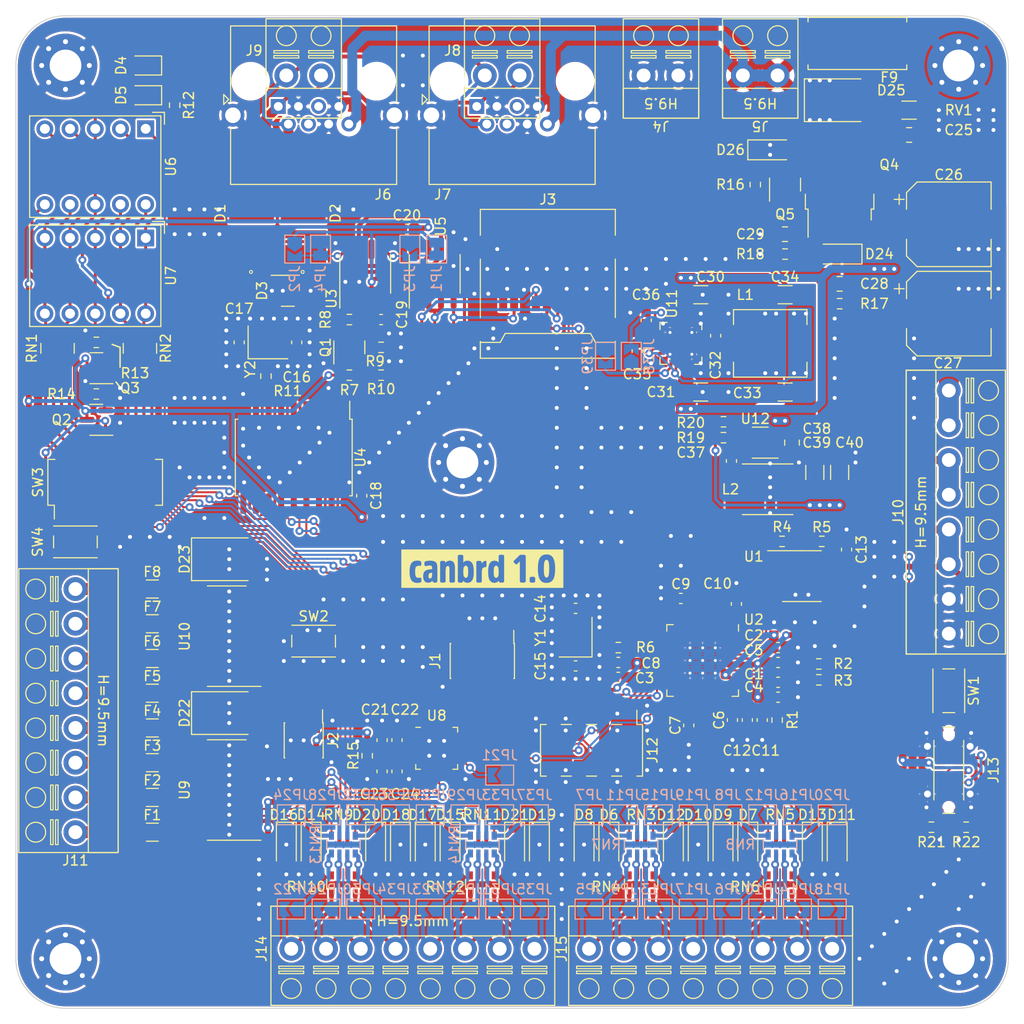
<source format=kicad_pcb>
(kicad_pcb (version 20211014) (generator pcbnew)
  (title_block (title "[canbrd] CAN/RS485 IO board") (date "2022-02-24") (rev "1.0"))
  (layers (0 "F.Cu" signal) (31 "B.Cu" signal) (34 "B.Paste" user) (35 "F.Paste" user) (36 "B.SilkS" user "B.Silkscreen") (37 "F.SilkS" user "F.Silkscreen") (38 "B.Mask" user) (39 "F.Mask" user) (44 "Edge.Cuts" user))
  (net 0 "")
  (net 1 "+1V1")
  (net 2 "GND")
  (net 3 "+3V3")
  (net 4 "+3.3VA")
  (net 5 "/MCU/RP_XIN")
  (net 6 "/MCU/RP_XOUT")
  (net 7 "/CAN/CAN_OSC2")
  (net 8 "/CAN/CAN_OSC1")
  (net 9 "+5V")
  (net 10 "+24V")
  (net 11 "/CAN/CANL")
  (net 12 "/CAN/CANH")
  (net 13 "+3.3VA2")
  (net 14 "/MCU/RP_SWDIO")
  (net 15 "/Power/Fused24V")
  (net 16 "/Power/MAX_BST")
  (net 17 "/Power/AP_BST")
  (net 18 "/Power/MAX_LX")
  (net 19 "Net-(D26-Pad1)")
  (net 20 "/Power/SW3v3")
  (net 21 "Net-(JP19-Pad1)")
  (net 22 "Net-(JP36-Pad1)")
  (net 23 "Net-(JP7-Pad1)")
  (net 24 "/Connectors/IO2.4")
  (net 25 "/Connectors/IO2.5")
  (net 26 "/Connectors/IO2.6")
  (net 27 "/MCU/RP_SWCLK")
  (net 28 "/MCU/RP_~{RESET}")
  (net 29 "/Connectors/IO2.7")
  (net 30 "Net-(JP20-Pad1)")
  (net 31 "Net-(JP37-Pad1)")
  (net 32 "Net-(JP22-Pad1)")
  (net 33 "Net-(JP23-Pad1)")
  (net 34 "Net-(JP24-Pad1)")
  (net 35 "Net-(JP25-Pad1)")
  (net 45 "/CAN/Pin5")
  (net 46 "/CAN/Pin8")
  (net 47 "/CAN/CAN_Tx_LV")
  (net 48 "/CAN/CAN_Tx_HV")
  (net 49 "/MCU/USB_XDP")
  (net 50 "/DISP+SW/SegR.8")
  (net 51 "/MCU/USB_XDM")
  (net 52 "/MCU/QSPI_~{CS}")
  (net 53 "/MCU/~{BOOTSEL}")
  (net 54 "/CAN/CAN_Rx_LV")
  (net 55 "/CAN/CAN_Rx_HV")
  (net 56 "/MCU/QSPI_IO1")
  (net 57 "/MCU/QSPI_IO2")
  (net 58 "/MCU/QSPI_IO0")
  (net 59 "/MCU/QSPI_CLK")
  (net 60 "/MCU/QSPI_IO3")
  (net 61 "/MCU/SD_~{CS}")
  (net 62 "/Connectors/Field24V")
  (net 63 "/Connectors/IO2.0")
  (net 64 "/Connectors/IO2.1")
  (net 65 "/Connectors/IO2.2")
  (net 66 "/Connectors/EXT.1")
  (net 67 "/Connectors/EXT.0")
  (net 70 "/CAN/~{RX1}")
  (net 71 "VBUS")
  (net 72 "/CAN/~{INT}")
  (net 73 "/CAN/SCK")
  (net 74 "/CAN/MOSI")
  (net 75 "/CAN/MISO")
  (net 76 "/CAN/~{CS}")
  (net 77 "Net-(J13-PadA5)")
  (net 78 "/Connectors/IO2.3")
  (net 79 "/IO Expander/UPDI")
  (net 82 "/Connectors/IO0.0")
  (net 83 "/Connectors/IO0.4")
  (net 84 "/Connectors/IO0.1")
  (net 85 "/Connectors/IO0.5")
  (net 86 "/Connectors/IO0.2")
  (net 87 "/Connectors/IO0.6")
  (net 88 "/Connectors/IO0.3")
  (net 89 "/Connectors/IO0.7")
  (net 90 "/IO Expander/AT_ADDR")
  (net 91 "/Connectors/IO1.0")
  (net 92 "/Connectors/IO1.4")
  (net 93 "/Connectors/IO1.1")
  (net 94 "/Connectors/IO1.5")
  (net 95 "/Connectors/IO1.2")
  (net 96 "/Connectors/IO1.6")
  (net 97 "/Connectors/IO1.3")
  (net 98 "/Connectors/IO1.7")
  (net 99 "/Connectors/USB+")
  (net 100 "/Connectors/USB-")
  (net 101 "/DISP+SW/Seg.8")
  (net 102 "/DISP+SW/Seg.0")
  (net 103 "/DISP+SW/Seg.2")
  (net 104 "/DISP+SW/Seg.1")
  (net 105 "/DISP+SW/Seg.3")
  (net 106 "/DISP+SW/SegR.1")
  (net 107 "/DISP+SW/SegR.0")
  (net 108 "/DISP+SW/SegR.2")
  (net 109 "/DISP+SW/SegR.3")
  (net 110 "Net-(JP26-Pad1)")
  (net 111 "Net-(JP27-Pad1)")
  (net 112 "/DISP+SW/Seg.4")
  (net 113 "/DISP+SW/Seg.6")
  (net 114 "/DISP+SW/Seg.5")
  (net 115 "/DISP+SW/Seg.7")
  (net 116 "/DISP+SW/SegR.5")
  (net 117 "/DISP+SW/SegR.4")
  (net 118 "/DISP+SW/SegR.6")
  (net 119 "/DISP+SW/SegR.7")
  (net 120 "Net-(JP28-Pad1)")
  (net 121 "Net-(JP29-Pad1)")
  (net 122 "Net-(JP30-Pad1)")
  (net 123 "Net-(JP31-Pad1)")
  (net 124 "Net-(JP32-Pad1)")
  (net 125 "Net-(JP33-Pad1)")
  (net 126 "Net-(JP34-Pad1)")
  (net 127 "Net-(JP35-Pad1)")
  (net 128 "/IO/RP1")
  (net 129 "/IO/RP0")
  (net 130 "/IO/RP2")
  (net 131 "/IO/RP3")
  (net 132 "/IO/RP5")
  (net 133 "/IO/RP4")
  (net 134 "/IO/RP6")
  (net 135 "/IO/RP7")
  (net 136 "/IO Expander/IO Expander Power IO/COM0")
  (net 137 "/Connectors/SDA")
  (net 138 "/Connectors/SCL")
  (net 139 "/IO Expander/AT_~{INT}")
  (net 140 "/IO Expander/IO Expander Power IO/COM1")
  (net 141 "Net-(R6-Pad2)")
  (net 142 "Net-(R11-Pad2)")
  (net 143 "/DISP+SW/nDig")
  (net 144 "/DISP+SW/Dig")
  (net 145 "/DISP+SW/~{nDig}")
  (net 156 "/Power/revprot_gate")
  (net 157 "/IO Expander/IO Expander Power IO/AT2.4")
  (net 158 "/IO Expander/IO Expander Power IO/AT2.5")
  (net 159 "/IO Expander/IO Expander Power IO/AT2.6")
  (net 160 "/IO Expander/IO Expander Power IO/AT2.7")
  (net 161 "/IO Expander/IO Expander Protection/AT1.3")
  (net 162 "/IO Expander/IO Expander Protection/AT1.2")
  (net 163 "/IO Expander/IO Expander Protection/AT1.1")
  (net 164 "/IO Expander/IO Expander Protection/AT1.0")
  (net 165 "/IO Expander/IO Expander Protection/AT1.7")
  (net 166 "/IO Expander/IO Expander Protection/AT1.6")
  (net 167 "/IO Expander/IO Expander Protection/AT1.5")
  (net 168 "/IO Expander/IO Expander Protection/AT1.4")
  (net 169 "/IO Expander/IO Expander Power IO/HC0")
  (net 170 "/IO Expander/IO Expander Power IO/HC1")
  (net 171 "/IO Expander/IO Expander Power IO/HC2")
  (net 172 "/IO Expander/IO Expander Power IO/HC3")
  (net 173 "Net-(JP10-Pad1)")
  (net 174 "Net-(JP11-Pad1)")
  (net 175 "Net-(JP12-Pad1)")
  (net 176 "Net-(JP15-Pad1)")
  (net 177 "Net-(JP16-Pad1)")
  (net 182 "Net-(JP5-Pad1)")
  (net 183 "Net-(JP6-Pad1)")
  (net 184 "Net-(JP8-Pad1)")
  (net 185 "Net-(JP9-Pad1)")
  (net 186 "/IO Expander/IO Expander Power IO/HC4")
  (net 187 "/IO Expander/IO Expander Power IO/HC5")
  (net 188 "/IO Expander/IO Expander Power IO/HC6")
  (net 189 "/IO Expander/IO Expander Power IO/HC7")
  (net 190 "Net-(JP13-Pad1)")
  (net 191 "Net-(JP14-Pad1)")
  (net 192 "Net-(JP17-Pad1)")
  (net 193 "Net-(JP18-Pad1)")
  (net 194 "/Power/MAX_INTVCC")
  (net 195 "Net-(D1-Pad1)")
  (net 196 "/IO Expander/IO Expander Power IO/AT2.0")
  (net 197 "/IO Expander/IO Expander Power IO/AT2.1")
  (net 198 "/IO Expander/IO Expander Power IO/AT2.2")
  (net 199 "/IO Expander/IO Expander Power IO/AT2.3")
  (net 200 "Net-(D2-Pad1)")
  (net 201 "Net-(Q5-Pad1)")
  (net 206 "/Power/MAX_SS")
  (net 207 "/Power/MAX_MODE")
  (net 208 "Net-(J13-PadB5)")
  (net 211 "/Power/AP_FB")
  (footprint "GTFH081x1YHR:GTFH081x1YHR" (layer "F.Cu") (at 153.6 79)
    (fp_text reference "J3")
    (fp_text value "Micro_SD_Card")
  )
  (footprint "Diode_SMD:D_SOD-123" (layer "F.Cu") (at 168.75 133.5 -90)
    (fp_text reference "D10")
    (fp_text value "3.3V")
  )
  (footprint "Diode_SMD:D_SOD-123" (layer "F.Cu") (at 143.75 133.5 -90)
    (fp_text reference "D15")
    (fp_text value "3.3V")
  )
  (footprint "Capacitor_SMD:C_1206_3216Metric" (layer "F.Cu") (at 177.508035 78.1 180)
    (fp_text reference "C34")
    (fp_text value "22u")
  )
  (footprint "Capacitor_SMD:C_0603_1608Metric" (layer "F.Cu") (at 176.8 113.65)
    (fp_text reference "C2")
    (fp_text value "100n")
  )
  (footprint "Capacitor_SMD:C_0603_1608Metric" (layer "F.Cu") (at 136.9 122.975 90)
    (fp_text reference "C21")
    (fp_text value "1u")
  )
  (footprint "Capacitor_SMD:C_0603_1608Metric" (layer "F.Cu") (at 160.7 115.15 180)
    (fp_text reference "C8")
    (fp_text value "100n")
  )
  (footprint "Package_SO:SOIC-16_3.9x9.9mm_P1.27mm" (layer "F.Cu") (at 121.25 112.5 180)
    (fp_text reference "U10")
    (fp_text value "ULN2003A")
  )
  (footprint "Capacitor_SMD:C_0603_1608Metric" (layer "F.Cu") (at 167 108.7 180)
    (fp_text reference "C9")
    (fp_text value "100n")
  )
  (footprint "Resistor_SMD:R_0603_1608Metric" (layer "F.Cu") (at 177.2 102.95 180)
    (fp_text reference "R4")
    (fp_text value "10k")
  )
  (footprint "Capacitor_SMD:C_0603_1608Metric" (layer "F.Cu") (at 172.2 120.95 -90)
    (fp_text reference "C6")
    (fp_text value "100n")
  )
  (footprint "Capacitor_SMD:C_0603_1608Metric" (layer "F.Cu") (at 156.4 115.5)
    (fp_text reference "C15")
    (fp_text value "???")
  )
  (footprint "Fuse:Fuse_1206_3216Metric" (layer "F.Cu") (at 113.75 118.25 180)
    (fp_text reference "F5")
    (fp_text value "1A")
  )
  (footprint "Capacitor_SMD:C_0603_1608Metric" (layer "F.Cu") (at 160.7 116.65 180)
    (fp_text reference "C3")
    (fp_text value "100n")
  )
  (footprint "Diode_SMD:D_SOD-123" (layer "F.Cu") (at 138.75 133.5 -90)
    (fp_text reference "D18")
    (fp_text value "3.3V")
  )
  (footprint "Resistor_SMD:R_0603_1608Metric" (layer "F.Cu") (at 195.75 131.75 180)
    (fp_text reference "R22")
    (fp_text value "5.1k")
  )
  (footprint "Inductor_SMD:L_Abracon_ASPI-0630LR" (layer "F.Cu") (at 176.008035 83)
    (fp_text reference "L1")
    (fp_text value "6.8u")
  )
  (footprint "Crystal:Crystal_SMD_3225-4Pin_3.2x2.5mm" (layer "F.Cu") (at 156.4 112.6 90)
    (fp_text reference "Y1")
    (fp_text value "12MHz")
  )
  (footprint "TBU-CA:DIOC650X400X100N" (layer "F.Cu") (at 123.8 72 90)
    (fp_text reference "D1")
    (fp_text value "TBU-CA")
  )
  (footprint "kibuzzard-621788DF" (layer "F.Cu") (at 147 105.7)
    (fp_text reference "kibuzzard-621788DF" hide)
    (fp_text value "G***" hide)
  )
  (footprint "Fuse:Fuse_1206_3216Metric" (layer "F.Cu") (at 113.75 132.25 180)
    (fp_text reference "F1")
    (fp_text value "1A")
  )
  (footprint "Capacitor_SMD:C_0603_1608Metric" (layer "F.Cu") (at 138.4 126.125 -90)
    (fp_text reference "C24")
    (fp_text value "100n")
  )
  (footprint "Diode_SMD:D_SOD-123" (layer "F.Cu") (at 127.25 133.5 -90)
    (fp_text reference "D16")
    (fp_text value "3.3V")
  )
  (footprint "Resistor_SMD:R_Array_Convex_4x0603" (layer "F.Cu") (at 133 137.5 90)
    (fp_text reference "RN10")
    (fp_text value "10k")
  )
  (footprint "Resistor_SMD:R_0603_1608Metric" (layer "F.Cu") (at 108.11 88.1 180)
    (fp_text reference "R14")
    (fp_text value "1k")
  )
  (footprint "canbrd_conn:NH0810x0xxxxG" (layer "F.Cu") (at 140 144)
    (fp_text reference "J14")
    (fp_text value "IO1")
  )
  (footprint "Capacitor_SMD:C_0603_1608Metric" (layer "F.Cu") (at 170.508035 82.225 -90)
    (fp_text reference "C32")
    (fp_text value "100n")
  )
  (footprint "Package_SO:SOIC-8_3.9x4.9mm_P1.27mm" (layer "F.Cu") (at 135.2 76 90)
    (fp_text reference "U3")
    (fp_text value "TJA1051T-3")
  )
  (footprint "Resistor_SMD:R_0603_1608Metric" (layer "F.Cu") (at 180.9 116.9)
    (fp_text reference "R3")
    (fp_text value "27")
  )
  (footprint "PTS815-SJ:PTS815-SJ" (layer "F.Cu") (at 130 113 180)
    (fp_text reference "SW2")
    (fp_text value "RESET")
  )
  (footprint "Resistor_SMD:R_0603_1608Metric" (layer "F.Cu") (at 180.9 115.3)
    (fp_text reference "R2")
    (fp_text value "27")
  )
  (footprint "Capacitor_SMD:C_1206_3216Metric" (layer "F.Cu") (at 169.008035 78.1)
    (fp_text reference "C30")
    (fp_text value "2.2u")
  )
  (footprint "Capacitor_SMD:C_0805_2012Metric" (layer "F.Cu") (at 178.2 93.000001 -90)
    (fp_text reference "C38")
    (fp_text value "10u")
  )
  (footprint "canbrd_conn:NH0810x0xxxxG" (layer "F.Cu") (at 194 100 90)
    (fp_text reference "J10")
    (fp_text value "PwrOut")
  )
  (footprint "Resistor_SMD:R_0603_1608Metric" (layer "F.Cu") (at 160.7 113.65)
    (fp_text reference "R6")
    (fp_text value "1k")
  )
  (footprint "Capacitor_SMD:C_0603_1608Metric" (layer "F.Cu") (at 172.6 109.25 90)
    (fp_text reference "C10")
    (fp_text value "100n")
  )
  (footprint "MountingHole:MountingHole_3.2mm_M3_Pad_Via" (layer "F.Cu") (at 105 55)
    (fp_text reference "H1" hide)
    (fp_text value "M3")
  )
  (footprint "Diode_SMD:D_SOD-123" (layer "F.Cu") (at 159.75 133.5 -90)
    (fp_text reference "D6")
    (fp_text value "3.3V")
  )
  (footprint "Diode_SMD:D_SOD-123" (layer "F.Cu") (at 136.25 133.5 -90)
    (fp_text reference "D20")
    (fp_text value "3.3V")
  )
  (footprint "Resistor_SMD:R_0603_1608Metric" (layer "F.Cu") (at 183 79 180)
    (fp_text reference "R17")
    (fp_text value "10k")
  )
  (footprint "Resistor_SMD:R_Array_Convex_4x0603" (layer "F.Cu") (at 112.5 83.5 90)
    (fp_text reference "RN2")
    (fp_text value "470")
  )
  (footprint "Connector_RJ:RJ45_Amphenol_RJHSE5380" (layer "F.Cu") (at 126.44 59.125)
    (fp_text reference "J6")
    (fp_text value "Amphenol RJHSE5380")
  )
  (footprint "Display_7Segment:Sx39-1xxxxx" (layer "F.Cu") (at 113.08 72.38 -90)
    (fp_text reference "U7")
    (fp_text value "157119S12801")
  )
  (footprint "Package_TO_SOT_SMD:SOT-23" (layer "F.Cu") (at 108.11 85.5 180)
    (fp_text reference "Q3")
    (fp_text value "BSS83P")
  )
  (footprint "Resistor_SMD:R_0603_1608Metric" (layer "F.Cu") (at 116 59 -90)
    (fp_text reference "R12")
    (fp_text value "470")
  )
  (footprint "Capacitor_SMD:C_0603_1608Metric" (layer "F.Cu") (at 156.4 109.7 180)
    (fp_text reference "C14")
    (fp_text value "???")
  )
  (footprint "Resistor_SMD:R_Array_Convex_4x0603" (layer "F.Cu") (at 177 137.5 90)
    (fp_text reference "RN6")
    (fp_text value "10k")
  )
  (footprint "Resistor_SMD:R_0603_1608Metric" (layer "F.Cu") (at 133.6 86.2)
    (fp_text reference "R7")
    (fp_text value "1k")
  )
  (footprint "Package_SO:SOIC-16_3.9x9.9mm_P1.27mm" (layer "F.Cu") (at 121.25 128 180)
    (fp_text reference "U9")
    (fp_text value "ULN2003A")
  )
  (footprint "Diode_SMD:D_SOD-123" (layer "F.Cu") (at 166.25 133.5 -90)
    (fp_text reference "D12")
    (fp_text value "3.3V")
  )
  (footprint "Resistor_SMD:R_0603_1608Metric" (layer "F.Cu") (at 171.3 90.9 180)
    (fp_text reference "R20")
    (fp_text value "10k")
  )
  (footprint "canbrd_conn:NH0210x0xxxxG" (layer "F.Cu") (at 165 56 180)
    (fp_text reference "J4")
    (fp_text value "GND")
  )
  (footprint "Capacitor_SMD:CP_Elec_8x6.5" (layer "F.Cu") (at 194 71)
    (fp_text reference "C26")
    (fp_text value "47u")
  )
  (footprint "Resistor_SMD:R_0603_1608Metric" (layer "F.Cu") (at 192.25 131.75)
    (fp_text reference "R21")
    (fp_text value "5.1k")
  )
  (footprint "Resistor_SMD:R_0603_1608Metric" (layer "F.Cu") (at 171.3 92.5)
    (fp_text reference "R19")
    (fp_text value "31.6k")
  )
  (footprint "Capacitor_SMD:CP_Elec_8x6.5" (layer "F.Cu") (at 194 80)
    (fp_text reference "C27")
    (fp_text value "47u")
  )
  (footprint "Connector_PinHeader_1.27mm:PinHeader_2x03_P1.27mm_Vertical_SMD" (layer "F.Cu") (at 129 123 -90)
    (fp_text reference "J2")
    (fp_text value "UPDI")
  )
  (footprint "Resistor_SMD:R_Array_Convex_4x0603" (layer "F.Cu") (at 104.2 83.5 90)
    (fp_text reference "RN1")
    (fp_text value "470")
  )
  (footprint "Resistor_SMD:R_0603_1608Metric" (layer "F.Cu") (at 136.8 86.2)
    (fp_text reference "R10")
    (fp_text value "10k")
  )
  (footprint "Crystal:Crystal_SMD_3225-4Pin_3.2x2.5mm" (layer "F.Cu") (at 125.4 82.9)
    (fp_text reference "Y2")
    (fp_text value "16MHz")
  )
  (footprint "Capacitor_SMD:C_0805_2012Metric" (layer "F.Cu") (at 177.5 72 180)
    (fp_text reference "C29")
    (fp_text value "100n")
  )
  (footprint "Package_SO:SOIC-8_3.9x4.9mm_P1.27mm" (layer "F.Cu") (at 142.2 76 90)
    (fp_text reference "U5")
    (fp_text value "MAX3485CSA")
  )
  (footprint "Capacitor_SMD:C_0603_1608Metric" (layer "F.Cu") (at 162.6 83.775 -90)
    (fp_text reference "C35")
    (fp_text value "5.6n")
  )
  (footprint "Capacitor_SMD:C_0603_1608Metric" (layer "F.Cu") (at 122.5 82.9 -90)
    (fp_text reference "C17")
    (fp_text value "???")
  )
  (footprint "Package_TO_SOT_SMD:TO-252-2" (layer "F.Cu") (at 183 67 90)
    (fp_text reference "Q4")
    (fp_text value "Q_PMOS_GDS")
  )
  (footprint "Fuse:Fuse_1206_3216Metric" (layer "F.Cu") (at 113.75 107.75 180)
    (fp_text reference "F8")
    (fp_text value "500mA")
  )
  (footprint "canbrd_conn:NH0210x0xxxxG" (layer "F.Cu") (at 175 56 180)
    (fp_text reference "J5")
    (fp_text value "Field24V")
  )
  (footprint "Capacitor_SMD:C_0603_1608Metric" (layer "F.Cu") (at 128.3 82.9 90)
    (fp_text reference "C16")
    (fp_text value "???")
  )
  (footprint "Diode_SMD:D_SMB" (layer "F.Cu") (at 121.25 120.25)
    (fp_text reference "D22")
    (fp_text value "33V")
  )
  (footprint "Capacitor_SMD:C_0603_1608Metric" (layer "F.Cu") (at 172.1 94.85 -90)
    (fp_text reference "C37")
    (fp_text value "100n")
  )
  (footprint "Resistor_SMD:R_0603_1608Metric" (layer "F.Cu") (at 181.2 102.95)
    (fp_text reference "R5")
    (fp_text value "1k")
  )
  (footprint "TBU-CA:DIOC650X400X100N" (layer "F.Cu") (at 129 72 90)
    (fp_text reference "D2")
    (fp_text value "TBU-CA")
  )
  (footprint "Capacitor_SMD:C_0805_2012Metric" (layer "F.Cu") (at 190 62)
    (fp_text reference "C25")
    (fp_text value "100n")
  )
  (footprint "Diode_SMD:D_SOD-123" (layer "F.Cu") (at 173.75 133.5 -90)
    (fp_text reference "D7")
    (fp_text value "3.3V")
  )
  (footprint "Connector_PinHeader_1.27mm:PinHeader_2x05_P1.27mm_Vertical_SMD" (layer "F.Cu") (at 147 115 -90)
    (fp_text reference "J1")
    (fp_text value "RP_DEBUG")
  )
  (footprint "Fuse:Fuse_1206_3216Metric" (layer "F.Cu") (at 113.75 125.25 180)
    (fp_text reference "F3")
    (fp_text value "1A")
  )
  (footprint "Capacitor_SMD:C_1206_3216Metric" (layer "F.Cu") (at 177.508035 87.9 180)
    (fp_text reference "C33")
    (fp_text value "22u")
  )
  (footprint "Capacitor_SMD:C_1206_3216Metric" (layer "F.Cu") (at 169 87.9)
    (fp_text reference "C31")
    (fp_text value "2.2u")
  )
  (footprint "Resistor_SMD:R_Array_Convex_4x0603" (layer "F.Cu") (at 147 137.5 90)
    (fp_text reference "RN12")
    (fp_text value "10k")
  )
  (footprint "MountingHole:MountingHole_3.2mm_M3_Pad_Via" (layer "F.Cu") (at 195 55)
    (fp_text reference "H2" hide)
    (fp_text value "M3")
  )
  (footprint "Resistor_SMD:R_Array_Convex_4x0603" (layer "F.Cu") (at 163 133.5 90)
    (fp_text reference "RN3")
    (fp_text value "330")
  )
  (footprint "TSOT26:TSOT26" (layer "F.Cu") (at 175 93 180)
    (fp_text reference "U12")
    (fp_text value "AP62250WU")
  )
  (footprint "Inductor_SMD:L_Taiyo-Yuden_NR-50xx" (layer "F.Cu") (at 175.75 97.7)
    (fp_text reference "L2")
    (fp_text value "2.2u")
  )
  (footprint "Resistor_SMD:R_Array_Convex_4x0603" (layer "F.Cu") (at 147 133.5 90)
    (fp_text reference "RN11")
    (fp_text value "68")
  )
  (footprint "Capacitor_SMD:C_1206_3216Metric" (layer "F.Cu") (at 180.5 96 90)
    (fp_text reference "C39")
    (fp_text value "22u")
  )
  (footprint "Resistor_SMD:R_0603_1608Metric" (layer "F.Cu") (at 135.4 124.55 -90)
    (fp_text reference "R15")
    (fp_text value "220")
  )
  (footprint "Resistor_SMD:R_0603_1608Metric" (layer "F.Cu") (at 125.2 86.3 -90)
    (fp_text reference "R11")
    (fp_text value "1k")
  )
  (footprint "canbrd_conn:NH0810x0xxxxG" (layer "F.Cu") (at 106 120 -90)
    (fp_text reference "J11")
    (fp_text value "IO2")
  )
  (footprint "Diode_SMD:D_SOD-123" (layer "F.Cu") (at 171.25 133.5 -90)
    (fp_text reference "D9")
    (fp_text value "3.3V")
  )
  (footprint "Resistor_SMD:R_Array_Convex_4x0603" (layer "F.Cu") (at 163 137.5 90)
    (fp_text reference "RN4")
    (fp_text value "10k")
  )
  (footprint "Package_DFN_QFN:QFN-24-1EP_4x4mm_P0.5mm_EP2.6x2.6mm" (layer "F.Cu") (at 142.4 123.8)
    (fp_text reference "U8")
    (fp_text value "ATtiny427")
  )
  (footprint "MountingHole:MountingHole_3.2mm_M3_Pad_Via" (layer "F.Cu") (at 145 95)
    (fp_text reference "H3" hide)
    (fp_text value "M3")
  )
  (footprint "Capacitor_SMD:C_0603_1608Metric" (layer "F.Cu") (at 173.7 120.95 -90)
    (fp_text reference "C12")
    (fp_text value "100n")
  )
  (footprint "Diode_SMD:D_SOD-123" (layer "F.Cu") (at 129.75 133.5 -90)
    (fp_text reference "D14")
    (fp_text value "3.3V")
  )
  (footprint "canbrd_conn:NH0210x0xxxxG" (layer "F.Cu") (at 149 56 180)
    (fp_text reference "J8")
    (fp_text value "CAN")
  )
  (footprint "Resistor_SMD:R_0603_1608Metric" (layer "F.Cu") (at 133.6 80.6 180)
    (fp_text reference "R8")
    (fp_text value "1k")
  )
  (footprint "Capacitor_SMD:C_0603_1608Metric" (layer "F.Cu") (at 183.7 103.775 90)
    (fp_text reference "C13")
    (fp_text value "100n")
  )
  (footprint "Resistor_SMD:R_1206_3216Metric" (layer "F.Cu") (at 190 59.5)
    (fp_text reference "RV1")
    (fp_text value "30V")
  )
  (footprint "Capacitor_SMD:C_0603_1608Metric" (layer "F.Cu") (at 134.85 98.35 90)
    (fp_text reference "C18")
    (fp_text value "100n")
  )
  (footprint "Capacitor_SMD:C_0603_1608Metric" (layer "F.Cu") (at 139.4 71.5 180)
    (fp_text reference "C20")
    (fp_text value "100n")
  )
  (footprint "Diode_SMD:D_SOD-123" (layer "F.Cu") (at 182.75 133.5 -90)
    (fp_text reference "D11")
    (fp_text value "3.3V")
  )
  (footprint "Diode_SMD:D_SOD-123" (layer "F.Cu") (at 152.75 133.5 -90)
    (fp_text reference "D19")
    (fp_text value "3.3V")
  )
  (footprint "Fuse:Fuse_1206_3216Metric" (layer "F.Cu") (at 113.75 111.25 180)
    (fp_text reference "F7")
    (fp_text value "1A")
  )
  (footprint "Fuse:Fuse_1206_3216Metric" (layer "F.Cu") (at 113.75 121.75 180)
    (fp_text reference "F4")
    (fp_text value "500mA")
  )
  (footprint "Capacitor_SMD:C_0603_1608Metric" (layer "F.Cu") (at 167.8 121.493224 -90)
    (fp_text reference "C7")
    (fp_text value "100n")
  )
  (footprint "Button_Switch_SMD:SW_DIP_SPSTx08_Slide_Omron_A6H-8101_W6.15mm_P1.27mm" (layer "F.Cu") (at 109 97 90)
    (fp_text reference "SW3")
    (fp_text value "SW_DIP_x08")
  )
  (footprint "Package_TO_SOT_SMD:SOT-23" (layer "F.Cu") (at 177.5 67 90)
    (fp_text reference "Q5")
    (fp_text value "BC856")
  )
  (footprint "Package_TO_SOT_SMD:SOT-23" (layer "F.Cu") (at 108.1 90.7 180)
    (fp_text reference "Q2")
    (fp_text value "BSS83P")
  )
  (footprint "Resistor_SMD:R_0603_1608Metric" (layer "F.Cu") (at 136.8 83.4)
    (fp_text reference "R9")
    (fp_text value "4k7")
  )
  (footprint "Package_TO_SOT_SMD:SOT-23" (layer "F.Cu") (at 127.4 77.7)
    (fp_text reference "D3")
    (fp_text value "NUP2105L")
  )
  (footprint "Capacitor_SMD:C_0603_1608Metric" (layer "F.Cu") (at 136.8 80.6)
    (fp_text reference "C19")
    (fp_text value "100n")
  )
  (footprint "Diode_SMD:D_SOD-123" (layer "F.Cu") (at 183 74 180)
    (fp_text reference "D24")
    (fp_text value "10V")
  )
  (footprint "Diode_SMD:D_SMB" (layer "F.Cu") (at 183 58.5)
    (fp_text reference "D25")
    (fp_text value "33V")
  )
  (footprint "Capacitor_SMD:C_0603_1608Metric" (layer "F.Cu") (at 176.8 118.65)
    (fp_text reference "C4")
    (fp_text value "1u")
  )
  (footprint "10132328:10132328" (layer "F.Cu") (at 194 126 90)
    (fp_text reference "J13")
    (fp_text value "USB_C_Receptacle")
  )
  (footprint "Capacitor_SMD:C_0603_1608Metric" (layer "F.Cu") (at 176.8 117.15)
    (fp_text reference "C1")
    (fp_text value "1u")
  )
  (footprint "Capacitor_SMD:C_0603_1608Metric" (layer "F.Cu") (at 138.4 122.975 90)
    (fp_text reference "C22")
    (fp_text value "100n")
  )
  (footprint "Connector_PinHeader_2.54mm:PinHeader_2x04_P2.54mm_Vertical_SMD" (layer "F.Cu") (at 158 124 -90)
    (fp_text reference "J12")
    (fp_text value "I^{2}C")
  )
  (footprint "Resistor_SMD:R_0603_1608Metric" (layer "F.Cu") (at 177.5 74 180)
    (fp_text reference "R18")
    (fp_text value "10k")
  )
  (footprint "Capacitor_SMD:C_0603_1608Metric" (layer "F.Cu") (at 136.9 126.125 -90)
    (fp_text reference "C23")
    (fp_text value "1u")
  )
  (footprint "Resistor_SMD:R_0603_1608Metric" (layer "F.Cu") (at 174.5 67 -90)
    (fp_text reference "R16")
    (fp_text value "1k")
  )
  (footprint "Diode_SMD:D_SOD-123" (layer "F.Cu") (at 157.25 133.5 -90)
    (fp_text reference "D8")
    (fp_text value "3.3V")
  )
  (footprint "Capacitor_SMD:C_1206_3216Metric" (layer "F.Cu") (at 183 96 90)
    (fp_text reference "C40")
    (fp_text value "22u")
  )
  (footprint "Package_SO:SOIC-8_3.9x4.9mm_P1.27mm" (layer "F.Cu") (at 179.2 106.45)
    (fp_text reference "U1")
    (fp_text value "W25Q16JVSNIQ")
  )
  (footprint "Resistor_SMD:R_0603_1608Metric" (layer "F.Cu") (at 108.11 82.9 180)
    (fp_text reference "R13")
    (fp_text value "1k")
  )
  (footprint "Diode_SMD:D_SOD-123" (layer "F.Cu") (at 176 63.5)
    (fp_text reference "D26")
    (fp_text value "30V")
  )
  (footprint "Littelfuse-154:Littelfuse-154" (layer "F.Cu") (at 184.75 52.75)
    (fp_text reference "F9")
    (fp_text value "1A")
  )
  (footprint "Connector_RJ:RJ45_Amphenol_RJHSE5380" (layer "F.Cu") (at 146.44 59.125)
    (fp_text reference "J7")
    (fp_text value "Amphenol RJHSE5380")
  )
  (footprint "Diode_SMD:D_SMB" (layer "F.Cu") (at 121.25 104.75)
    (fp_text reference "D23")
    (fp_text value "33V")
  )
  (footprint "PTS815-SJ:PTS815-SJ" (layer "F.Cu") (at 106 103 180)
    (fp_text reference "SW4")
    (fp_text value "User")
  )
  (footprint "Fuse:Fuse_1206_3216Metric" (layer "F.Cu") (at 113.75 128.75 180)
    (fp_text reference "F2")
    (fp_text value "1A")
  )
  (footprint "Capacitor_SMD:C_0603_1608Metric" (layer "F.Cu") (at 175.2 120.95 -90)
    (fp_text reference "C11")
    (fp_text value "1u")
  )
  (footprint "Capacitor_SMD:C_0603_1608Metric" (layer "F.Cu") (at 176.8 115.15)
    (fp_text reference "C5")
    (fp_text value "100n")
  )
  (footprint "Resistor_SMD:R_Array_Convex_4x0603" (layer "F.Cu") (at 133 133.5 90)
    (fp_text reference "RN9")
    (fp_text value "68")
  )
  (footprint "Capacitor_SMD:C_0805_2012Metric" (layer "F.Cu") (at 183 77 180)
    (fp_text reference "C28")
    (fp_text value "100n")
  )
  (footprint "Display_7Segment:Sx39-1xxxxx" (layer "F.Cu") (at 113.08 61.38 -90)
    (fp_text reference "U6")
    (fp_text value "157119S12801")
  )
  (footprint "PTS815-SJ:PTS815-SJ" (layer "F.Cu") (at 194 118 -90)
    (fp_text reference "SW1")
    (fp_text value "BOOTSEL")
  )
  (footprint "Capacitor_SMD:C_0603_1608Metric" (layer "F.Cu") (at 163.508035 80.675 -90)
    (fp_text reference "C36")
    (fp_text value "2.2u")
  )
  (footprint "Diode_SMD:D_SOD-123" (layer "F.Cu") (at 180.25 133.5 -90)
    (fp_text reference "D13")
    (fp_text value "3.3V")
  )
  (footprint "MAX17634:TQFN20-EP" (layer "F.Cu") (at 167.009307 83 -90)
    (fp_text reference "U11")
    (fp_text value "MAX17634BATP+")
  )
  (footprint "canbrd_conn:NH0210x0xxxxG" (layer "F.Cu") (at 129 56 180)
    (fp_text reference "J9")
    (fp_text value "CAN")
  )
  (footprint "Resistor_SMD:R_Array_Convex_4x0603" (layer "F.Cu") (at 177 133.5 90)
    (fp_text reference "RN5")
    (fp_text value "330")
  )
  (footprint "Resistor_SMD:R_0603_1608Metric" (layer "F.Cu") (at 176.7 120.95 -90)
    (fp_text reference "R1")
    (fp_text value "220")
  )
  (footprint "LED_SMD:LED_0805_2012Metric" (layer "F.Cu") (at 113 58 180)
    (fp_text reference "D5")
    (fp_text value "Heartbeat")
  )
  (footprint "Package_SO:SOIC-18W_7.5x11.6mm_P1.27mm" (layer "F.Cu") (at 128 94.5 -90)
    (fp_text reference "U4")
    (fp_text value "MCP2510-x/SO")
  )
  (footprint "canbrd_conn:NH0810x0xxxxG" (layer "F.Cu") (at 170 144)
    (fp_text reference "J15")
    (fp_text value "IO0")
  )
  (footprint "MountingHole:MountingHole_3.2mm_M3_Pad_Via" (layer "F.Cu") (at 105 145)
    (fp_text reference "H4" hide)
    (fp_text value "M3")
  )
  (footprint "LED_SMD:LED_0805_2012Metric" (layer "F.Cu") (at 113 55 180)
    (fp_text reference "D4")
    (fp_text value "User")
  )
  (footprint "Package_TO_SOT_SMD:SOT-23" (layer "F.Cu") (at 133.6 83.4 90)
    (fp_text reference "Q1")
    (fp_text value "2N7002K")
  )
  (footprint "RP2040:RP2040-QFN-56" (layer "F.Cu") (at 169.2 114.95 -90)
    (fp_text reference "U2")
    (fp_text value "RP2040")
  )
  (footprint "Diode_SMD:D_SOD-123" (layer "F.Cu") (at 150.25 133.5 -90)
    (fp_text reference "D21")
    (fp_text value "3.3V")
  )
  (footprint "Diode_SMD:D_SOD-123" (layer "F.Cu") (at 141.25 133.5 -90)
    (fp_text reference "D17")
    (fp_text value "3.3V")
  )
  (footprint "MountingHole:MountingHole_3.2mm_M3_Pad_Via" (layer "F.Cu") (at 195 145)
    (fp_text reference "H5" hide)
    (fp_text value "M3")
  )
  (footprint "Fuse:Fuse_1206_3216Metric" (layer "F.Cu") (at 113.75 114.75 180)
    (fp_text reference "F6")
    (fp_text value "1A")
  )
  (footprint "Jumper:SolderJumper-2_P1.3mm_Open_TrianglePad1.0x1.5mm" (layer "B.Cu") (at 175.25 140 180)
    (fp_text reference "JP10")
    (fp_text value "LowZ")
  )
  (footprint "Jumper:SolderJumper-2_P1.3mm_Open_TrianglePad1.0x1.5mm" (layer "B.Cu") (at 134.75 140)
    (fp_text reference "JP30")
    (fp_text value "LowZ")
  )
  (footprint "Jumper:SolderJumper-2_P1.3mm_Open_TrianglePad1.0x1.5mm" (layer "B.Cu") (at 141.75 140 180)
    (fp_text reference "JP23")
    (fp_text value "LowZ")
  )
  (footprint "Resistor_SMD:R_Array_Convex_4x0603" (layer "B.Cu") (at 133 133.5 -90)
    (fp_text reference "RN13")
    (fp_text value "1k")
  )
  (footprint "Jumper:SolderJumper-2_P1.3mm_Open_TrianglePad1.0x1.5mm" (layer "B.Cu") (at 148.75 130.5)
    (fp_text reference "JP33")
    (fp_text value "Vdiv")
  )
  (footprint "Jumper:SolderJumper-2_P1.3mm_Open_TrianglePad1.0x1.5mm" (layer "B.Cu") (at 178.75 140)
    (fp_text reference "JP14")
    (fp_text value "LowZ")
  )
  (footprint "Jumper:SolderJumper-2_P1.3mm_Open_TrianglePad1.0x1.5mm" (layer "B.Cu") (at 168.25 140)
    (fp_text reference "JP17")
    (fp_text value "LowZ")
  )
  (footprint "Jumper:SolderJumper-2_P1.3mm_Open_TrianglePad1.0x1.5mm" (layer "B.Cu") (at 168.25 130.5)
    (fp_text reference "JP19")
    (fp_text value "Vdiv")
  )
  (footprint "Jumper:SolderJumper-2_P1.3mm_Open_TrianglePad1.0x1.5mm" (layer "B.Cu") (at 164.75 130.5)
    (fp_text reference "JP15")
    (fp_text value "Vdiv")
  )
  (footprint "Jumper:SolderJumper-2_P1.3mm_Open_TrianglePad1.0x1.5mm" (layer "B.Cu") (at 161.25 130.5 180)
    (fp_text reference "JP11")
    (fp_text value "Vdiv")
  )
  (footprint "Jumper:SolderJumper-2_P1.3mm_Open_TrianglePad1.0x1.5mm" (layer "B.Cu") (at 128.1 73.5 -90)
    (fp_text reference "JP2")
    (fp_text value "Pin8H")
  )
  (footprint "Jumper:SolderJumper-2_P1.3mm_Open_TrianglePad1.0x1.5mm" (layer "B.Cu") (at 131.25 130.5 180)
    (fp_text reference "JP28")
    (fp_text value "Vdiv")
  )
  (footprint "Jumper:SolderJumper-2_P1.3mm_Open_TrianglePad1.0x1.5mm" (layer "B.Cu") (at 164.75 140)
    (fp_text reference "JP13")
    (fp_text value "LowZ")
  )
  (footprint "Resistor_SMD:R_Array_Convex_4x0603" (layer "B.Cu") (at 177 133.5 -90)
    (fp_text reference "RN8")
    (fp_text value "1k")
  )
  (footprint "Jumper:SolderJumper-2_P1.3mm_Open_TrianglePad1.0x1.5mm" (layer "B.Cu") (at 157.75 130.5 180)
    (fp_text reference "JP7")
    (fp_text value "Vdiv")
  )
  (footprint "Jumper:SolderJumper-2_P1.3mm_Open_TrianglePad1.0x1.5mm" (layer "B.Cu") (at 152.25 140)
    (fp_text reference "JP35")
    (fp_text value "LowZ")
  )
  (footprint "Jumper:SolderJumper-2_P1.3mm_Open_TrianglePad1.0x1.5mm" (layer "B.Cu") (at 139.7 73.5 -90)
    (fp_text reference "JP3")
    (fp_text value "Pin5L")
  )
  (footprint "Jumper:SolderJumper-2_P1.3mm_Open_TrianglePad1.0x1.5mm" (layer "B.Cu") (at 141.75 130.5 180)
    (fp_text reference "JP25")
    (fp_text value "Vdiv")
  )
  (footprint "Jumper:SolderJumper-2_P1.3mm_Open_TrianglePad1.0x1.5mm" (layer "B.Cu") (at 161.25 140 180)
    (fp_text reference "JP9")
    (fp_text value "LowZ")
  )
  (footprint "Jumper:SolderJumper-2_P1.3mm_Open_TrianglePad1.0x1.5mm" (layer "B.Cu") (at 127.75 130.5 180)
    (fp_text reference "JP24")
    (fp_text value "Vdiv")
  )
  (footprint "Jumper:SolderJumper-2_P1.3mm_Open_TrianglePad1.0x1.5mm" (layer "B.Cu") (at 171.75 130.5 180)
    (fp_text reference "JP8")
    (fp_text value "Vdiv")
  )
  (footprint "Jumper:SolderJumper-2_P1.3mm_Open_TrianglePad1.0x1.5mm" (layer "B.Cu") (at 138.25 140)
    (fp_text reference "JP34")
    (fp_text value "LowZ")
  )
  (footprint "Resistor_SMD:R_Array_Convex_4x0603" (layer "B.Cu") (at 147 133.5 -90)
    (fp_text reference "RN14")
    (fp_text value "1k")
  )
  (footprint "Jumper:SolderJumper-2_P1.3mm_Bridged_Pad1.0x1.5mm" (layer "B.Cu") (at 130.7 73.5 90)
    (fp_text reference "JP4")
    (fp_text value "Pin8L")
  )
  (footprint "Jumper:SolderJumper-2_P1.3mm_Bridged_Pad1.0x1.5mm" (layer "B.Cu") (at 142.4 73.5 90)
    (fp_text reference "JP1")
    (fp_text value "Pin5H")
  )
  (footprint "Jumper:SolderJumper-2_P1.3mm_Open_TrianglePad1.0x1.5mm" (layer "B.Cu") (at 145.25 140 180)
    (fp_text reference "JP27")
    (fp_text value "LowZ")
  )
  (footprint "Resistor_SMD:R_Array_Convex_4x0603" (layer "B.Cu") (at 163 133.496186 -90)
    (fp_text reference "RN7")
    (fp_text value "1k")
  )
  (footprint "Jumper:SolderJumper-2_P1.3mm_Open_TrianglePad1.0x1.5mm" (layer "B.Cu") (at 134.75 130.5)
    (fp_text reference "JP32")
    (fp_text value "Vdiv")
  )
  (footprint "Jumper:SolderJumper-2_P1.3mm_Open_TrianglePad1.0x1.5mm" (layer "B.Cu") (at 178.75 130.5)
    (fp_text reference "JP16")
    (fp_text value "Vdiv")
  )
  (footprint "Jumper:SolderJumper-2_P1.3mm_Open_TrianglePad1.0x1.5mm" (layer "B.Cu") (at 159.408035 84.3 -90)
    (fp_text reference "JP39")
    (fp_text value "PWM")
  )
  (footprint "Jumper:SolderJumper-2_P1.3mm_Open_TrianglePad1.0x1.5mm" (layer "B.Cu") (at 138.25 130.5)
    (fp_text reference "JP36")
    (fp_text value "Vdiv")
  )
  (footprint "Jumper:SolderJumper-2_P1.3mm_Open_TrianglePad1.0x1.5mm" (layer "B.Cu") (at 162.008035 84.3 90)
    (fp_text reference "JP38")
    (fp_text value "DCM")
  )
  (footprint "Jumper:SolderJumper-2_P1.3mm_Open_TrianglePad1.0x1.5mm" (layer "B.Cu") (at 171.75 140 180)
    (fp_text reference "JP6")
    (fp_text value "LowZ")
  )
  (footprint "Jumper:SolderJumper-2_P1.3mm_Open_TrianglePad1.0x1.5mm" (layer "B.Cu") (at 182.25 130.5)
    (fp_text reference "JP20")
    (fp_text value "Vdiv")
  )
  (footprint "Jumper:SolderJumper-2_P1.3mm_Open_TrianglePad1.0x1.5mm" (layer "B.Cu") (at 182.25 140)
    (fp_text reference "JP18")
    (fp_text value "LowZ")
  )
  (footprint "Jumper:SolderJumper-2_P1.3mm_Open_TrianglePad1.0x1.5mm" (layer "B.Cu") (at 152.25 130.5)
    (fp_text reference "JP37")
    (fp_text value "Vdiv")
  )
  (footprint "Jumper:SolderJumper-2_P1.3mm_Open_TrianglePad1.0x1.5mm" (layer "B.Cu") (at 175.25 130.5 180)
    (fp_text reference "JP12")
    (fp_text value "Vdiv")
  )
  (footprint "Jumper:SolderJumper-2_P1.3mm_Open_TrianglePad1.0x1.5mm" (layer "B.Cu") (at 127.75 140 180)
    (fp_text reference "JP22")
    (fp_text value "LowZ")
  )
  (footprint "Jumper:SolderJumper-2_P1.3mm_Open_TrianglePad1.0x1.5mm" (layer "B.Cu") (at 145.25 130.5 180)
    (fp_text reference "JP29")
    (fp_text value "Vdiv")
  )
  (footprint "Jumper:SolderJumper-2_P1.3mm_Open_TrianglePad1.0x1.5mm" (layer "B.Cu") (at 148.75 126.5 180)
    (fp_text reference "JP21")
    (fp_text value "Addr")
  )
  (footprint "Jumper:SolderJumper-2_P1.3mm_Open_TrianglePad1.0x1.5mm" (layer "B.Cu") (at 157.75 140 180)
    (fp_text reference "JP5")
    (fp_text value "LowZ")
  )
  (footprint "Jumper:SolderJumper-2_P1.3mm_Open_TrianglePad1.0x1.5mm" (layer "B.Cu") (at 148.75 140)
    (fp_text reference "JP31")
    (fp_text value "LowZ")
  )
  (footprint "Jumper:SolderJumper-2_P1.3mm_Open_TrianglePad1.0x1.5mm" (layer "B.Cu") (at 131.25 140 180)
    (fp_text reference "JP26")
    (fp_text value "LowZ")
  )
  (gr_line (start 110.1 86.9) (end 110.4 87.3) (layer "F.SilkS") (width 0.15))
  (gr_line (start 110.5 83.4) (end 110.5 85.4) (layer "F.SilkS") (width 0.15))
  (gr_line (start 109.7 83.1) (end 110.5 83.4) (layer "F.SilkS") (width 0.15))
  (gr_arc (start 105 149.992152) (mid 101.464466 148.527686) (end 100 144.992152) (layer "Edge.Cuts") (width 0.1))
  (gr_arc (start 100 54.992152) (mid 101.464466 51.456618) (end 105 49.992152) (layer "Edge.Cuts") (width 0.1))
  (gr_arc (start 200 144.992152) (mid 198.535534 148.527686) (end 195 149.992152) (layer "Edge.Cuts") (width 0.1))
  (gr_arc (start 195 49.992152) (mid 198.535534 51.456618) (end 200 54.992152) (layer "Edge.Cuts") (width 0.1))
  (gr_line (start 200 144.992152) (end 200 54.992152) (layer "Edge.Cuts") (width 0.1))
  (gr_line (start 100 54.992152) (end 100 144.992152) (layer "Edge.Cuts") (width 0.1))
  (gr_line (start 105 149.992152) (end 195 149.992152) (layer "Edge.Cuts") (width 0.1))
  (gr_line (start 195 49.992152) (end 105 49.992152) (layer "Edge.Cuts") (width 0.1))
  (via (at 176.4 112.4) (size 0.8) (drill 0.4) (layers "F.Cu" "B.Cu") (net 1))
  (via (at 171.5 116.4) (size 0.8) (drill 0.4) (layers "F.Cu" "B.Cu") (net 1))
  (segment (start 175.5 112.4) (end 176.4 112.4) (width 0.6) (layer "B.Cu") (net 1))
  (segment (start 171.5 116.4) (end 175.5 112.4) (width 0.6) (layer "B.Cu") (net 1))
  (via (at 117 91) (size 0.8) (drill 0.4) (layers "F.Cu" "B.Cu") (net 2))
  (via (at 197 59.452242) (size 0.8) (drill 0.4) (layers "F.Cu" "B.Cu") (net 2))
  (via (at 129.6 85.3) (size 0.8) (drill 0.4) (layers "F.Cu" "B.Cu") (net 2))
  (via (at 121 91) (size 0.8) (drill 0.4) (layers "F.Cu" "B.Cu") (net 2))
  (via (at 155 132) (size 0.8) (drill 0.4) (layers "F.Cu" "B.Cu") (net 2))
  (via (at 167.8 124.7) (size 0.8) (drill 0.4) (layers "F.Cu" "B.Cu") (net 2))
  (via (at 142.6 88) (size 0.8) (drill 0.4) (layers "F.Cu" "B.Cu") (net 2))
  (via (at 143.75 136.5) (size 0.8) (drill 0.4) (layers "F.Cu" "B.Cu") (net 2))
  (via (at 197 73.5) (size 0.8) (drill 0.4) (layers "F.Cu" "B.Cu") (net 2))
  (via (at 155.5 77.5) (size 0.8) (drill 0.4) (layers "F.Cu" "B.Cu") (net 2))
  (via (at 131.8 125.2) (size 0.8) (drill 0.4) (layers "F.Cu" "B.Cu") (net 2))
  (via (at 163.6 119.5) (size 0.8) (drill 0.4) (layers "F.Cu" "B.Cu") (net 2))
  (via (at 116 69.5) (size 0.8) (drill 0.4) (layers "F.Cu" "B.Cu") (net 2))
  (via (at 121.5 115) (size 0.8) (drill 0.4) (layers "F.Cu" "B.Cu") (net 2))
  (via (at 133.6 97) (size 0.8) (drill 0.4) (layers "F.Cu" "B.Cu") (net 2))
  (via (at 141.65 123.05) (size 0.8) (drill 0.4) (layers "F.Cu" "B.Cu") (net 2))
  (via (at 159 93.5) (size 0.8) (drill 0.4) (layers "F.Cu" "B.Cu") (net 2))
  (via (at 131.6 92) (size 0.8) (drill 0.4) (layers "F.Cu" "B.Cu") (net 2))
  (via (at 121.5 119.25) (size 0.8) (drill 0.4) (layers "F.Cu" "B.Cu") (net 2))
  (via (at 163 91.5) (size 0.8) (drill 0.4) (layers "F.Cu" "B.Cu") (net 2))
  (via (at 182.5 84.5) (size 0.8) (drill 0.4) (layers "F.Cu" "B.Cu") (net 2))
  (via (at 110.5 87.5) (size 0.8) (drill 0.4) (layers "F.Cu" "B.Cu") (net 2))
  (via (at 117 88.5) (size 0.8) (drill 0.4) (layers "F.Cu" "B.Cu") (net 2))
  (via (at 161.5 77.5) (size 0.8) (drill 0.4) (layers "F.Cu" "B.Cu") (net 2))
  (via (at 146.2 78) (size 0.8) (drill 0.4) (layers "F.Cu" "B.Cu") (net 2))
  (via (at 138.992186 115) (size 0.8) (drill 0.4) (layers "F.Cu" "B.Cu") (net 2))
  (via (at 125.8 77.7) (size 0.8) (drill 0.4) (layers "F.Cu" "B.Cu") (net 2))
  (via (at 159.5 77.5) (size 0.8) (drill 0.4) (layers "F.Cu" "B.Cu") (net 2))
  (via (at 182.5 88.5) (size 0.8) (drill 0.4) (layers "F.Cu" "B.Cu") (net 2))
  (via (at 129.6 94) (size 0.8) (drill 0.4) (layers "F.Cu" "B.Cu") (net 2))
  (via (at 180.25 136.5) (size 0.8) (drill 0.4) (layers "F.Cu" "B.Cu") (net 2))
  (via (at 152.4 122) (size 0.8) (drill 0.4) (layers "F.Cu" "B.Cu") (net 2))
  (via (at 116 91) (size 0.8) (drill 0.4) (layers "F.Cu" "B.Cu") (net 2))
  (via (at 157 95.5) (size 0.8) (drill 0.4) (layers "F.Cu" "B.Cu") (net 2))
  (via (at 121.5 109) (size 0.8) (drill 0.4) (layers "F.Cu" "B.Cu") (net 2))
  (via (at 157.6 108.4) (size 0.8) (drill 0.4) (layers "F.Cu" "B.Cu") (net 2))
  (via (at 155.2 108.4) (size 0.8) (drill 0.4) (layers "F.Cu" "B.Cu") (net 2))
  (via (at 196.25 138.75) (size 0.8) (drill 0.4) (layers "F.Cu" "B.Cu") (net 2))
  (via (at 149.5 75.5) (size 0.8) (drill 0.4) (layers "F.Cu" "B.Cu") (net 2))
  (via (at 143.15 124.55) (size 0.8) (drill 0.4) (layers "F.Cu" "B.Cu") (net 2))
  (via (at 165.208035 81) (size 0.8) (drill 0.4) (layers "F.Cu" "B.Cu") (net 2))
  (via (at 160.6 122) (size 0.8) (drill 0.4) (layers "F.Cu" "B.Cu") (net 2))
  (via (at 163.5 75.5) (size 0.8) (drill 0.4) (layers "F.Cu" "B.Cu") (net 2))
  (via (at 124.5 95.5) (size 0.8) (drill 0.4) (layers "F.Cu" "B.Cu") (net 2))
  (via (at 165 91.5) (size 0.8) (drill 0.4) (layers "F.Cu" "B.Cu") (net 2))
  (via (at 121.5 114) (size 0.8) (drill 0.4) (layers "F.Cu" "B.Cu") (net 2))
  (via (at 186.25 143.75) (size 0.8) (drill 0.4) (layers "F.Cu" "B.Cu") (net 2))
  (via (at 176 95.1) (size 0.8) (drill 0.4) (layers "F.Cu" "B.Cu") (net 2))
  (via (at 122.4 85.3) (size 0.8) (drill 0.4) (layers "F.Cu" "B.Cu") (net 2))
  (via (at 182.5 86.5) (size 0.8) (drill 0.4) (layers "F.Cu" "B.Cu") (net 2))
  (via (at 145.6 85) (size 0.8) (drill 0.4) (layers "F.Cu" "B.Cu") (net 2))
  (via (at 131.9 123.1) (size 0.8) (drill 0.4) (layers "F.Cu" "B.Cu") (net 2))
  (via (at 121.5 129.5) (size 0.8) (drill 0.4) (layers "F.Cu" "B.Cu") (net 2))
  (via (at 123.6 80.5) (size 0.8) (drill 0.4) (layers "F.Cu" "B.Cu") (net 2))
  (via (at 129 123) (size 0.8) (drill 0.4) (layers "F.Cu" "B.Cu") (net 2))
  (via (at 121.5 120.25) (size 0.8) (drill 0.4) (layers "F.Cu" "B.Cu") (net 2))
  (via (at 182.75 136.5) (size 0.8) (drill 0.4) (layers "F.Cu" "B.Cu") (net 2))
  (via (at 186.5 103) (size 0.8) (drill 0.4) (layers "F.Cu" "B.Cu") (net 2))
  (via (at 157.5 85.5) (size 0.8) (drill 0.4) (layers "F.Cu" "B.Cu") (net 2))
  (via (at 131 115) (size 0.8) (drill 0.4) (layers "F.Cu" "B.Cu") (net 2))
  (via (at 190.5 82.5) (size 0.8) (drill 0.4) (layers "F.Cu" "B.Cu") (net 2))
  (via (at 122.9 91.6) (size 0.8) (drill 0.4) (layers "F.Cu" "B.Cu") (net 2))
  (via (at 147 103) (size 0.8) (drill 0.4) (layers "F.Cu" "B.Cu") (net 2))
  (via (at 151 108.4) (size 0.8) (drill 0.4) (layers "F.Cu" "B.Cu") (net 2))
  (via (at 154 114.4) (size 0.8) (drill 0.4) (layers "F.Cu" "B.Cu") (net 2))
  (via (at 121 94) (size 0.8) (drill 0.4) (layers "F.Cu" "B.Cu") (net 2))
  (via (at 155 135) (size 0.8) (drill 0.4) (layers "F.Cu" "B.Cu") (net 2))
  (via (at 171.8 80) (size 0.8) (drill 0.4) (layers "F.Cu" "B.Cu") (net 2))
  (via (at 147.6 83.5) (size 0.8) (drill 0.4) (layers "F.Cu" "B.Cu") (net 2))
  (via (at 120.5 72) (size 0.8) (drill 0.4) (layers "F.Cu" "B.Cu") (net 2))
  (via (at 188.75 146.25) (size 0.8) (drill 0.4) (layers "F.Cu" "B.Cu") (net 2))
  (via (at 193.1 133) (size 0.8) (drill 0.4) (layers "F.Cu" "B.Cu") (net 2))
  (via (at 131.499999 87.499999) (size 0.8) (drill 0.4) (layers "F.Cu" "B.Cu") (net 2))
  (via (at 157.5 89.5) (size 0.8) (drill 0.4) (layers "F.Cu" "B.Cu") (net 2))
  (via (at 180.5 113.5) (size 0.8) (drill 0.4) (layers "F.Cu" "B.Cu") (net 2))
  (via (at 131 85) (size 0.8) (drill 0.4) (layers "F.Cu" "B.Cu") (net 2))
  (via (at 175 74) (size 0.8) (drill 0.4) (layers "F.Cu" "B.Cu") (net 2))
  (via (at 155 103) (size 0.8) (drill 0.4) (layers "F.Cu" "B.Cu") (net 2))
  (via (at 124.5 141) (size 0.8) (drill 0.4) (layers "F.Cu" "B.Cu") (net 2))
  (via (at 159.5 75.5) (size 0.8) (drill 0.4) (layers "F.Cu" "B.Cu") (net 2))
  (via (at 180.5 111.1) (size 0.8) (drill 0.4) (layers "F.Cu" "B.Cu") (net 2))
  (via (at 134.6 76.8) (size 0.8) (drill 0.4) (layers "F.Cu" "B.Cu") (net 2))
  (via (at 136.6 94) (size 0.8) (drill 0.4) (layers "F.Cu" "B.Cu") (net 2))
  (via (at 154.5 97.5) (size 0.8) (drill 0.4) (layers "F.Cu" "B.Cu") (net 2))
  (via (at 198 77.5) (size 0.8) (drill 0.4) (layers "F.Cu" "B.Cu") (net 2))
  (via (at 155 136.5) (size 0.8) (drill 0.4) (layers "F.Cu" "B.Cu") (net 2))
  (via (at 145 103) (size 0.8) (drill 0.4) (layers "F.Cu" "B.Cu") (net 2))
  (via (at 155.4 122) (size 0.8) (drill 0.4) (layers "F.Cu" "B.Cu") (net 2))
  (via (at 137 100.4) (size 0.8) (drill 0.4) (layers "F.Cu" "B.Cu") (net 2))
  (via (at 154.5 89.5) (size 0.8) (drill 0.4) (layers "F.Cu" "B.Cu") (net 2))
  (via (at 187.5 147.5) (size 0.8) (drill 0.4) (layers "F.Cu" "B.Cu") (net 2))
  (via (at 107 86.8) (size 0.8) (drill 0.4) (layers "F.Cu" "B.Cu") (net 2))
  (via (at 137.6 82) (size 0.8) (drill 0.4) (layers "F.Cu" "B.Cu") (net 2))
  (via (at 163.6 122) (size 0.8) (drill 0.4) (layers "F.Cu" "B.Cu") (net 2))
  (via (at 195 135) (size 0.8) (drill 0.4) (layers "F.Cu" "B.Cu") (net 2))
  (via (at 149.5 77.5) (size 0.8) (drill 0.4) (layers "F.Cu" "B.Cu") (net 2))
  (via (at 154.5 87.5) (size 0.8) (drill 0.4) (layers "F.Cu" "B.Cu") (net 2))
  (via (at 158.8 108.4) (size 0.8) (drill 0.4) (layers "F.Cu" "B.Cu") (net 2))
  (via (at 142.5 136.5) (size 0.8) (drill 0.4) (layers "F.Cu" "B.Cu") (net 2))
  (via (at 125.3 106.8) (size 0.8) (drill 0.4) (layers "F.Cu" "B.Cu") (net 2))
  (via (at 116.5 95.5) (size 0.8) (drill 0.4) (layers "F.Cu" "B.Cu") (net 2))
  (via (at 155 141) (size 0.8) (drill 0.4) (layers "F.Cu" "B.Cu") (net 2))
  (via (at 157.6 116.8) (size 0.8) (drill 0.4) (layers "F.Cu" "B.Cu") (net 2))
  (via (at 121.5 105.75) (size 0.8) (drill 0.4) (layers "F.Cu" "B.Cu") (net 2))
  (via (at 149 108.4) (size 0.8) (drill 0.4) (layers "F.Cu" "B.Cu") (net 2))
  (via (at 139 54) (size 0.8) (drill 0.4) (layers "F.Cu" "B.Cu") (net 2))
  (via (at 119 88.5) (size 0.8) (drill 0.4) (layers "F.Cu" "B.Cu") (net 2))
  (via (at 169.008035 80) (size 0.8) (drill 0.4) (layers "F.Cu" "B.Cu") (net 2))
  (via (at 154.5 93.5) (size 0.8) (drill 0.4) (layers "F.Cu" "B.Cu") (net 2))
  (via (at 198.5 59.5) (size 0.8) (drill 0.4) (layers "F.Cu" "B.Cu") (net 2))
  (via (at 155 100.4) (size 0.8) (drill 0.4) (layers "F.Cu" "B.Cu") (net 2))
  (via (at 139 108.8) (size 0.8) (drill 0.4) (layers "F.Cu" "B.Cu") (net 2))
  (via (at 182.5 113.5) (size 0.8) (drill 0.4) (layers "F.Cu" "B.Cu") (net 2))
  (via (at 184.5 111.5) (size 0.8) (drill 0.4) (layers "F.Cu" "B.Cu") (net 2))
  (via (at 165.5 74.5) (size 0.8) (drill 0.4) (layers "F.Cu" "B.Cu") (net 2))
  (via (at 176.6 80) (size 0.8) (drill 0.4) (layers "F.Cu" "B.Cu") (net 2))
  (via (at 121.5 125.5) (size 0.8) (drill 0.4) (layers "F.Cu" "B.Cu") (net 2))
  (via (at 158.8 116.8) (size 0.8) (drill 0.4) (layers "F.Cu" "B.Cu") (net 2))
  (via (at 175 72) (size 0.8) (drill 0.4) (layers "F.Cu" "B.Cu") (net 2))
  (via (at 134.6 96) (size 0.8) (drill 0.4) (layers "F.Cu" "B.Cu") (net 2))
  (via (at 134.4 123.1) (size 0.8) (drill 0.4) (layers "F.Cu" "B.Cu") (net 2))
  (via (at 150.25 136.5) (size 0.8) (drill 0.4) (layers "F.Cu" "B.Cu") (net 2))
  (via (at 180 60.5) (size 0.8) (drill 0.4) (layers "F.Cu" "B.Cu") (net 2))
  (via (at 147 108.4) (size 0.8) (drill 0.4) (layers "F.Cu" "B.Cu") (net 2))
  (via (at 173.7 122.95) (size 0.8) (drill 0.4) (layers "F.Cu" "B.Cu") (net 2))
  (via (at 154.5 85.5) (size 0.8) (drill 0.4) (layers "F.Cu" "B.Cu") (net 2))
  (via (at 153.5 75.5) (size 0.8) (drill 0.4) (layers "F.Cu" "B.Cu") (net 2))
  (via (at 165 93.5) (size 0.8) (drill 0.4) (layers "F.Cu" "B.Cu") (net 2))
  (via (at 129.6 80.5) (size 0.8) (drill 0.4) (layers "F.Cu" "B.Cu") (net 2))
  (via (at 185.5 109.5) (size 0.8) (drill 0.4) (layers "F.Cu" "B.Cu") (net 2))
  (via (at 167.5 74.5) (size 0.8) (drill 0.4) (layers "F.Cu" "B.Cu") (net 2))
  (via (at 182.5 82.5) (size 0.8) (drill 0.4) (layers "F.Cu" "B.Cu") (net 2))
  (via (at 193 60.5) (size 0.8) (drill 0.4) (layers "F.Cu" "B.Cu") (net 2))
  (via (at 127.25 136.5) (size 0.8) (drill 0.4) (layers "F.Cu" "B.Cu") (net 2))
  (via (at 141.25 133.5) (size 0.8) (drill 0.4) (layers "F.Cu" "B.Cu") (net 2))
  (via (at 138.8 84.8) (size 0.8) (drill 0.4) (layers "F.Cu" "B.Cu") (net 2))
  (via (at 127 113) (size 0.8) (drill 0.4) (layers "F.Cu" "B.Cu") (net 2))
  (via (at 176 100.1) (size 0.8) (drill 0.4) (layers "F.Cu" "B.Cu") (net 2))
  (via (at 127.4 85.3) (size 0.8) (drill 0.4) (layers "F.Cu" "B.Cu") (net 2))
  (via (at 176 98.5) (size 0.8) (drill 0.4) (layers "F.Cu" "B.Cu") (net 2))
  (via (at 117.5 69.5) (size 0.8) (drill 0.4) (layers "F.Cu" "B.Cu") (net 2))
  (via (at 190 140) (size 0.8) (drill 0.4) (layers "F.Cu" "B.Cu") (net 2))
  (via (at 129.6 81.7) (size 0.8) (drill 0.4) (layers "F.Cu" "B.Cu") (net 2))
  (via (at 145.7 110.7) (size 0.8) (drill 0.4) (layers "F.Cu" "B.Cu") (net 2))
  (via (at 151.3 80.5) (size 0.8) (drill 0.4) (layers "F.Cu" "B.Cu") (net 2))
  (via (at 161 103) (size 0.8) (drill 0.4) (layers "F.Cu" "B.Cu") (net 2))
  (via (at 118 91) (size 0.8) (drill 0.4) (layers "F.Cu" "B.Cu") (net 2))
  (via (at 145 108.4) (size 0.8) (drill 0.4) (layers "F.Cu" "B.Cu") (net 2))
  (via (at 121.5 113) (size 0.8) (drill 0.4) (layers "F.Cu" "B.Cu") (net 2))
  (via (at 169.2 78.1) (size 0.8) (drill 0.4) (layers "F.Cu" "B.Cu") (net 2))
  (via (at 190.5 88.5) (size 0.8) (drill 0.4) (layers "F.Cu" "B.Cu") (net 2))
  (via (at 182.5 80.5) (size 0.8) (drill 0.4) (layers "F.Cu" "B.Cu") (net 2))
  (via (at 121.5 132.5) (size 0.8) (drill 0.4) (layers "F.Cu" "B.Cu") (net 2))
  (via (at 119.5 96.5) (size 0.8) (drill 0.4) (layers "F.Cu" "B.Cu") (net 2))
  (via (at 154 115.6) (size 0.8) (drill 0.4) (layers "F.Cu" "B.Cu") (net 2))
  (via (at 145 100.4) (size 0.8) (drill 0.4) (layers "F.Cu" "B.Cu") (net 2))
  (via (at 121.5 128.5) (size 0.8) (drill 0.4) (layers "F.Cu" "B.Cu") (net 2))
  (via (at 116 88.5) (size 0.8) (drill 0.4) (layers "F.Cu" "B.Cu") (net 2))
  (via (at 110.5 88.5) (size 0.8) (drill 0.4) (layers "F.Cu" "B.Cu") (net 2))
  (via (at 160 99.999999) (size 0.8) (drill 0.4) (layers "F.Cu" "B.Cu") (net 2))
  (via (at 110.5 103.5) (size 0.8) (drill 0.4) (layers "F.Cu" "B.Cu") (net 2))
  (via (at 161 93.5) (size 0.8) (drill 0.4) (layers "F.Cu" "B.Cu") (net 2))
  (via (at 191.25 138.75) (size 0.8) (drill 0.4) (layers "F.Cu" "B.Cu") (net 2))
  (via (at 151 100.4) (size 0.8) (drill 0.4) (layers "F.Cu" "B.Cu") (net 2))
  (via (at 126 80.5) (size 0.8) (drill 0.4) (layers "F.Cu" "B.Cu") (net 2))
  (via (at 156.4 116.8) (size 0.8) (drill 0.4) (layers "F.Cu" "B.Cu") (net 2))
  (via (at 169.2 87.9) (size 0.8) (drill 0.4) (layers "F.Cu" "B.Cu") (net 2))
  (via (at 157 103) (size 0.8) (drill 0.4) (layers "F.Cu" "B.Cu") (net 2))
  (via (at 139.6 126.9) (size 0.8) (drill 0.4) (layers "F.Cu" "B.Cu") (net 2))
  (via (at 130.581256 111.9) (size 0.8) (drill 0.4) (layers "F.Cu" "B.Cu") (net 2))
  (via (at 121.2 81.7) (size 0.8) (drill 0.4) (layers "F.Cu" "B.Cu") (net 2))
  (via (at 141 103) (size 0.8) (drill 0.4) (layers "F.Cu" "B.Cu") (net 2))
  (via (at 178.8 117.15) (size 0.8) (drill 0.4) (layers "F.Cu" "B.Cu") (net 2))
  (via (at 191.75 129.75) (size 0.8) (drill 0.4) (layers "F.Cu" "B.Cu") (net 2))
  (via (at 153 103) (size 0.8) (drill 0.4) (layers "F.Cu" "B.Cu") (net 2))
  (via (at 128.5 91.5) (size 0.8) (drill 0.4) (layers "F.Cu" "B.Cu") (net 2))
  (via (at 121.5 108) (size 0.8) (drill 0.4) (layers "F.Cu" "B.Cu") (net 2))
  (via (at 121.5 130.5) (size 0.8) (drill 0.4) (layers "F.Cu" "B.Cu") (net 2))
  (via (at 138.75 136.5) (size 0.8) (drill 0.4) (layers "F.Cu" "B.Cu") (net 2))
  (via (at 164 85) (size 0.8) (drill 0.4) (layers "F.Cu" "B.Cu") (net 2))
  (via (at 160.6 126) (size 0.8) (drill 0.4) (layers "F.Cu" "B.Cu") (net 2))
  (via (at 180 56.5) (size 0.8) (drill 0.4) (layers "F.Cu" "B.Cu") (net 2))
  (via (at 181 56.5) (size 0.8) (drill 0.4) (layers "F.Cu" "B.Cu") (net 2))
  (via (at 121.2 82.9) (size 0.8) (drill 0.4) (layers "F.Cu" "B.Cu") (net 2))
  (via (at 155.4 120.8) (size 0.8) (drill 0.4) (layers "F.Cu" "B.Cu") (net 2))
  (via (at 195 140) (size 0.8) (drill 0.4) (layers "F.Cu" "B.Cu") (net 2))
  (via (at 135 108.8) (size 0.8) (drill 0.4) (layers "F.Cu" "B.Cu") (net 2))
  (via (at 182 56.5) (size 0.8) (drill 0.4) (layers "F.Cu" "B.Cu") (net 2))
  (via (at 175.2 122.95) (size 0.8) (drill 0.4) (layers "F.Cu" "B.Cu") (net 2))
  (via (at 158.8 114.4) (size 0.8) (drill 0.4) (layers "F.Cu" "B.Cu") (net 2))
  (via (at 127.6 96) (size 0.8) (drill 0.4) (layers "F.Cu" "B.Cu") (net 2))
  (via (at 169.008035 81) (size 0.8) (drill 0.4) (layers "F.Cu" "B.Cu") (net 2))
  (via (at 172.5 136.5) (size 0.8) (drill 0.4) (layers "F.Cu" "B.Cu") (net 2))
  (via (at 195 133) (size 0.8) (drill 0.4) (layers "F.Cu" "B.Cu") (net 2))
  (via (at 158.5 136.5) (size 0.8) (drill 0.4) (layers "F.Cu" "B.Cu") (net 2))
  (via (at 137.5 136.5) (size 0.8) (drill 0.4) (layers "F.Cu" "B.Cu") (net 2))
  (via (at 139 57) (size 0.8) (drill 0.4) (layers "F.Cu" "B.Cu") (net 2))
  (via (at 125.3 105.8) (size 0.8) (drill 0.4) (layers "F.Cu" "B.Cu") (net 2))
  (via (at 197 61.5) (size 0.8) (drill 0.4) (layers "F.Cu" "B.Cu") (net 2))
  (via (at 158 100) (size 0.8) (drill 0.4) (layers "F.Cu" "B.Cu") (net 2))
  (via (at 175.5 86) (size 0.8) (drill 0.4) (layers "F.Cu" "B.Cu") (net 2))
  (via (at 115.5 102.5) (size 0.8) (drill 0.4) (layers "F.Cu" "B.Cu") (net 2))
  (via (at 128.5 136.5) (size 0.8) (drill 0.4) (layers "F.Cu" "B.Cu") (net 2))
  (via (at 187.5 142.5) (size 0.8) (drill 0.4) (layers "F.Cu" "B.Cu") (net 2))
  (via (at 139.6 91) (size 0.8) (drill 0.4) (layers "F.Cu" "B.Cu") (net 2))
  (via (at 131 108.8) (size 0.8) (drill 0.4) (layers "F.Cu" "B.Cu") (net 2))
  (via (at 138.6 92) (size 0.8) (drill 0.4) (layers "F.Cu" "B.Cu") (net 2))
  (via (at 136.9 121) (size 0.8) (drill 0.4) (layers "F.Cu" "B.Cu") (net 2))
  (via (at 145.5 75.5) (size 0.8) (drill 0.4) (layers "F.Cu" "B.Cu") (net 2))
  (via (at 192.5 137.5) (size 0.8) (drill 0.4) (layers "F.Cu" "B.Cu") (net 2))
  (via (at 157.25 133.5) (size 0.8) (drill 0.4) (layers "F.Cu" "B.Cu") (net 2))
  (via (at 167 105.4) (size 0.8) (drill 0.4) (layers "F.Cu" "B.Cu") (net 2))
  (via (at 126.9 77.7) (size 0.8) (drill 0.4) (layers "F.Cu" "B.Cu") (net 2))
  (via (at 135.4 126.9) (size 0.8) (drill 0.4) (layers "F.Cu" "B.Cu") (net 2))
  (via (at 155 138) (size 0.8) (drill 0.4) (layers "F.Cu" "B.Cu") (net 2))
  (via (at 181 60.5) (size 0.8) (drill 0.4) (layers "F.Cu" "B.Cu") (net 2))
  (via (at 141 100.4) (size 0.8) (drill 0.4) (layers "F.Cu" "B.Cu") (net 2))
  (via (at 139 100.4) (size 0.8) (drill 0.4) (layers "F.Cu" "B.Cu") (net 2))
  (via (at 173.7 126) (size 0.8) (drill 0.4) (layers "F.Cu" "B.Cu") (net 2))
  (via (at 175.5 80) (size 0.8) (drill 0.4) (layers "F.Cu" "B.Cu") (net 2))
  (via (at 129.381256 111.9) (size 0.8) (drill 0.4) (layers "F.Cu" "B.Cu") (net 2))
  (via (at 152.75 136.5) (size 0.8) (drill 0.4) (layers "F.Cu" "B.Cu") (net 2))
  (via (at 110.5 91) (size 0.8) (drill 0.4) (layers "F.Cu" "B.Cu") (net 2))
  (via (at 127.7 126.9) (size 0.8) (drill 0.4) (layers "F.Cu" "B.Cu") (net 2))
  (via (at 138.8 83.4) (size 0.8) (drill 0.4) (layers "F.Cu" "B.Cu") (net 2))
  (via (at 181.5 136.5) (size 0.8) (drill 0.4) (layers "F.Cu" "B.Cu") (net 2))
  (via (at 122.9 88.1) (size 0.8) (drill 0.4) (layers "F.Cu" "B.Cu") (net 2))
  (via (at 167.8 123.443224) (size 0.8) (drill 0.4) (layers "F.Cu" "B.Cu") (net 2))
  (via (at 198 73.5) (size 0.8) (drill 0.4) (layers "F.Cu" "B.Cu") (net 2))
  (via (at 157.5 83.5) (size 0.8) (drill 0.4) (layers "F.Cu" "B.Cu") (net 2))
  (via (at 129.75 136.5) (size 0.8) (drill 0.4) (layers "F.Cu" "B.Cu") (net 2))
  (via (at 127.25 133.5) (size 0.8) (drill 0.4) (layers "F.Cu" "B.Cu") (net 2))
  (via (at 148.5 73.5) (size 0.8) (drill 0.4) (layers "F.Cu" "B.Cu") (net 2))
  (via (at 138.4 121) (size 0.8) (drill 0.4) (layers "F.Cu" "B.Cu") (net 2))
  (via (at 199 73.5) (size 0.8) (drill 0.4) (layers "F.Cu" "B.Cu") (net 2))
  (via (at 161.908035 79.9) (size 0.8) (drill 0.4) (layers "F.Cu" "B.Cu") (net 2))
  (via (at 134 69.5) (size 0.8) (drill 0.4) (layers "F.Cu" "B.Cu") (net 2))
  (via (at 121.5 123.5) (size 0.8) (drill 0.4) (layers "F.Cu" "B.Cu") (net 2))
  (via (at 123 97) (size 0.8) (drill 0.4) (layers "F.Cu" "B.Cu") (net 2))
  (via (at 171.25 136.5) (size 0.8) (drill 0.4) (layers "F.Cu" "B.Cu") (net 2))
  (via (at 167.8 126) (size 0.8) (drill 0.4) (layers "F.Cu" "B.Cu") (net 2))
  (via (at 166.4 126) (size 0.8) (drill 0.4) (layers "F.Cu" "B.Cu") (net 2))
  (via (at 155 130.5) (size 0.8) (drill 0.4) (layers "F.Cu" "B.Cu") (net 2))
  (via (at 141 54) (size 0.8) (drill 0.4) (layers "F.Cu" "B.Cu") (net 2))
  (via (at 154 110.8) (size 0.8) (drill 0.4) (layers "F.Cu" "B.Cu") (net 2))
  (via (at 184.6 95) (size 0.8) (drill 0.4) (layers "F.Cu" "B.Cu") (net 2))
  (via (at 191.75 122.25) (size 0.8) (drill 0.4) (layers "F.Cu" "B.Cu") (net 2))
  (via (at 125.3 123.6) (size 0.8) (drill 0.4) (layers "F.Cu" "B.Cu") (net 2))
  (via (at 185.5 107.5) (size 0.8) (drill 0.4) (layers "F.Cu" "B.Cu") (net 2))
  (via (at 149 100.4) (size 0.8) (drill 0.4) (layers "F.Cu" "B.Cu") (net 2))
  (via (at 167.5 136.5) (size 0.8) (drill 0.4) (layers "F.Cu" "B.Cu") (net 2))
  (via (at 131.9 121) (size 0.8) (drill 0.4) (layers "F.Cu" "B.Cu") (net 2))
  (via (at 140.6 90) (size 0.8) (drill 0.4) (layers "F.Cu" "B.Cu") (net 2))
  (via (at 197 60.5) (size 0.8) (drill 0.4) (layers "F.Cu" "B.Cu") (net 2))
  (via (at 182 60.5) (size 0.8) (drill 0.4) (layers "F.Cu" "B.Cu") (net 2))
  (via (at 138.2 72.9) (size 0.8) (drill 0.4) (layers "F.Cu" "B.Cu") (net 2))
  (via (at 190 145) (size 0.8) (drill 0.4) (layers "F.Cu" "B.Cu") (net 2))
  (via (at 155 133.5) (size 0.8) (drill 0.4) (layers "F.Cu" "B.Cu") (net 2))
  (via (at 169.5 74.5) (size 0.8) (drill 0.4) (layers "F.Cu" "B.Cu") (net 2))
  (via (at 128.4 85.3) (size 0.8) (drill 0.4) (layers "F.Cu" "B.Cu") (net 2))
  (via (at 125.3 104.7) (size 0.8) (drill 0.4) (layers "F.Cu" "B.Cu") (net 2))
  (via (at 111.5 102.5) (size 0.8) (drill 0.4) (layers "F.Cu" "B.Cu") (net 2))
  (via (at 122.9 93.3) (size 0.8) (drill 0.4) (layers "F.Cu" "B.Cu") (net 2))
  (via (at 107 81.7) (size 0.8) (drill 0.4) (layers "F.Cu" "B.Cu") (net 2))
  (via (at 116.5 103.5) (size 0.8) (drill 0.4) (layers "F.Cu" "B.Cu") (net 2))
  (via (at 132.2 72.9) (size 0.8) (drill 0.4) (layers "F.Cu" "B.Cu") (net 2))
  (via (at 128.6 95) (size 0.8) (drill 0.4) (layers "F.Cu" "B.Cu") (net 2))
  (via (at 193.75 136.25) (size 0.8) (drill 0.4) (layers "F.Cu" "B.Cu") (net 2))
  (via (at 193 61.5) (size 0.8) (drill 0.4) (layers "F.Cu" "B.Cu") (net 2))
  (via (at 129.7 77.7) (size 0.8) (drill 0.4) (layers "F.Cu" "B.Cu") (net 2))
  (via (at 154.5 83.5) (size 0.8) (drill 0.4) (layers "F.Cu" "B.Cu") (net 2))
  (via (at 118.5 96.5) (size 0.8) (drill 0.4) (layers "F.Cu" "B.Cu") (net 2))
  (via (at 141 113.6) (size 0.8) (drill 0.4) (layers "F.Cu" "B.Cu") (net 2))
  (via (at 125.4 126.9) (size 0.8) (drill 0.4) (layers "F.Cu" "B.Cu") (net 2))
  (via (at 121.5 103.75) (size 0.8) (drill 0.4) (layers "F.Cu" "B.Cu") (net 2))
  (via (at 195 77.5) (size 0.8) (drill 0.4) (layers "F.Cu" "B.Cu") (net 2))
  (via (at 121.5 112) (size 0.8) (drill 0.4) (layers "F.Cu" "B.Cu") (net 2))
  (via (at 121.5 111) (size 0.8) (drill 0.4) (layers "F.Cu" "B.Cu") (net 2))
  (via (at 198.5 61.5) (size 0.8) (drill 0.4) (layers "F.Cu" "B.Cu") (net 2))
  (via (at 197.5 137.5) (size 0.8) (drill 0.4) (layers "F.Cu" "B.Cu") (net 2))
  (via (at 154 113.2) (size 0.8) (drill 0.4) (layers "F.Cu" "B.Cu") (net 2))
  (via (at 155.4 127.2) (size 0.8) (drill 0.4) (layers "F.Cu" "B.Cu") (net 2))
  (via (at 126.6 97) (size 0.8) (drill 0.4) (layers "F.Cu" "B.Cu") (net 2))
  (via (at 158.8 109.6) (size 0.8) (drill 0.4) (layers "F.Cu" "B.Cu") (net 2))
  (via (at 176 97.5) (size 0.8) (drill 0.4) (layers "F.Cu" "B.Cu") (net 2))
  (via (at 126.4 85.3) (size 0.8) (drill 0.4) (layers "F.Cu" "B.Cu") (net 2))
  (via (at 154 109.6) (size 0.8) (drill 0.4) (layers "F.Cu" "B.Cu") (net 2))
  (via (at 136.996138 113.6) (size 0.8) (drill 0.4) (layers "F.Cu" "B.Cu") (net 2))
  (via (at 165.5 77) (size 0.8) (drill 0.4) (layers "F.Cu" "B.Cu") (net 2))
  (via (at 171.5 74.5) (size 0.8) (drill 0.4) (layers "F.Cu" "B.Cu") (net 2))
  (via (at 152.75 133.5) (size 0.8) (drill 0.4) (layers "F.Cu" "B.Cu") (net 2))
  (via (at 151.2 77.6) (size 0.8) (drill 0.4) (layers "F.Cu" "B.Cu") (net 2))
  (via (at 186.5 104.5) (size 0.8) (drill 0.4) (layers "F.Cu" "B.Cu") (net 2))
  (via (at 163 93.5) (size 0.8) (drill 0.4) (layers "F.Cu" "B.Cu") (net 2))
  (via (at 165 126) (size 0.8) (drill 0.4) (layers "F.Cu" "B.Cu") (net 2))
  (via (at 123.5 94.5) (size 0.8) (drill 0.4) (layers "F.Cu" "B.Cu") (net 2))
  (via (at 134.996138 113.6) (size 0.8) (drill 0.4) (layers "F.Cu" "B.Cu") (net 2))
  (via (at 161.5 75.5) (size 0.8) (drill 0.4) (layers "F.Cu" "B.Cu") (net 2))
  (via (at 196.25 122.25) (size 0.8) (drill 0.4) (layers "F.Cu" "B.Cu") (net 2))
  (via (at 143 103) (size 0.8) (drill 0.4) (layers "F.Cu" "B.Cu") (net 2))
  (via (at 156.4 108.4) (size 0.8) (drill 0.4) (layers "F.Cu" "B.Cu") (net 2))
  (via (at 121.5 117) (size 0.8) (drill 0.4) (layers "F.Cu" "B.Cu") (net 2))
  (via (at 157.5 77.5) (size 0.8) (drill 0.4) (layers "F.Cu" "B.Cu") (net 2))
  (via (at 190.5 90.5) (size 0.8) (drill 0.4) (layers "F.Cu" "B.Cu") (net 2))
  (via (at 199 77.5) (size 0.8) (drill 0.4) (layers "F.Cu" "B.Cu") (net 2))
  (via (at 165 107.6) (size 0.8) (drill 0.4) (layers "F.Cu" "B.Cu") (net 2))
  (via (at 144.6 86) (size 0.8) (drill 0.4) (layers "F.Cu" "B.Cu") (net 2))
  (via (at 121 92.5) (size 0.8) (drill 0.4) (layers "F.Cu" "B.Cu") (net 2))
  (via (at 121.2 80.5) (size 0.8) (drill 0.4) (layers "F.Cu" "B.Cu") (net 2))
  (via (at 162 100) (size 0.8) (drill 0.4) (layers "F.Cu" "B.Cu") (net 2))
  (via (at 172.2 122.95) (size 0.8) (drill 0.4) (layers "F.Cu" "B.Cu") (net 2))
  (via (at 140 136.5) (size 0.8) (drill 0.4) (layers "F.Cu" "B.Cu") (net 2))
  (via (at 154 112) (size 0.8) (drill 0.4) (layers "F.Cu" "B.Cu") (net 2))
  (via (at 121.2 84.1) (size 0.8) (drill 0.4) (layers "F.Cu" "B.Cu") (net 2))
  (via (at 154 108.4) (size 0.8) (drill 0.4) (layers "F.Cu" "B.Cu") (net 2))
  (via (at 168.75 133.5) (size 0.8) (drill 0.4) (layers "F.Cu" "B.Cu") (net 2))
  (via (at 121.2 85.3) (size 0.8) (drill 0.4) (layers "F.Cu" "B.Cu") (net 2))
  (via (at 122.4 80.5) (size 0.8) (drill 0.4) (layers "F.Cu" "B.Cu") (net 2))
  (via (at 186.5 106.5) (size 0.8) (drill 0.4) (layers "F.Cu" "B.Cu") (net 2))
  (via (at 172.2 126) (size 0.8) (drill 0.4) (layers "F.Cu" "B.Cu") (net 2))
  (via (at 120 91) (size 0.8) (drill 0.4) (layers "F.Cu" "B.Cu") (net 2))
  (via (at 178.55 108.325) (size 0.8) (drill 0.4) (layers "F.Cu" "B.Cu") (net 2))
  (via (at 137.6 84.8) (size 0.8) (drill 0.4) (layers "F.Cu" "B.Cu") (net 2))
  (via (at 121 88.5) (size 0.8) (drill 0.4) (layers "F.Cu" "B.Cu") (net 2))
  (via (at 176 63) (size 0.8) (drill 0.4) (layers "F.Cu" "B.Cu") (net 2))
  (via (at 121.5 124.5) (size 0.8) (drill 0.4) (layers "F.Cu" "B.Cu") (net 2))
  (via (at 188.5 106.5) (size 0.8) (drill 0.4) (layers "F.Cu" "B.Cu") (net 2))
  (via (at 133 108.8) (size 0.8) (drill 0.4) (layers "F.Cu" "B.Cu") (net 2))
  (via (at 178.5 111.1) (size 0.8) (drill 0.4) (layers "F.Cu" "B.Cu") (net 2))
  (via (at 188.5 104.5) (size 0.8) (drill 0.4) (layers "F.Cu" "B.Cu") (net 2))
  (via (at 157 93.5) (size 0.8) (drill 0.4) (layers "F.Cu" "B.Cu") (net 2))
  (via (at 196.25 129.75) (size 0.8) (drill 0.4) (layers "F.Cu" "B.Cu") (net 2))
  (via (at 147 110.7) (size 0.8) (drill 0.4) (layers "F.Cu" "B.Cu") (net 2))
  (via (at 170 136.5) (size 0.8) (drill 0.4) (layers "F.Cu" "B.Cu") (net 2))
  (via (at 168 102.4) (size 0.8) (drill 0.4) (layers "F.Cu" "B.Cu") (net 2))
  (via (at 161 91.5) (size 0.8) (drill 0.4) (layers "F.Cu" "B.Cu") (net 2))
  (via (at 147.6 78) (size 0.8) (drill 0.4) (layers "F.Cu" "B.Cu") (net 2))
  (via (at 163.5 77.5) (size 0.8) (drill 0.4) (layers "F.Cu" "B.Cu") (net 2))
  (via (at 166 102.4) (size 0.8) (drill 0.4) (layers "F.Cu" "B.Cu") (net 2))
  (via (at 144.1 71.8) (size 0.8) (drill 0.4) (layers "F.Cu" "B.Cu") (net 2))
  (via (at 126.5 126.9) (size 0.8) (drill 0.4) (layers "F.Cu" "B.Cu") (net 2))
  (via (at 137 103) (size 0.8) (drill 0.4) (layers "F.Cu" "B.Cu") (net 2))
  (via (at 188.75 141.25) (size 0.8) (drill 0.4) (layers "F.Cu" "B.Cu") (net 2))
  (via (at 141.25 136.5) (size 0.8) (drill 0.4) (layers "F.Cu" "B.Cu") (net 2))
  (via (at 139 103) (size 0.8) (drill 0.4) (layers "F.Cu" "B.Cu") (net 2))
  (via (at 160.6 120.3) (size 0.8) (drill 0.4) (layers "F.Cu" "B.Cu") (net 2))
  (via (at 152.4 120.8) (size 0.8) (drill 0.4) (layers "F.Cu" "B.Cu") (net 2))
  (via (at 135.6 95) (size 0.8) (drill 0.4) (layers "F.Cu" "B.Cu") (net 2))
  (via (at 124.5 135) (size 0.8) (drill 0.4) (layers "F.Cu" "B.Cu") (net 2))
  (via (at 141 115.6) (size 0.8) (drill 0.4) (layers "F.Cu" "B.Cu") (net 2))
  (via (at 125.5 96.5) (size 0.8) (drill 0.4) (layers "F.Cu" "B.Cu") (net 2))
  (via (at 196 73.5) (size 0.8) (drill 0.4) (layers "F.Cu" "B.Cu") (net 2))
  (via (at 113.5 102.5) (size 0.8) (drill 0.4) (layers "F.Cu" "B.Cu") (net 2))
  (via (at 198.5 60.5) (size 0.8) (drill 0.4) (layers "F.Cu" "B.Cu") (net 2))
  (via (at 172.6 107.15) (size 0.8) (drill 0.4) (layers "F.Cu" "B.Cu") (net 2))
  (via (at 133.2 76.8) (size 0.8) (drill 0.4) (layers "F.Cu" "B.Cu") (net 2))
  (via (at 193 59.5) (size 0.8) (drill 0.4) (layers "F.Cu" "B.Cu") (net 2))
  (via (at 129 115) (size 0.8) (drill 0.4) (layers "F.Cu" "B.Cu") (net 2))
  (via (at 147 100.4) (size 0.8) (drill 0.4) (layers "F.Cu" "B.Cu") (net 2))
  (via (at 121 100.6) (size 0.8) (drill 0.4) (layers "F.Cu" "B.Cu") (net 2))
  (via (at 190.5 86.5) (size 0.8) (drill 0.4) (layers "F.Cu" "B.Cu") (net 2))
  (via (at 159 91.5) (size 0.8) (drill 0.4) (layers "F.Cu" "B.Cu") (net 2))
  (via (at 137.6 93) (size 0.8) (drill 0.4) (layers "F.Cu" "B.Cu") (net 2))
  (via (at 197 77.5) (size 0.8) (drill 0.4) (layers "F.Cu" "B.Cu") (net 2))
  (via (at 121 95.5) (size 0.8) (drill 0.4) (layers "F.Cu" "B.Cu") (net 2))
  (via (at 165 108.7) (size 0.8) (drill 0.4) (layers "F.Cu" "B.Cu") (net 2))
  (via (at 130.6 93) (size 0.8) (drill 0.4) (layers "F.Cu" "B.Cu") (net 2))
  (via (at 176 64) (size 0.8) (drill 0.4) (layers "F.Cu" "B.Cu") (net 2))
  (via (at 148.3 110.7) (size 0.8) (drill 0.4) (layers "F.Cu" "B.Cu") (net 2))
  (via (at 119 100.6) (size 0.8) (drill 0.4) (layers "F.Cu" "B.Cu") (net 2))
  (via (at 154 116.8) (size 0.8) (drill 0.4) (layers "F.Cu" "B.Cu") (net 2))
  (via (at 143 100.4) (size 0.8) (drill 0.4) (layers "F.Cu" "B.Cu") (net 2))
  (via (at 157.25 136.5) (size 0.8) (drill 0.4) (layers "F.Cu" "B.Cu") (net 2))
  (via (at 178.8 113.65) (size 0.8) (drill 0.4) (layers "F.Cu" "B.Cu") (net 2))
  (via (at 135.4 121) (size 0.8) (drill 0.4) (layers "F.Cu" "B.Cu") (net 2))
  (via (at 176.6 86) (size 0.8) (drill 0.4) (layers "F.Cu" "B.Cu") (net 2))
  (via (at 190.5 84.5) (size 0.8) (drill 0.4) (layers "F.Cu" "B.Cu") (net 2))
  (via (at 124.5 136.5) (size 0.8) (drill 0.4) (layers "F.Cu" "B.Cu") (net 2))
  (via (at 137 108.8) (size 0.8) (drill 0.4) (layers "F.Cu" "B.Cu") (net 2))
  (via (at 127 115) (size 0.8) (drill 0.4) (layers "F.Cu" "B.Cu") (net 2))
  (via (at 173.75 136.5) (size 0.8) (drill 0.4) (layers "F.Cu" "B.Cu") (net 2))
  (via (at 151.5 136.5) (size 0.8) (drill 0.4) (layers "F.Cu" "B.Cu") (net 2))
  (via (at 152.4 126) (size 0.8) (drill 0.4) (layers "F.Cu" "B.Cu") (net 2))
  (via (at 124.5 138) (size 0.8) (drill 0.4) (layers "F.Cu" "B.Cu") (net 2))
  (via (at 121.5 104.75) (size 0.8) (drill 0.4) (layers "F.Cu" "B.Cu") (net 2))
  (via (at 158.8 115.6) (size 0.8) (drill 0.4) (layers "F.Cu" "B.Cu") (net 2))
  (via (at 153 100.4) (size 0.8) (drill 0.4) (layers "F.Cu" "B.Cu") (net 2))
  (via (at 120.5 96.5) (size 0.8) (drill 0.4) (layers "F.Cu" "B.Cu") (net 2))
  (via (at 145.3 126.9) (size 0.8) (drill 0.4) (layers "F.Cu" "B.Cu") (net 2))
  (via (at 169.008035 86) (size 0.8) (drill 0.4) (layers "F.Cu" "B.Cu") (net 2))
  (via (at 185 145) (size 0.8) (drill 0.4) (layers "F.Cu" "B.Cu") (net 2))
  (via (at 117.5 96.5) (size 0.8) (drill 0.4) (layers "F.Cu" "B.Cu") (net 2))
  (via (at 138.75 133.5) (size 0.8) (drill 0.4) (layers "F.Cu" "B.Cu") (net 2))
  (via (at 195 73.5) (size 0.8) (drill 0.4) (layers "F.Cu" "B.Cu") (net 2))
  (via (at 132.992186 115) (size 0.8) (drill 0.4) (layers "F.Cu" "B.Cu") (net 2))
  (via (at 176 96.5) (size 0.8) (drill 0.4) (layers "F.Cu" "B.Cu") (net 2))
  (via (at 149 103) (size 0.8) (drill 0.4) (layers "F.Cu" "B.Cu") (net 2))
  (via (at 127.7 123) (size 0.8) (drill 0.4) (layers "F.Cu" "B.Cu") (net 2))
  (via (at 126.5 91.5) (size 0.8) (drill 0.4) (layers "F.Cu" "B.Cu") (net 2))
  (via (at 118 88.5) (size 0.8) (drill 0.4) (layers "F.Cu" "B.Cu") (net 2))
  (via (at 119 69.5) (size 0.8) (drill 0.4) (layers "F.Cu" "B.Cu") (net 2))
  (via (at 143 108.4) (size 0.8) (drill 0.4) (layers "F.Cu" "B.Cu") (net 2))
  (via (at 171.8 87.9) (size 0.8) (drill 0.4) (layers "F.Cu" "B.Cu") (net 2))
  (via (at 121.5 116) (size 0.8) (drill 0.4) (layers "F.Cu" "B.Cu") (net 2))
  (via (at 157 97.5) (size 0.8) (drill 0.4) (layers "F.Cu" "B.Cu") (net 2))
  (via (at 117.5 72) (size 0.8) (drill 0.4) (layers "F.Cu" "B.Cu") (net 2))
  (via (at 157.5 87.5) (size 0.8) (drill 0.4) (layers "F.Cu" "B.Cu") (net 2))
  (via (at 168.75 136.5) (size 0.8) (drill 0.4) (layers "F.Cu" "B.Cu") (net 2))
  (via (at 121.5 110) (size 0.8) (drill 0.4) (layers "F.Cu" "B.Cu") (net 2))
  (via (at 121.5 127.5) (size 0.8) (drill 0.4) (layers "F.Cu" "B.Cu") (net 2))
  (via (at 155.2 116.8) (size 0.8) (drill 0.4) (layers "F.Cu" "B.Cu") (net 2))
  (via (at 129.6 82.9) (size 0.8) (drill 0.4) (layers "F.Cu" "B.Cu") (net 2))
  (via (at 157.5 75.5) (size 0.8) (drill 0.4) (layers "F.Cu" "B.Cu") (net 2))
  (via (at 120.5 69.5) (size 0.8) (drill 0.4) (layers "F.Cu" "B.Cu") (net 2))
  (via (at 184.6 94) (size 0.8) (drill 0.4) (layers "F.Cu" "B.Cu") (net 2))
  (via (at 179.85 108.325) (size 0.8) (drill 0.4) (layers "F.Cu" "B.Cu") (net 2))
  (via (at 148.1 82.5) (size 0.8) (drill 0.4) (layers "F.Cu" "B.Cu") (net 2))
  (via (at 143.15 123.05) (size 0.8) (drill 0.4) (layers "F.Cu" "B.Cu") (net 2))
  (via (at 151.5 75.5) (size 0.8) (drill 0.4) (layers "F.Cu" "B.Cu") (net 2))
  (via (at 121.5 131.5) (size 0.8) (drill 0.4) (layers "F.Cu" "B.Cu") (net 2))
  (via (at 154.5 91.5) (size 0.8) (drill 0.4) (layers "F.Cu" "B.Cu") (net 2))
  (via (at 146.2 83.5) (size 0.8) (drill 0.4) (layers "F.Cu" "B.Cu") (net 2))
  (via (at 124.8 80.5) (size 0.8) (drill 0.4) (layers "F.Cu" "B.Cu") (net 2))
  (via (at 151 103) (size 0.8) (drill 0.4) (layers "F.Cu" "B.Cu") (net 2))
  (via (at 155 139.5) (size 0.8) (drill 0.4) (layers "F.Cu" "B.Cu") (net 2))
  (via (at 147.5 75.5) (size 0.8) (drill 0.4) (layers "F.Cu" "B.Cu") (net 2))
  (via (at 141.6 89) (size 0.8) (drill 0.4) (layers "F.Cu" "B.Cu") (net 2))
  (via (at 183.7 101.75) (size 0.8) (drill 0.4) (layers "F.Cu" "B.Cu") (net 2))
  (via (at 120 88.5) (size 0.8) (drill 0.4) (layers "F.Cu" "B.Cu") (net 2))
  (via (at 165 105.4) (size 0.8) (drill 0.4) (layers "F.Cu" "B.Cu") (net 2))
  (via (at 129.6 84.1) (size 0.8) (drill 0.4) (layers "F.Cu" "B.Cu") (net 2))
  (via (at 155.4 126) (size 0.8) (drill 0.4) (layers "F.Cu" "B.Cu") (net 2))
  (via (at 143.6 87) (size 0.8) (drill 0.4) (layers "F.Cu" "B.Cu") (net 2))
  (via (at 188.5 103) (size 0.8) (drill 0.4) (layers "F.Cu" "B.Cu") (net 2))
  (via (at 158.8 111.6) (size 0.8) (drill 0.4) (layers "F.Cu" "B.Cu") (net 2))
  (via (at 159 103) (size 0.8) (drill 0.4) (layers "F.Cu" "B.Cu") (net 2))
  (via (at 163.6 126) (size 0.8) (drill 0.4) (layers "F.Cu" "B.Cu") (net 2))
  (via (at 178.8 118.65) (size 0.8) (drill 0.4) (layers "F.Cu" "B.Cu") (net 2))
  (via (at 178.9 95) (size 0.8) (drill 0.4) (layers "F.Cu" "B.Cu") (net 2))
  (via (at 176.4 111.1) (size 0.8) (drill 0.4) (layers "F.Cu" "B.Cu") (net 2))
  (via (at 196 77.5) (size 0.8) (drill 0.4) (layers "F.Cu" "B.Cu") (net 2))
  (via (at 136.25 136.5) (size 0.8) (drill 0.4) (layers "F.Cu" "B.Cu") (net 2))
  (via (at 166.25 136.5) (size 0.8) (drill 0.4) (layers "F.Cu" "B.Cu") (net 2))
  (via (at 159.75 136.5) (size 0.8) (drill 0.4) (layers "F.Cu" "B.Cu") (net 2))
  (via (at 119 72) (size 0.8) (drill 0.4) (layers "F.Cu" "B.Cu") (net 2))
  (via (at 155.5 75.5) (size 0.8) (drill 0.4) (layers "F.Cu" "B.Cu") (net 2))
  (via (at 141.65 124.55) (size 0.8) (drill 0.4) (layers "F.Cu" "B.Cu") (net 2))
  (via (at 145.3 72.5) (size 0.8) (drill 0.4) (layers "F.Cu" "B.Cu") (net 2))
  (via (at 138.996138 113.6) (size 0.8) (drill 0.4) (layers "F.Cu" "B.Cu") (net 2))
  (via (at 160.6 127.2) (size 0.8) (drill 0.4) (layers "F.Cu" "B.Cu") (net 2))
  (via (at 169.008035 85) (size 0.8) (drill 0.4) (layers "F.Cu" "B.Cu") (net 2))
  (via (at 136.992186 115) (size 0.8) (drill 0.4) (layers "F.Cu" "B.Cu") (net 2))
  (via (at 121.5 96.5) (size 0.8) (drill 0.4) (layers "F.Cu" "B.Cu") (net 2))
  (via (at 175.2 126) (size 0.8) (drill 0.4) (layers "F.Cu" "B.Cu") (net 2))
  (via (at 143 117.6) (size 0.8) (drill 0.4) (layers "F.Cu" "B.Cu") (net 2))
  (via (at 154.5 95.5) (size 0.8) (drill 0.4) (layers "F.Cu" "B.Cu") (net 2))
  (via (at 141 57) (size 0.8) (drill 0.4) (layers "F.Cu" "B.Cu") (net 2))
  (via (at 119 91) (size 0.8) (drill 0.4) (layers "F.Cu" "B.Cu") (net 2))
  (via (at 148.1 81.5) (size 0.8) (drill 0.4) (layers "F.Cu" "B.Cu") (net 2))
  (via (at 130.5 91.5) (size 0.8) (drill 0.4) (layers "F.Cu" "B.Cu") (net 2))
  (via (at 171.8 86) (size 0.8) (drill 0.4) (layers "F.Cu" "B.Cu") (net 2))
  (via (at 158.8 110.6) (size 0.8) (drill 0.4) (layers "F.Cu" "B.Cu") (net 2))
  (via (at 134.992186 115) (size 0.8) (drill 0.4) (layers "F.Cu" "B.Cu") (net 2))
  (via (at 124.5 139.5) (size 0.8) (drill 0.4) (layers "F.Cu" "B.Cu") (net 2))
  (via (at 116 72) (size 0.8) (drill 0.4) (layers "F.Cu" "B.Cu") (net 2))
  (via (at 171.8 78.1) (size 0.8) (drill 0.4) (layers "F.Cu" "B.Cu") (net 2))
  (via (at 138.8 82) (size 0.8) (drill 0.4) (layers "F.Cu" "B.Cu") (net 2))
  (via (at 121.5 121.25) (size 0.8) (drill 0.4) (layers "F.Cu" "B.Cu") (net 2))
  (via (at 128.4 80.5) (size 0.8) (drill 0.4) (layers "F.Cu" "B.Cu") (net 2))
  (via (at 127.2 80.5) (size 0.8) (drill 0.4) (layers "F.Cu" "B.Cu") (net 2))
  (via (at 152.4 127.2) (size 0.8) (drill 0.4) (layers "F.Cu" "B.Cu") (net 2))
  (via (at 124.5 91.5) (size 0.8) (drill 0.4) (layers "F.Cu" "B.Cu") (net 2))
  (via (at 144.1 75.2) (size 0.8) (drill 0.4) (layers "F.Cu" "B.Cu") (net 2))
  (via (at 178.8 115.15) (size 0.8) (drill 0.4) (layers "F.Cu" "B.Cu") (net 2))
  (via (at 121.5 126.5) (size 0.8) (drill 0.4) (layers "F.Cu" "B.Cu") (net 2))
  (via (at 132.5 69.5) (size 0.8) (drill 0.4) (layers "F.Cu" "B.Cu") (net 2))
  (segment (start 179.62 104.545) (end 178.025 102.95) (width 0.6) (layer "F.Cu") (net 3))
  (segment (start 141.554072 71.3) (end 140.375 71.3) (width 0.4) (layer "F.Cu") (net 3))
  (segment (start 140.375 71.3) (end 140.175 71.5) (width 0.4) (layer "F.Cu") (net 3))
  (segment (start 151.5 114) (end 151.5 116.5) (width 0.4) (layer "F.Cu") (net 3))
  (segment (start 184.4 109.6) (end 181.6 112.4) (width 0.6) (layer "F.Cu") (net 3))
  (segment (start 132.775 86.2) (end 131.5 86.2) (width 0.3) (layer "F.Cu") (net 3))
  (segment (start 154 81.5) (end 154.5 81.5) (width 0.3) (layer "F.Cu") (net 3))
  (segment (start 130.27 126.73) (end 130.27 124.95) (width 0.6) (layer "F.Cu") (net 3))
  (segment (start 113.1 145.2) (end 101.3 133.4) (width 0.6) (layer "F.Cu") (net 3))
  (segment (start 184.4 105.3) (end 184.4 109.6) (width 0.6) (layer "F.Cu") (net 3))
  (segment (start 156.7 91.7) (end 157.5 92.5) (width 0.3) (layer "F.Cu") (net 3))
  (segment (start 132.65 86.075) (end 132.775 86.2) (width 0.3) (layer "F.Cu") (net 3))
  (segment (start 101.3 133.4) (end 101.3 88.8) (width 0.6) (layer "F.Cu") (net 3))
  (segment (start 133.504072 99.15) (end 133.08 99.15) (width 0.3) (layer "F.Cu") (net 3))
  (segment (start 107.1725 84.6725) (end 107 84.5) (width 0.3) (layer "F.Cu") (net 3))
  (segment (start 160.586831 117.69414) (end 160.380011 117.90096) (width 0.4) (layer "F.Cu") (net 3))
  (segment (start 198.75 110) (end 198.75 133.75) (width 0.6) (layer "F.Cu") (net 3))
  (segment (start 156.7 81.5) (end 156.7 91.7) (width 0.3) (layer "F.Cu") (net 3))
  (segment (start 181.675 104.545) (end 183.83 104.545) (width 0.6) (layer "F.Cu") (net 3))
  (segment (start 134.854072 100.5) (end 133.504072 99.15) (width 0.3) (layer "F.Cu") (net 3))
  (segment (start 101.3 88.8) (end 101.3 77) (width 0.6) (layer "F.Cu") (net 3))
  (segment (start 190.1 99.3) (end 180 99.3) (width 0.8) (layer "F.Cu") (net 3))
  (segment (start 135.4 122.2) (end 135.4 123.725) (width 0.6) (layer "F.Cu") (net 3))
  (segment (start 181.6 112.4) (end 177.6 112.4) (width 0.6) (layer "F.Cu") (net 3))
  (segment (start 183.7 104.55) (end 184.05 104.55) (width 0.6) (layer "F.Cu") (net 3))
  (segment (start 152.90096 117.90096) (end 151.5 116.5) (width 0.4) (layer "F.Cu") (net 3))
  (segment (start 150.55 113.05) (end 151.5 114) (width 0.4) (layer "F.Cu") (net 3))
  (segment (start 184.05 104.55) (end 184.4 104.9) (width 0.6) (layer "F.Cu") (net 3))
  (segment (start 170.475 93.775) (end 170.5 93.8) (width 0.3) (layer "F.Cu") (net 3))
  (segment (start 181.675 104.545) (end 179.62 104.545) (width 0.6) (layer "F.Cu") (net 3))
  (segment (start 193.75 105.5) (end 184.6 105.5) (width 0.6) (layer "F.Cu") (net 3))
  (segment (start 194 105.25) (end 198.75 110) (width 0.6) (layer "F.Cu") (net 3))
  (segment (start 130.27 124.95) (end 130.27 123.03) (width 0.6) (layer "F.Cu") (net 3))
  (segment (start 157.5 92.5) (end 170.475 92.5) (width 0.3) (layer "F.Cu") (net 3))
  (segment (start 132.65 84.3375) (end 132.65 86.075) (width 0.3) (layer "F.Cu") (net 3))
  (segment (start 125.4 129.2) (end 127.8 129.2) (width 0.6) (layer "F.Cu") (net 3))
  (segment (start 183.75 148.75) (end 128.95 148.75) (width 0.6) (layer "F.Cu") (net 3))
  (segment (start 140.175 71.5) (end 141.354072 71.5) (width 0.3) (layer "F.Cu") (net 3))
  (segment (start 194 105.25) (end 193.75 105.5) (width 0.6) (layer "F.Cu") (net 3))
  (segment (start 149.54 113.05) (end 150.55 113.05) (width 0.4) (layer "F.Cu") (net 3))
  (segment (start 170.475 92.5) (end 170.475 93.775) (width 0.3) (layer "F.Cu") (net 3))
  (segment (start 127.8 129.2) (end 130.27 126.73) (width 0.6) (layer "F.Cu") (net 3))
  (segment (start 125.4 145.2) (end 125.4 131.8) (width 0.6) (layer "F.Cu") (net 3))
  (segment (start 176.7 119.325) (end 176.025 118.65) (width 0.6) (layer "F.Cu") (net 3))
  (segment (start 194 105.25) (end 194 101.75) (width 2) (layer "F.Cu") (net 3))
  (segment (start 153.5 81) (end 154 81.5) (width 0.3) (layer "F.Cu") (net 3))
  (segment (start 130.27 123.03) (end 130.3 123) (width 0.6) (layer "F.Cu") (net 3))
  (segment (start 107.1725 85.5) (end 107.1725 84.6725) (width 0.3) (layer "F.Cu") (net 3))
  (segment (start 107.1625 90.7) (end 107.1625 89.9625) (width 0.3) (layer "F.Cu") (net 3))
  (segment (start 128.95 148.75) (end 125.4 145.2) (width 0.6) (layer "F.Cu") (net 3))
  (segment (start 176.7 120.125) (end 176.7 119.325) (width 0.6) (layer "F.Cu") (net 3))
  (segment (start 184.4 104.9) (end 184.4 105.3) (width 0.6) (layer "F.Cu") (net 3))
  (segment (start 107.1625 89.9625) (end 107 89.8) (width 0.3) (layer "F.Cu") (net 3))
  (segment (start 198.75 133.75) (end 183.75 148.75) (width 0.6) (layer "F.Cu") (net 3))
  (segment (start 194 101.75) (end 192.55 101.75) (width 0.8) (layer "F.Cu") (net 3))
  (segment (start 125.4 145.2) (end 113.1 145.2) (width 0.6) (layer "F.Cu") (net 3))
  (segment (start 192.55 101.75) (end 190.1 99.3) (width 0.8) (layer "F.Cu") (net 3))
  (segment (start 160.380011 117.90096) (end 152.90096 117.90096) (width 0.4) (layer "F.Cu") (net 3))
  (segment (start 141.354072 71.5) (end 141.554072 71.3) (width 0.3) (layer "F.Cu") (net 3))
  (segment (start 153.5 79) (end 153.5 81) (width 0.3) (layer "F.Cu") (net 3))
  (via (at 131.5 86.2) (size 0.8) (drill 0.4) (layers "F.Cu" "B.Cu") (net 3))
  (via (at 174.75 115.25) (size 0.8) (drill 0.4) (layers "F.Cu" "B.Cu") (net 3))
  (via (at 101.3 88.8) (size 0.8) (drill 0.4) (layers "F.Cu" "B.Cu") (net 3))
  (via (at 160.586831 117.69414) (size 0.8) (drill 0.4) (layers "F.Cu" "B.Cu") (net 3))
  (via (at 162.6 115.2) (size 0.8) (drill 0.4) (layers "F.Cu" "B.Cu") (net 3))
  (via (at 101.3 77) (size 0.8) (drill 0.4) (layers "F.Cu" "B.Cu") (net 3))
  (via (at 177.6 112.4) (size 0.8) (drill 0.4) (layers "F.Cu" "B.Cu") (net 3))
  (via (at 183 99.3) (size 0.8) (drill 0.4) (layers "F.Cu" "B.Cu") (net 3))
  (via (at 134.854072 100.5) (size 0.8) (drill 0.4) (layers "F.Cu" "B.Cu") (net 3))
  (via (at 156.7 81.5) (size 0.8) (drill 0.4) (layers "F.Cu" "B.Cu") (net 3))
  (via (at 181 99.3) (size 0.8) (drill 0.4) (layers "F.Cu" "B.Cu") (net 3))
  (via (at 141.554072 71.3) (size 0.8) (drill 0.4) (layers "F.Cu" "B.Cu") (net 3))
  (via (at 107 89.8) (size 0.8) (drill 0.4) (layers "F.Cu" "B.Cu") (net 3))
  (via (at 135.4 122.2) (size 0.8) (drill 0.4) (layers "F.Cu" "B.Cu") (net 3))
  (via (at 154.5 81.5) (size 0.8) (drill 0.4) (layers "F.Cu" "B.Cu") (net 3))
  (via (at 180 99.3) (size 0.8) (drill 0.4) (layers "F.Cu" "B.Cu") (net 3))
  (via (at 125.4 129.2) (size 0.8) (drill 0.4) (layers "F.Cu" "B.Cu") (net 3))
  (via (at 170.5 93.8) (size 0.8) (drill 0.4) (layers "F.Cu" "B.Cu") (net 3))
  (via (at 107 84.5) (size 0.8) (drill 0.4) (layers "F.Cu" "B.Cu") (net 3))
  (via (at 182 99.3) (size 0.8) (drill 0.4) (layers "F.Cu" "B.Cu") (net 3))
  (via (at 174.75 118.65) (size 0.8) (drill 0.4) (layers "F.Cu" "B.Cu") (net 3))
  (via (at 130.3 123) (size 0.8) (drill 0.4) (layers "F.Cu" "B.Cu") (net 3))
  (via (at 125.4 131.8) (size 0.8) (drill 0.4) (layers "F.Cu" "B.Cu") (net 3))
  (segment (start 194 101.75) (end 194 105.25) (width 2) (layer "B.Cu") (net 3))
  (segment (start 154.5 81.5) (end 156.7 81.5) (width 0.3) (layer "B.Cu") (net 3))
  (segment (start 170.5 98.7) (end 170.5 93.8) (width 0.3) (layer "B.Cu") (net 3))
  (segment (start 121.9 94.3) (end 121.9 89.8) (width 0.4) (layer "B.Cu") (net 3))
  (segment (start 171.1 99.3) (end 170.5 98.7) (width 0.3) (layer "B.Cu") (net 3))
  (segment (start 127.9 89.8) (end 131.5 86.2) (width 0.4) (layer "B.Cu") (net 3))
  (segment (start 130.3 123) (end 131.1 122.2) (width 0.6) (layer "B.Cu") (net 3))
  (segment (start 174.822102 115.25) (end 177.6 112.472102) (width 0.6) (layer "B.Cu") (net 3))
  (segment (start 174.75 115.25) (end 174.75 118.65) (width 0.6) (layer "B.Cu") (net 3))
  (segment (start 101.3 71.6) (end 101.3 77) (width 0.4) (layer "B.Cu") (net 3))
  (segment (start 121.9 89.8) (end 127.9 89.8) (width 0.4) (layer "B.Cu") (net 3))
  (segment (start 180 99.3) (end 171.1 99.3) (width 0.3) (layer "B.Cu") (net 3))
  (segment (start 106 85.5) (end 106 88.8) (width 0.3) (layer "B.Cu") (net 3))
  (segment (start 177.6 112.472102) (end 177.6 112.4) (width 0.6) (layer "B.Cu") (net 3))
  (segment (start 180 99.3) (end 183 99.3) (width 0.8) (layer "B.Cu") (net 3))
  (segment (start 141.554072 71.3) (end 141.554072 70.754072) (width 0.4) (layer "B.Cu") (net 3))
  (segment (start 140.6 70.7) (end 102.2 70.7) (width 0.4) (layer "B.Cu") (net 3))
  (segment (start 102.2 70.7) (end 101.3 71.6) (width 0.4) (layer "B.Cu") (net 3))
  (segment (start 125.4 131.8) (end 125.4 129.2) (width 0.6) (layer "B.Cu") (net 3))
  (segment (start 162.6 115.2) (end 162.6 115.680971) (width 0.4) (layer "B.Cu") (net 3))
  (segment (start 106 88.8) (end 107 89.8) (width 0.4) (layer "B.Cu") (net 3))
  (segment (start 101.3 88.8) (end 106 88.8) (width 0.4) (layer "B.Cu") (net 3))
  (segment (start 141.5 70.7) (end 140.6 70.7) (width 0.4) (layer "B.Cu") (net 3))
  (segment (start 174.75 115.25) (end 174.822102 115.25) (width 0.6) (layer "B.Cu") (net 3))
  (segment (start 131.1 122.2) (end 135.4 122.2) (width 0.6) (layer "B.Cu") (net 3))
  (segment (start 133.354072 99) (end 126.6 99) (width 0.4) (layer "B.Cu") (net 3))
  (segment (start 162.6 115.680971) (end 160.586831 117.69414) (width 0.4) (layer "B.Cu") (net 3))
  (segment (start 141.554072 70.754072) (end 141.5 70.7) (width 0.4) (layer "B.Cu") (net 3))
  (segment (start 107 89.8) (end 121.9 89.8) (width 0.4) (layer "B.Cu") (net 3))
  (segment (start 134.854072 100.5) (end 133.354072 99) (width 0.4) (layer "B.Cu") (net 3))
  (segment (start 126.6 99) (end 121.9 94.3) (width 0.4) (layer "B.Cu") (net 3))
  (segment (start 107 84.5) (end 106 85.5) (width 0.3) (layer "B.Cu") (net 3))
  (segment (start 176.7 121.675) (end 175.2 120.175) (width 0.6) (layer "F.Cu") (net 4))
  (segment (start 176.7 121.775) (end 176.7 121.675) (width 0.6) (layer "F.Cu") (net 4))
  (segment (start 165.7625 114.35) (end 163.940006 114.35) (width 0.2) (layer "F.Cu") (net 5))
  (segment (start 155.625 109.65) (end 155.625 111.375) (width 0.5) (layer "F.Cu") (net 5))
  (segment (start 163.940006 114.35) (end 162.180021 112.590015) (width 0.2) (layer "F.Cu") (net 5))
  (segment (start 162.180021 112.590015) (end 156.440993 112.590015) (width 0.2) (layer "F.Cu") (net 5))
  (segment (start 155.625 111.375) (end 155.55 111.45) (width 0.5) (layer "F.Cu") (net 5))
  (segment (start 156.440993 112.590015) (end 155.55 111.699022) (width 0.2) (layer "F.Cu") (net 5))
  (segment (start 155.55 111.699022) (end 155.55 111.45) (width 0.2) (layer "F.Cu") (net 5))
  (segment (start 157.175 113.725) (end 157.25 113.65) (width 0.5) (layer "F.Cu") (net 6))
  (segment (start 157.175 115.45) (end 157.175 113.725) (width 0.5) (layer "F.Cu") (net 6))
  (segment (start 159.875 113.65) (end 157.25 113.65) (width 0.3) (layer "F.Cu") (net 6))
  (segment (start 128.3 82.116499) (end 126.566499 82.116499) (width 0.6) (layer "F.Cu") (net 7))
  (segment (start 126.300978 82.05) (end 126.5 82.05) (width 0.2) (layer "F.Cu") (net 7))
  (segment (start 125.4 85.383501) (end 125.4 83) (width 0.2) (layer "F.Cu") (net 7))
  (segment (start 126.35 82.05) (end 126.5 82.05) (width 0.2) (layer "F.Cu") (net 7))
  (segment (start 125.4 83) (end 126.35 82.05) (width 0.2) (layer "F.Cu") (net 7))
  (segment (start 126.566499 82.116499) (end 126.5 82.05) (width 0.6) (layer "F.Cu") (net 7))
  (segment (start 124.14 83.91) (end 124.3 83.75) (width 0.2) (layer "F.Cu") (net 8))
  (segment (start 124.19 89.85) (end 124.19 84.000104) (width 0.2) (layer "F.Cu") (net 8))
  (segment (start 124.216499 83.666499) (end 124.3 83.75) (width 0.6) (layer "F.Cu") (net 8))
  (segment (start 122.5 83.666499) (end 124.216499 83.666499) (width 0.6) (layer "F.Cu") (net 8))
  (segment (start 178.6 78.1) (end 178.983035 78.1) (width 0.4) (layer "F.Cu") (net 9))
  (segment (start 173.9 93) (end 174.121072 93) (width 0.2) (layer "F.Cu") (net 9))
  (segment (start 166.509307 85.923326) (end 166.509307 84.995) (width 0.25) (layer "F.Cu") (net 9))
  (segment (start 135.854072 76.8) (end 136.154072 76.5) (width 0.4) (layer "F.Cu") (net 9))
  (segment (start 194 98.25) (end 194 94.75) (width 2) (layer "F.Cu") (net 9))
  (segment (start 135.835 76.819072) (end 135.854072 76.8) (width 0.3) (layer "F.Cu") (net 9))
  (segment (start 165.5 75.5) (end 176 75.5) (width 0.4) (layer "F.Cu") (net 9))
  (segment (start 165.014307 83.5) (end 164.308035 83.5) (width 0.25) (layer "F.Cu") (net 9))
  (segment (start 176.5 90.8) (end 188.6 90.8) (width 0.8) (layer "F.Cu") (net 9))
  (segment (start 164.308035 83.5) (end 163.808035 84) (width 0.25) (layer "F.Cu") (net 9))
  (segment (start 176 75.5) (end 178.6 78.1) (width 0.4) (layer "F.Cu") (net 9))
  (segment (start 164.5 76.5) (end 165.5 75.5) (width 0.4) (layer "F.Cu") (net 9))
  (segment (start 192.55 94.75) (end 194 94.75) (width 0.8) (layer "F.Cu") (net 9))
  (segment (start 188.6 90.8) (end 192.55 94.75) (width 0.8) (layer "F.Cu") (net 9))
  (segment (start 175.071072 92.05) (end 176.1 92.05) (width 0.2) (layer "F.Cu") (net 9))
  (segment (start 166.415223 86.01741) (end 166.509307 85.923326) (width 0.25) (layer "F.Cu") (net 9))
  (segment (start 174.121072 93) (end 175.071072 92.05) (width 0.2) (layer "F.Cu") (net 9))
  (segment (start 135.835 78.475) (end 135.835 76.819072) (width 0.4) (layer "F.Cu") (net 9))
  (segment (start 136.154072 76.5) (end 164.5 76.5) (width 0.4) (layer "F.Cu") (net 9))
  (via (at 178.408035 86) (size 0.8) (drill 0.4) (layers "F.Cu" "B.Cu") (net 9))
  (via (at 166.415223 86.01741) (size 0.8) (drill 0.4) (layers "F.Cu" "B.Cu") (net 9))
  (via (at 163.808035 84) (size 0.8) (drill 0.4) (layers "F.Cu" "B.Cu") (net 9))
  (via (at 177.5 90.8) (size 0.8) (drill 0.4) (layers "F.Cu" "B.Cu") (net 9))
  (via (at 135.854072 76.8) (size 0.8) (drill 0.4) (layers "F.Cu" "B.Cu") (net 9))
  (via (at 178.408035 80) (size 0.8) (drill 0.4) (layers "F.Cu" "B.Cu") (net 9))
  (via (at 179.608035 80) (size 0.8) (drill 0.4) (layers "F.Cu" "B.Cu") (net 9))
  (via (at 179.608035 86) (size 0.8) (drill 0.4) (layers "F.Cu" "B.Cu") (net 9))
  (via (at 176.5 90.8) (size 0.8) (drill 0.4) (layers "F.Cu" "B.Cu") (net 9))
  (segment (start 166.415223 86.01741) (end 166.415223 85.815223) (width 0.25) (layer "B.Cu") (net 9))
  (segment (start 135.9 71.8) (end 128.4 71.8) (width 0.3) (layer "B.Cu") (net 9))
  (segment (start 140.994102 71.8) (end 135.9 71.8) (width 0.3) (layer "B.Cu") (net 9))
  (segment (start 164.6 84) (end 163.808035 84) (width 0.25) (layer "B.Cu") (net 9))
  (segment (start 166.415223 85.815223) (end 164.6 84) (width 0.25) (layer "B.Cu") (net 9))
  (segment (start 167.197813 86.8) (end 177.608035 86.8) (width 0.25) (layer "B.Cu") (net 9))
  (segment (start 141.243613 72.049511) (end 140.994102 71.8) (width 0.3) (layer "B.Cu") (net 9))
  (segment (start 141.249511 72.049511) (end 141.243613 72.049511) (width 0.3) (layer "B.Cu") (net 9))
  (segment (start 177.608035 86.8) (end 178.408035 86) (width 0.25) (layer "B.Cu") (net 9))
  (segment (start 128.4 71.8) (end 128.1 72.1) (width 0.3) (layer "B.Cu") (net 9))
  (segment (start 142.05 72.85) (end 141.249511 72.049511) (width 0.3) (layer "B.Cu") (net 9))
  (segment (start 135.854072 71.845928) (end 135.9 71.8) (width 0.3) (layer "B.Cu") (net 9))
  (segment (start 142.4 72.85) (end 142.05 72.85) (width 0.3) (layer "B.Cu") (net 9))
  (segment (start 135.854072 76.8) (end 135.854072 71.845928) (width 0.3) (layer "B.Cu") (net 9))
  (segment (start 176.5 90.8) (end 177.5 90.8) (width 0.8) (layer "B.Cu") (net 9))
  (segment (start 194 94.75) (end 194 98.25) (width 2) (layer "B.Cu") (net 9))
  (segment (start 166.415223 86.01741) (end 167.197813 86.8) (width 0.25) (layer "B.Cu") (net 9))
  (segment (start 128.1 72.1) (end 128.1 72.775) (width 0.3) (layer "B.Cu") (net 9))
  (segment (start 191.3 80) (end 190.95 80) (width 2) (layer "F.Cu") (net 10))
  (segment (start 194 82.7) (end 191.3 80) (width 2) (layer "F.Cu") (net 10))
  (segment (start 194 87.75) (end 194 82.7) (width 2) (layer "F.Cu") (net 10))
  (segment (start 194 87.75) (end 194 91.25) (width 2) (layer "F.Cu") (net 10))
  (via (at 168.008035 76.4) (size 0.8) (drill 0.4) (layers "F.Cu" "B.Cu") (net 10))
  (via (at 186.5 75.5) (size 0.8) (drill 0.4) (layers "F.Cu" "B.Cu") (net 10))
  (via (at 188.5 75.5) (size 0.8) (drill 0.4) (layers "F.Cu" "B.Cu") (net 10))
  (via (at 167.008035 89.6) (size 0.8) (drill 0.4) (layers "F.Cu" "B.Cu") (net 10))
  (via (at 168.008035 89.6) (size 0.8) (drill 0.4) (layers "F.Cu" "B.Cu") (net 10))
  (via (at 167.008035 76.4) (size 0.8) (drill 0.4) (layers "F.Cu" "B.Cu") (net 10))
  (via (at 187.5 75.5) (size 0.8) (drill 0.4) (layers "F.Cu" "B.Cu") (net 10))
  (segment (start 181.2 76.4) (end 182.1 75.5) (width 0.8) (layer "B.Cu") (net 10))
  (segment (start 181.2 76.4) (end 167.008035 76.4) (width 0.8) (layer "B.Cu") (net 10))
  (segment (start 194 87.75) (end 194 91.25) (width 2) (layer "B.Cu") (net 10))
  (segment (start 182.1 75.5) (end 188.5 75.5) (width 0.8) (layer "B.Cu") (net 10))
  (segment (start 181.2 88.9) (end 181.2 76.4) (width 0.8) (layer "B.Cu") (net 10))
  (segment (start 168.008035 89.6) (end 180.5 89.6) (width 0.8) (layer "B.Cu") (net 10))
  (segment (start 180.5 89.6) (end 181.2 88.9) (width 0.8) (layer "B.Cu") (net 10))
  (segment (start 167.008035 89.6) (end 168.008035 89.6) (width 0.8) (layer "B.Cu") (net 10))
  (segment (start 127.456 64.856) (end 127.456 60.905) (width 1) (layer "F.Cu") (net 11))
  (segment (start 127.75 56) (end 129.65 54.1) (width 0.4) (layer "F.Cu") (net 11))
  (segment (start 128.95 69.7) (end 128.95 66.35) (width 1) (layer "F.Cu") (net 11))
  (segment (start 138.6 55.5) (end 141.4 55.5) (width 0.4) (layer "F.Cu") (net 11))
  (segment (start 129.65 54.1) (end 137.2 54.1) (width 0.4) (layer "F.Cu") (net 11))
  (segment (start 142.8 54.1) (end 145.85 54.1) (width 0.4) (layer "F.Cu") (net 11))
  (segment (start 145.85 54.1) (end 147.75 56) (width 0.4) (layer "F.Cu") (net 11))
  (segment (start 141.4 55.5) (end 142.8 54.1) (width 0.4) (layer "F.Cu") (net 11))
  (segment (start 128.95 66.35) (end 127.456 64.856) (width 1) (layer "F.Cu") (net 11))
  (segment (start 137.2 54.1) (end 138.6 55.5) (width 0.4) (layer "F.Cu") (net 11))
  (segment (start 147.456 60.905) (end 145.920978 60.905) (width 0.4) (layer "B.Cu") (net 11))
  (segment (start 125 59.984022) (end 125 58.3) (width 0.4) (layer "B.Cu") (net 11))
  (segment (start 125 58.3) (end 127.3 56) (width 0.4) (layer "B.Cu") (net 11))
  (segment (start 145.920978 60.905) (end 145 59.984022) (width 0.4) (layer "B.Cu") (net 11))
  (segment (start 125.920978 60.905) (end 125 59.984022) (width 0.4) (layer "B.Cu") (net 11))
  (segment (start 145 58.281954) (end 147.281954 56) (width 0.4) (layer "B.Cu") (net 11))
  (segment (start 145 59.984022) (end 145 58.281954) (width 0.4) (layer "B.Cu") (net 11))
  (segment (start 127.456 60.905) (end 125.920978 60.905) (width 0.4) (layer "B.Cu") (net 11))
  (segment (start 142.318046 58.3) (end 142.757567 58.739521) (width 0.4) (layer "F.Cu") (net 12))
  (segment (start 142.757567 58.739521) (end 146.054521 58.739521) (width 0.4) (layer "F.Cu") (net 12))
  (segment (start 146.054521 58.739521) (end 146.44 59.125) (width 0.4) (layer "F.Cu") (net 12))
  (segment (start 151.25 56) (end 149.45 57.8) (width 0.4) (layer "F.Cu") (net 12))
  (segment (start 123.75 69.7) (end 123.75 66.25) (width 1) (layer "F.Cu") (net 12))
  (segment (start 147.765 57.8) (end 146.44 59.125) (width 0.4) (layer "F.Cu") (net 12))
  (segment (start 129.95 57.8) (end 134.518046 57.8) (width 0.4) (layer "F.Cu") (net 12))
  (segment (start 137.242433 58.739521) (end 137.681954 58.3) (width 0.4) (layer "F.Cu") (net 12))
  (segment (start 123.75 66.25) (end 125.2 64.8) (width 1) (layer "F.Cu") (net 12))
  (segment (start 131.25 56) (end 131.25 56.5) (width 0.4) (layer "F.Cu") (net 12))
  (segment (start 149.45 57.8) (end 147.765 57.8) (width 0.4) (layer "F.Cu") (net 12))
  (segment (start 125.2 64.8) (end 125.2 60.365) (width 1) (layer "F.Cu") (net 12))
  (segment (start 127.765 57.8) (end 126.44 59.125) (width 0.4) (layer "F.Cu") (net 12))
  (segment (start 135.457567 58.739521) (end 137.242433 58.739521) (width 0.4) (layer "F.Cu") (net 12))
  (segment (start 134.518046 57.8) (end 135.457567 58.739521) (width 0.4) (layer "F.Cu") (net 12))
  (segment (start 137.681954 58.3) (end 142.318046 58.3) (width 0.4) (layer "F.Cu") (net 12))
  (segment (start 131.25 56.5) (end 129.95 57.8) (width 0.4) (layer "F.Cu") (net 12))
  (segment (start 129.95 57.8) (end 127.765 57.8) (width 0.4) (layer "F.Cu") (net 12))
  (segment (start 125.2 60.365) (end 126.44 59.125) (width 1) (layer "F.Cu") (net 12))
  (segment (start 150.4 119.2) (end 149.74 118.54) (width 0.2) (layer "F.Cu") (net 14))
  (segment (start 164.900693 116.35) (end 162.050693 119.2) (width 0.2) (layer "F.Cu") (net 14))
  (segment (start 162.050693 119.2) (end 150.4 119.2) (width 0.2) (layer "F.Cu") (net 14))
  (segment (start 165.7625 116.35) (end 164.900693 116.35) (width 0.2) (layer "F.Cu") (net 14))
  (segment (start 149.74 118.54) (end 149.74 116.9) (width 0.2) (layer "F.Cu") (net 14))
  (segment (start 179.9625 67.9375) (end 183 64.9) (width 0.6) (layer "F.Cu") (net 15))
  (segment (start 178.45 67.9375) (end 179.9625 67.9375) (width 0.6) (layer "F.Cu") (net 15))
  (segment (start 169.004307 82) (end 169.958035 82) (width 0.25) (layer "F.Cu") (net 16))
  (segment (start 169.958035 82) (end 170.508035 81.45) (width 0.25) (layer "F.Cu") (net 16))
  (segment (start 174.5 63.65) (end 174.35 63.5) (width 0.6) (layer "F.Cu") (net 19))
  (segment (start 174.5 66.175) (end 174.5 63.65) (width 0.6) (layer "F.Cu") (net 19))
  (segment (start 165.428814 132.596186) (end 167.525 130.5) (width 0.4) (layer "B.Cu") (net 21))
  (segment (start 164.2 132.596186) (end 165.428814 132.596186) (width 0.4) (layer "B.Cu") (net 21))
  (segment (start 135.425 132.6) (end 134.2 132.6) (width 0.4) (layer "B.Cu") (net 22))
  (segment (start 137.525 130.5) (end 135.425 132.6) (width 0.4) (layer "B.Cu") (net 22))
  (segment (start 160.571186 132.596186) (end 158.475 130.5) (width 0.4) (layer "B.Cu") (net 23))
  (segment (start 161.8 132.596186) (end 160.571186 132.596186) (width 0.4) (layer "B.Cu") (net 23))
  (segment (start 112.35 121.75) (end 106 121.75) (width 1.2) (layer "F.Cu") (net 24))
  (segment (start 112.35 125.25) (end 106 125.25) (width 1.2) (layer "F.Cu") (net 25))
  (segment (start 112.35 128.75) (end 106 128.75) (width 1.2) (layer "F.Cu") (net 26))
  (segment (start 150.5 118.1) (end 151.2 118.8) (width 0.2) (layer "F.Cu") (net 27))
  (segment (start 148.85 115.3) (end 150.1 115.3) (width 0.2) (layer "F.Cu") (net 27))
  (segment (start 148.47 115.68) (end 148.85 115.3) (width 0.2) (layer "F.Cu") (net 27))
  (segment (start 148.47 116.9) (end 148.47 115.68) (width 0.2) (layer "F.Cu") (net 27))
  (segment (start 150.1 115.3) (end 150.5 115.7) (width 0.2) (layer "F.Cu") (net 27))
  (segment (start 151.2 118.8) (end 161.85 118.8) (width 0.2) (layer "F.Cu") (net 27))
  (segment (start 161.85 118.8) (end 164.7 115.95) (width 0.2) (layer "F.Cu") (net 27))
  (segment (start 164.7 115.95) (end 165.7625 115.95) (width 0.2) (layer "F.Cu") (net 27))
  (segment (start 150.5 115.7) (end 150.5 118.1) (width 0.2) (layer "F.Cu") (net 27))
  (segment (start 132 114.075) (end 128 114.075) (width 0.2) (layer "F.Cu") (net 28))
  (segment (start 143.35 116.95) (end 144.46 116.95) (width 0.2) (layer "F.Cu") (net 28))
  (segment (start 145.275 118.75) (end 144.8625 118.3375) (width 0.2) (layer "F.Cu") (net 28))
  (segment (start 132.225 114.3) (end 140.7 114.3) (width 0.2) (layer "F.Cu") (net 28))
  (segment (start 132 114.075) (end 132.225 114.3) (width 0.2) (layer "F.Cu") (net 28))
  (segment (start 149.25 118.75) (end 145.275 118.75) (width 0.2) (layer "F.Cu") (net 28))
  (segment (start 165.7625 116.75) (end 165.065699 116.75) (width 0.2) (layer "F.Cu") (net 28))
  (segment (start 144.8625 118.3375) (end 144.66 118.135) (width 0.2) (layer "F.Cu") (net 28))
  (segment (start 140.7 114.3) (end 143.35 116.95) (width 0.2) (layer "F.Cu") (net 28))
  (segment (start 150.1 119.6) (end 149.25 118.75) (width 0.2) (layer "F.Cu") (net 28))
  (segment (start 144.66 118.135) (end 144.66 116.9) (width 0.2) (layer "F.Cu") (net 28))
  (segment (start 165.065699 116.75) (end 162.215699 119.6) (width 0.2) (layer "F.Cu") (net 28))
  (segment (start 162.215699 119.6) (end 150.1 119.6) (width 0.2) (layer "F.Cu") (net 28))
  (segment (start 112.35 132.25) (end 106 132.25) (width 1.2) (layer "F.Cu") (net 29))
  (segment (start 179.425 132.6) (end 181.525 130.5) (width 0.4) (layer "B.Cu") (net 30))
  (segment (start 178.2 132.6) (end 179.425 132.6) (width 0.4) (layer "B.Cu") (net 30))
  (segment (start 148.2 132.6) (end 149.425 132.6) (width 0.4) (layer "B.Cu") (net 31))
  (segment (start 149.425 132.6) (end 151.525 130.5) (width 0.4) (layer "B.Cu") (net 31))
  (segment (start 131.8 136.6) (end 131.500497 136.300497) (width 0.4) (layer "F.Cu") (net 32))
  (segment (start 131.500497 134.699503) (end 131.500497 135.5) (width 0.4) (layer "F.Cu") (net 32))
  (segment (start 131.8 134.4) (end 131.500497 134.699503) (width 0.4) (layer "F.Cu") (net 32))
  (segment (start 131.500497 136.300497) (end 131.500497 135.5) (width 0.4) (layer "F.Cu") (net 32))
  (via (at 131.500497 135.5) (size 0.8) (drill 0.4) (layers "F.Cu" "B.Cu") (net 32))
  (segment (start 131.500497 135.5) (end 131.500497 136.974503) (width 0.4) (layer "B.Cu") (net 32))
  (segment (start 131.500497 136.974503) (end 128.475 140) (width 0.4) (layer "B.Cu") (net 32))
  (segment (start 131.500497 134.699503) (end 131.500497 135.5) (width 0.4) (layer "B.Cu") (net 32))
  (segment (start 131.8 134.4) (end 131.500497 134.699503) (width 0.4) (layer "B.Cu") (net 32))
  (segment (start 145.5 136.3) (end 145.5 135.5) (width 0.4) (layer "F.Cu") (net 33))
  (segment (start 145.8 136.6) (end 145.5 136.3) (width 0.4) (layer "F.Cu") (net 33))
  (segment (start 145.5 134.7) (end 145.5 135.5) (width 0.4) (layer "F.Cu") (net 33))
  (segment (start 145.8 134.4) (end 145.5 134.7) (width 0.4) (layer "F.Cu") (net 33))
  (via (at 145.5 135.5) (size 0.8) (drill 0.4) (layers "F.Cu" "B.Cu") (net 33))
  (segment (start 145.5 136.975) (end 142.475 140) (width 0.4) (layer "B.Cu") (net 33))
  (segment (start 145.5 134.7) (end 145.5 135.5) (width 0.4) (layer "B.Cu") (net 33))
  (segment (start 145.8 134.4) (end 145.5 134.7) (width 0.4) (layer "B.Cu") (net 33))
  (segment (start 145.5 135.5) (end 145.5 136.975) (width 0.4) (layer "B.Cu") (net 33))
  (segment (start 131.8 132.6) (end 130.575 132.6) (width 0.4) (layer "B.Cu") (net 34))
  (segment (start 130.575 132.6) (end 128.475 130.5) (width 0.4) (layer "B.Cu") (net 34))
  (segment (start 144.575 132.6) (end 142.475 130.5) (width 0.4) (layer "B.Cu") (net 35))
  (segment (start 145.8 132.6) (end 144.575 132.6) (width 0.4) (layer "B.Cu") (net 35))
  (segment (start 137.78 74.2) (end 138 74.2) (width 0.3) (layer "F.Cu") (net 45))
  (segment (start 137.105 73.525) (end 137.78 74.2) (width 0.3) (layer "F.Cu") (net 45))
  (via (at 138 74.2) (size 0.8) (drill 0.4) (layers "F.Cu" "B.Cu") (net 45))
  (segment (start 139.775 74.15) (end 139.7 74.225) (width 0.2) (layer "B.Cu") (net 45))
  (segment (start 138 74.2) (end 139.675 74.2) (width 0.2) (layer "B.Cu") (net 45))
  (segment (start 142.4 74.15) (end 139.775 74.15) (width 0.2) (layer "B.Cu") (net 45))
  (segment (start 139.675 74.2) (end 139.7 74.225) (width 0.2) (layer "B.Cu") (net 45))
  (segment (start 132.62 74.2) (end 133.295 73.525) (width 0.3) (layer "F.Cu") (net 46))
  (segment (start 132.4 74.2) (end 132.62 74.2) (width 0.3) (layer "F.Cu") (net 46))
  (via (at 132.4 74.2) (size 0.8) (drill 0.4) (layers "F.Cu" "B.Cu") (net 46))
  (segment (start 132.4 74.2) (end 130.75 74.2) (width 0.2) (layer "B.Cu") (net 46))
  (segment (start 130.75 74.2) (end 130.7 74.15) (width 0.2) (layer "B.Cu") (net 46))
  (segment (start 128.1 74.225) (end 128.175 74.15) (width 0.2) (layer "B.Cu") (net 46))
  (segment (start 128.175 74.15) (end 130.7 74.15) (width 0.2) (layer "B.Cu") (net 46))
  (segment (start 134.55 86.075) (end 134.425 86.2) (width 0.3) (layer "F.Cu") (net 47))
  (segment (start 134.425 87.075) (end 134.425 86.2) (width 0.3) (layer "F.Cu") (net 47))
  (segment (start 133.08 88.42) (end 134.425 87.075) (width 0.3) (layer "F.Cu") (net 47))
  (segment (start 133.08 89.85) (end 133.08 88.42) (width 0.3) (layer "F.Cu") (net 47))
  (segment (start 134.55 84.3375) (end 134.55 86.075) (width 0.3) (layer "F.Cu") (net 47))
  (segment (start 132.775 80.6) (end 132.775 81.6375) (width 0.3) (layer "F.Cu") (net 48))
  (segment (start 132.775 80.6) (end 132.775 78.995) (width 0.3) (layer "F.Cu") (net 48))
  (segment (start 132.775 81.6375) (end 133.6 82.4625) (width 0.3) (layer "F.Cu") (net 48))
  (segment (start 132.775 78.995) (end 133.295 78.475) (width 0.3) (layer "F.Cu") (net 48))
  (segment (start 180.075 115.3) (end 180.075 115.425) (width 0.2) (layer "F.Cu") (net 49))
  (segment (start 180.075 115.425) (end 179.55 115.95) (width 0.2) (layer "F.Cu") (net 49))
  (segment (start 179.55 115.95) (end 172.6375 115.95) (width 0.2) (layer "F.Cu") (net 49))
  (segment (start 114.1125 58.175) (end 113.9375 58) (width 0.3) (layer "F.Cu") (net 50))
  (segment (start 113.9375 58) (end 113.9375 55) (width 0.3) (layer "F.Cu") (net 50))
  (segment (start 116 58.175) (end 114.1125 58.175) (width 0.3) (layer "F.Cu") (net 50))
  (segment (start 179.525 116.35) (end 180.075 116.9) (width 0.2) (layer "F.Cu") (net 51))
  (segment (start 172.6375 116.35) (end 179.525 116.35) (width 0.2) (layer "F.Cu") (net 51))
  (segment (start 180.375 102.675) (end 179.7 102) (width 0.2) (layer "F.Cu") (net 52))
  (segment (start 176.375 102.725) (end 177.1 102) (width 0.2) (layer "F.Cu") (net 52))
  (segment (start 175.455 104.545) (end 176.725 104.545) (width 0.2) (layer "F.Cu") (net 52))
  (segment (start 176.375 102.95) (end 176.375 104.195) (width 0.2) (layer "F.Cu") (net 52))
  (segment (start 172.6375 112.35) (end 173.077491 112.35) (width 0.2) (layer "F.Cu") (net 52))
  (segment (start 173.6 106.4) (end 175.455 104.545) (width 0.2) (layer "F.Cu") (net 52))
  (segment (start 180.375 102.95) (end 180.375 102.675) (width 0.2) (layer "F.Cu") (net 52))
  (segment (start 173.6 111.827491) (end 173.6 106.4) (width 0.2) (layer "F.Cu") (net 52))
  (segment (start 173.077491 112.35) (end 173.6 111.827491) (width 0.2) (layer "F.Cu") (net 52))
  (segment (start 176.375 102.95) (end 176.375 102.725) (width 0.2) (layer "F.Cu") (net 52))
  (segment (start 176.375 104.195) (end 176.725 104.545) (width 0.2) (layer "F.Cu") (net 52))
  (segment (start 177.1 102) (end 179.7 102) (width 0.2) (layer "F.Cu") (net 52))
  (segment (start 190 104.5) (end 189.259505 103.759505) (width 0.2) (layer "F.Cu") (net 53))
  (segment (start 192.925 116) (end 192.925 120) (width 0.2) (layer "F.Cu") (net 53))
  (segment (start 190 113.25) (end 192.75 116) (width 0.2) (layer "F.Cu") (net 53))
  (segment (start 182.834505 103.759505) (end 182.025 102.95) (width 0.2) (layer "F.Cu") (net 53))
  (segment (start 192.75 116) (end 192.925 116) (width 0.2) (layer "F.Cu") (net 53))
  (segment (start 190 106.5) (end 190 113.25) (width 0.2) (layer "F.Cu") (net 53))
  (segment (start 189.259505 103.759505) (end 182.834505 103.759505) (width 0.2) (layer "F.Cu") (net 53))
  (via (at 190 104.5) (size 0.8) (drill 0.4) (layers "F.Cu" "B.Cu") (net 53))
  (via (at 190 106.5) (size 0.8) (drill 0.4) (layers "F.Cu" "B.Cu") (net 53))
  (segment (start 190 104.5) (end 190 106.5) (width 0.2) (layer "B.Cu") (net 53))
  (segment (start 134.1 88.6) (end 134.1 90.561427) (width 0.3) (layer "F.Cu") (net 54))
  (segment (start 135.975 86.2) (end 135.975 86.725) (width 0.3) (layer "F.Cu") (net 54))
  (segment (start 135.975 83.4) (end 135.975 86.2) (width 0.3) (layer "F.Cu") (net 54))
  (segment (start 133.436907 91.22452) (end 132.12452 91.22452) (width 0.3) (layer "F.Cu") (net 54))
  (segment (start 132.12452 91.22452) (end 131.81 90.91) (width 0.3) (layer "F.Cu") (net 54))
  (segment (start 134.1 90.561427) (end 133.436907 91.22452) (width 0.3) (layer "F.Cu") (net 54))
  (segment (start 131.81 90.91) (end 131.81 89.85) (width 0.3) (layer "F.Cu") (net 54))
  (segment (start 135.975 86.725) (end 134.1 88.6) (width 0.3) (layer "F.Cu") (net 54))
  (segment (start 136.8 78.78) (end 136.8 82.575) (width 0.2) (layer "F.Cu") (net 55))
  (segment (start 137.105 78.475) (end 136.8 78.78) (width 0.2) (layer "F.Cu") (net 55))
  (segment (start 136.8 82.575) (end 137.625 83.4) (width 0.2) (layer "F.Cu") (net 55))
  (segment (start 173.242497 112.75) (end 173.99952 111.992977) (width 0.2) (layer "F.Cu") (net 56))
  (segment (start 175.435 105.815) (end 176.725 105.815) (width 0.2) (layer "F.Cu") (net 56))
  (segment (start 172.6375 112.75) (end 173.242497 112.75) (width 0.2) (layer "F.Cu") (net 56))
  (segment (start 173.99952 107.25048) (end 175.435 105.815) (width 0.2) (layer "F.Cu") (net 56))
  (segment (start 173.99952 111.992977) (end 173.99952 107.25048) (width 0.2) (layer "F.Cu") (net 56))
  (segment (start 175.415 107.085) (end 176.725 107.085) (width 0.2) (layer "F.Cu") (net 57))
  (segment (start 172.6375 113.15) (end 173.407503 113.15) (width 0.2) (layer "F.Cu") (net 57))
  (segment (start 174.39904 108.10096) (end 175.415 107.085) (width 0.2) (layer "F.Cu") (net 57))
  (segment (start 174.39904 112.158463) (end 174.39904 108.10096) (width 0.2) (layer "F.Cu") (net 57))
  (segment (start 173.407503 113.15) (end 174.39904 112.158463) (width 0.2) (layer "F.Cu") (net 57))
  (segment (start 172.6375 113.55) (end 173.572509 113.55) (width 0.2) (layer "F.Cu") (net 58))
  (segment (start 174.79856 112.323949) (end 174.79856 110.05144) (width 0.2) (layer "F.Cu") (net 58))
  (segment (start 180.68 109.35) (end 181.675 108.355) (width 0.2) (layer "F.Cu") (net 58))
  (segment (start 175.5 109.35) (end 180.68 109.35) (width 0.2) (layer "F.Cu") (net 58))
  (segment (start 173.572509 113.55) (end 174.79856 112.323949) (width 0.2) (layer "F.Cu") (net 58))
  (segment (start 174.79856 110.05144) (end 175.5 109.35) (width 0.2) (layer "F.Cu") (net 58))
  (segment (start 175.19808 112.489435) (end 175.19808 110.216926) (width 0.2) (layer "F.Cu") (net 59))
  (segment (start 173.737515 113.95) (end 175.19808 112.489435) (width 0.2) (layer "F.Cu") (net 59))
  (segment (start 175.665486 109.74952) (end 182.642977 109.74952) (width 0.2) (layer "F.Cu") (net 59))
  (segment (start 183.3 109.092497) (end 183.3 107.65) (width 0.2) (layer "F.Cu") (net 59))
  (segment (start 182.642977 109.74952) (end 183.3 109.092497) (width 0.2) (layer "F.Cu") (net 59))
  (segment (start 175.19808 110.216926) (end 175.665486 109.74952) (width 0.2) (layer "F.Cu") (net 59))
  (segment (start 182.735 107.085) (end 181.675 107.085) (width 0.2) (layer "F.Cu") (net 59))
  (segment (start 172.6375 113.95) (end 173.737515 113.95) (width 0.2) (layer "F.Cu") (net 59))
  (segment (start 183.3 107.65) (end 182.735 107.085) (width 0.2) (layer "F.Cu") (net 59))
  (segment (start 173.902521 114.35) (end 175.5976 112.654921) (width 0.2) (layer "F.Cu") (net 60))
  (segment (start 182.808464 110.149039) (end 183.699519 109.257984) (width 0.2) (layer "F.Cu") (net 60))
  (segment (start 183.699519 106.649519) (end 182.865 105.815) (width 0.2) (layer "F.Cu") (net 60))
  (segment (start 175.90096 110.14904) (end 182.808464 110.149039) (width 0.2) (layer "F.Cu") (net 60))
  (segment (start 182.865 105.815) (end 181.675 105.815) (width 0.2) (layer "F.Cu") (net 60))
  (segment (start 175.5976 112.654921) (end 175.5976 110.4524) (width 0.2) (layer "F.Cu") (net 60))
  (segment (start 175.5976 110.4524) (end 175.90096 110.14904) (width 0.2) (layer "F.Cu") (net 60))
  (segment (start 172.6375 114.35) (end 173.902521 114.35) (width 0.2) (layer "F.Cu") (net 60))
  (segment (start 183.699519 109.257984) (end 183.699519 106.649519) (width 0.2) (layer "F.Cu") (net 60))
  (segment (start 171.39952 104.840474) (end 169.660007 103.100961) (width 0.2) (layer "F.Cu") (net 61))
  (segment (start 156.801441 100.701441) (end 155.7 99.6) (width 0.2) (layer "F.Cu") (net 61))
  (segment (start 171.39952 111.51202) (end 171.39952 104.840474) (width 0.2) (layer "F.Cu") (net 61))
  (segment (start 169.660007 103.100961) (end 165.160985 103.100961) (width 0.2) (layer "F.Cu") (net 61))
  (segment (start 171.4 111.5125) (end 171.39952 111.51202) (width 0.2) (layer "F.Cu") (net 61))
  (segment (start 165.160985 103.100961) (end 162.761465 100.701441) (width 0.2) (layer "F.Cu") (net 61))
  (segment (start 162.761465 100.701441) (end 156.801441 100.701441) (width 0.2) (layer "F.Cu") (net 61))
  (segment (start 155.7 99.6) (end 155.7 79) (width 0.2) (layer "F.Cu") (net 61))
  (segment (start 173.25 56) (end 176.75 56) (width 1.2) (layer "F.Cu") (net 62))
  (segment (start 133.895479 53.304521) (end 135.2 52) (width 1) (layer "B.Cu") (net 62))
  (segment (start 135.2 52) (end 155.143 52) (width 1) (layer "B.Cu") (net 62))
  (segment (start 134.302 60.155) (end 134.302 58.008218) (width 1) (layer "B.Cu") (net 62))
  (segment (start 154.3 60.1) (end 153.55 60.85) (width 1) (layer "B.Cu") (net 62))
  (segment (start 173.25 54.05) (end 171.2 52) (width 1) (layer "B.Cu") (net 62))
  (segment (start 153.893479 53.249521) (end 153.893479 57.546697) (width 1) (layer "B.Cu") (net 62))
  (segment (start 134.302 58.008218) (end 133.895479 57.601697) (width 1) (layer "B.Cu") (net 62))
  (segment (start 173.25 56) (end 173.25 54.05) (width 1) (layer "B.Cu") (net 62))
  (segment (start 133.552 60.905) (end 134.302 60.155) (width 1) (layer "B.Cu") (net 62))
  (segment (start 173.25 56) (end 176.75 56) (width 1.2) (layer "B.Cu") (net 62))
  (segment (start 153.893479 57.546697) (end 154.3 57.953218) (width 1) (layer "B.Cu") (net 62))
  (segment (start 154.3 57.953218) (end 154.3 60.1) (width 1) (layer "B.Cu") (net 62))
  (segment (start 133.895479 57.601697) (end 133.895479 53.304521) (width 1) (layer "B.Cu") (net 62))
  (segment (start 155.143 52) (end 171.2 52) (width 1) (layer "B.Cu") (net 62))
  (segment (start 155.143 52) (end 153.893479 53.249521) (width 1) (layer "B.Cu") (net 62))
  (segment (start 112.35 107.75) (end 106 107.75) (width 1.2) (layer "F.Cu") (net 63))
  (segment (start 112.35 111.25) (end 106 111.25) (width 1.2) (layer "F.Cu") (net 64))
  (segment (start 112.35 114.75) (end 106 114.75) (width 1.2) (layer "F.Cu") (net 65))
  (segment (start 159.27 125.43) (end 160.049511 124.650489) (width 0.2) (layer "F.Cu") (net 66))
  (segment (start 159.27 126.525) (end 159.27 125.43) (width 0.2) (layer "F.Cu") (net 66))
  (segment (start 167.8 119.249307) (end 167.8 118.3875) (width 0.2) (layer "F.Cu") (net 66))
  (segment (start 160.049511 124.650489) (end 165.849511 124.650489) (width 0.2) (layer "F.Cu") (net 66))
  (segment (start 166.774653 123.725347) (end 166.774653 120.274653) (width 0.2) (layer "F.Cu") (net 66))
  (segment (start 166.774653 120.274653) (end 167.8 119.249307) (width 0.2) (layer "F.Cu") (net 66))
  (segment (start 165.849511 124.650489) (end 166.774653 123.725347) (width 0.2) (layer "F.Cu") (net 66))
  (segment (start 157.94903 124.25097) (end 165.684024 124.25097) (width 0.2) (layer "F.Cu") (net 67))
  (segment (start 166.375133 123.559861) (end 166.375133 120.109168) (width 0.2) (layer "F.Cu") (net 67))
  (segment (start 156.73 125.47) (end 157.94903 124.25097) (width 0.2) (layer "F.Cu") (net 67))
  (segment (start 167.4 119.084301) (end 167.4 118.3875) (width 0.2) (layer "F.Cu") (net 67))
  (segment (start 165.684024 124.25097) (end 166.375133 123.559861) (width 0.2) (layer "F.Cu") (net 67))
  (segment (start 166.375133 120.109168) (end 167.4 119.084301) (width 0.2) (layer "F.Cu") (net 67))
  (segment (start 156.73 126.525) (end 156.73 125.47) (width 0.2) (layer "F.Cu") (net 67))
  (segment (start 136.40048 104.10048) (end 161.885534 104.10048) (width 0.2) (layer "F.Cu") (net 70))
  (segment (start 167.665487 106.500481) (end 169 107.834994) (width 0.2) (layer "F.Cu") (net 70))
  (segment (start 135.7 103.4) (end 136.40048 104.10048) (width 0.2) (layer "F.Cu") (net 70))
  (segment (start 128.334994 103.4) (end 135.7 103.4) (width 0.2) (layer "F.Cu") (net 70))
  (segment (start 169 107.834994) (end 169 111.5125) (width 0.2) (layer "F.Cu") (net 70))
  (segment (start 122.92 99.15) (end 122.92 99.540717) (width 0.2) (layer "F.Cu") (net 70))
  (segment (start 122.92 99.540717) (end 124.079283 100.7) (width 0.2) (layer "F.Cu") (net 70))
  (segment (start 164.285535 106.500481) (end 167.665487 106.500481) (width 0.2) (layer "F.Cu") (net 70))
  (segment (start 161.885534 104.10048) (end 164.285535 106.500481) (width 0.2) (layer "F.Cu") (net 70))
  (segment (start 124.079283 100.7) (end 125.634994 100.7) (width 0.2) (layer "F.Cu") (net 70))
  (segment (start 125.634994 100.7) (end 128.334994 103.4) (width 0.2) (layer "F.Cu") (net 70))
  (segment (start 194.85 127.25) (end 193.15 127.25) (width 0.3) (layer "F.Cu") (net 71))
  (segment (start 194.85 124.75) (end 193.15 124.75) (width 0.3) (layer "F.Cu") (net 71))
  (segment (start 197 124.75) (end 197.25 124.5) (width 0.3) (layer "F.Cu") (net 71))
  (segment (start 194.85 124.75) (end 197 124.75) (width 0.3) (layer "F.Cu") (net 71))
  (segment (start 196 127.25) (end 194.85 127.25) (width 0.3) (layer "F.Cu") (net 71))
  (via (at 196 127.25) (size 0.8) (drill 0.4) (layers "F.Cu" "B.Cu") (net 71))
  (via (at 197.25 124.5) (size 0.8) (drill 0.4) (layers "F.Cu" "B.Cu") (net 71))
  (segment (start 197.25 126) (end 196 127.25) (width 0.3) (layer "B.Cu") (net 71))
  (segment (start 197.25 124.5) (end 197.25 126) (width 0.3) (layer "B.Cu") (net 71))
  (segment (start 135.865486 103.00048) (end 136.565966 103.70096) (width 0.2) (layer "F.Cu") (net 72))
  (segment (start 125.46 99.96) (end 128.50048 103.00048) (width 0.2) (layer "F.Cu") (net 72))
  (segment (start 162.051021 103.700961) (end 164.451021 106.100961) (width 0.2) (layer "F.Cu") (net 72))
  (segment (start 128.50048 103.00048) (end 135.865486 103.00048) (width 0.2) (layer "F.Cu") (net 72))
  (segment (start 125.46 99.15) (end 125.46 99.96) (width 0.2) (layer "F.Cu") (net 72))
  (segment (start 169.4 107.669988) (end 169.4 111.5125) (width 0.2) (layer "F.Cu") (net 72))
  (segment (start 164.451021 106.100961) (end 167.830974 106.100962) (width 0.2) (layer "F.Cu") (net 72))
  (segment (start 167.830974 106.100962) (end 169.4 107.669988) (width 0.2) (layer "F.Cu") (net 72))
  (segment (start 136.565966 103.70096) (end 162.051021 103.700961) (width 0.2) (layer "F.Cu") (net 72))
  (segment (start 136.079769 101.80096) (end 130.90096 101.80096) (width 0.2) (layer "F.Cu") (net 73))
  (segment (start 126.73 99.15) (end 126.73 98.688573) (width 0.3) (layer "F.Cu") (net 73))
  (segment (start 130.90096 101.80096) (end 130 100.9) (width 0.2) (layer "F.Cu") (net 73))
  (segment (start 170.6 111.5125) (end 170.59952 111.51202) (width 0.2) (layer "F.Cu") (net 73))
  (segment (start 136.380249 101.50048) (end 136.079769 101.80096) (width 0.2) (layer "F.Cu") (net 73))
  (segment (start 162.430492 101.50048) (end 136.380249 101.50048) (width 0.2) (layer "F.Cu") (net 73))
  (segment (start 164.831461 103.901449) (end 162.430492 101.50048) (width 0.2) (layer "F.Cu") (net 73))
  (segment (start 170.59952 105.170486) (end 169.329034 103.9) (width 0.2) (layer "F.Cu") (net 73))
  (segment (start 170.59952 111.51202) (end 170.59952 105.170486) (width 0.2) (layer "F.Cu") (net 73))
  (segment (start 169.329034 103.9) (end 169.327585 103.901449) (width 0.2) (layer "F.Cu") (net 73))
  (segment (start 126.73 99.15) (end 126.73 99.93) (width 0.2) (layer "F.Cu") (net 73))
  (segment (start 126.73 99.93) (end 127.8 101) (width 0.2) (layer "F.Cu") (net 73))
  (segment (start 169.327585 103.901449) (end 164.831461 103.901449) (width 0.2) (layer "F.Cu") (net 73))
  (segment (start 140.9 84.518573) (end 140.9 80.3) (width 0.3) (layer "F.Cu") (net 73))
  (segment (start 126.73 98.688573) (end 140.9 84.518573) (width 0.3) (layer "F.Cu") (net 73))
  (segment (start 152.4 77.6) (end 152.4 79) (width 0.3) (layer "F.Cu") (net 73))
  (via (at 130 100.9) (size 0.8) (drill 0.4) (layers "F.Cu" "B.Cu") (net 73))
  (via (at 127.8 101) (size 0.8) (drill 0.4) (layers "F.Cu" "B.Cu") (net 73))
  (via (at 140.9 80.3) (size 0.8) (drill 0.4) (layers "F.Cu" "B.Cu") (net 73))
  (via (at 152.4 77.6) (size 0.8) (drill 0.4) (layers "F.Cu" "B.Cu") (net 73))
  (segment (start 151.2 78.8) (end 142.4 78.8) (width 0.3) (layer "B.Cu") (net 73))
  (segment (start 152.4 77.6) (end 151.2 78.8) (width 0.3) (layer "B.Cu") (net 73))
  (segment (start 129.9 101) (end 127.8 101) (width 0.2) (layer "B.Cu") (net 73))
  (segment (start 142.4 78.8) (end 140.9 80.3) (width 0.3) (layer "B.Cu") (net 73))
  (segment (start 130 100.9) (end 129.9 101) (width 0.2) (layer "B.Cu") (net 73))
  (segment (start 136.545735 101.9) (end 162.265006 101.9) (width 0.2) (layer "F.Cu") (net 74))
  (segment (start 130 101.9005) (end 130 102) (width 0.2) (layer "F.Cu") (net 74))
  (segment (start 154.6 80.4) (end 154.5 80.5) (width 0.3) (layer "F.Cu") (net 74))
  (segment (start 142.835 78.475) (end 142.835 79.465) (width 0.4) (layer "F.Cu") (net 74))
  (segment (start 141.565 78.475) (end 141.565 79.465) (width 0.4) (layer "F.Cu") (net 74))
  (segment (start 130 102) (end 130.20048 102.20048) (width 0.2) (layer "F.Cu") (net 74))
  (segment (start 169.164998 104.30097) (end 170.2 105.335972) (width 0.2) (layer "F.Cu") (net 74))
  (segment (start 164.665976 104.30097) (end 169.164998 104.30097) (width 0.2) (layer "F.Cu") (net 74))
  (segment (start 142.199999 84.400001) (end 142.199999 80.400001) (width 0.3) (layer "F.Cu") (net 74))
  (segment (start 170.2 105.335972) (end 170.2 111.5125) (width 0.2) (layer "F.Cu") (net 74))
  (segment (start 130.20048 102.20048) (end 136.245255 102.20048) (width 0.2) (layer "F.Cu") (net 74))
  (segment (start 142.835 79.465) (end 142.6 79.7) (width 0.4) (layer "F.Cu") (net 74))
  (segment (start 128 98.6) (end 142.199999 84.400001) (width 0.3) (layer "F.Cu") (net 74))
  (segment (start 128.5705 101.9) (end 128.5705 99.7205) (width 0.2) (layer "F.Cu") (net 74))
  (segment (start 154.6 79) (end 154.6 80.4) (width 0.3) (layer "F.Cu") (net 74))
  (segment (start 136.245255 102.20048) (end 136.545735 101.9) (width 0.2) (layer "F.Cu") (net 74))
  (segment (start 128 99.15) (end 128 98.6) (width 0.3) (layer "F.Cu") (net 74))
  (segment (start 142.199999 79.7) (end 142.6 79.7) (width 0.4) (layer "F.Cu") (net 74))
  (segment (start 141.565 79.465) (end 141.8 79.7) (width 0.4) (layer "F.Cu") (net 74))
  (segment (start 141.8 79.7) (end 142.199999 79.7) (width 0.4) (layer "F.Cu") (net 74))
  (segment (start 142.199999 80.400001) (end 142.199999 79.7) (width 0.3) (layer "F.Cu") (net 74))
  (segment (start 128.5705 99.7205) (end 128 99.15) (width 0.2) (layer "F.Cu") (net 74))
  (segment (start 162.265006 101.9) (end 164.665976 104.30097) (width 0.2) (layer "F.Cu") (net 74))
  (via (at 154.5 80.5) (size 0.8) (drill 0.4) (layers "F.Cu" "B.Cu") (net 74))
  (via (at 142.199999 80.400001) (size 0.8) (drill 0.4) (layers "F.Cu" "B.Cu") (net 74))
  (via (at 128.5705 101.9) (size 0.8) (drill 0.4) (layers "F.Cu" "B.Cu") (net 74))
  (via (at 130 101.9005) (size 0.8) (drill 0.4) (layers "F.Cu" "B.Cu") (net 74))
  (segment (start 154.5 80.5) (end 153.6 79.6) (width 0.3) (layer "B.Cu") (net 74))
  (segment (start 128.5705 101.9) (end 129.9995 101.9) (width 0.2) (layer "B.Cu") (net 74))
  (segment (start 143 79.6) (end 142.199999 80.400001) (width 0.3) (layer "B.Cu") (net 74))
  (segment (start 129.9995 101.9) (end 130 101.9005) (width 0.2) (layer "B.Cu") (net 74))
  (segment (start 153.6 79.6) (end 143 79.6) (width 0.3) (layer "B.Cu") (net 74))
  (segment (start 136.710252 102.300489) (end 162.100489 102.300489) (width 0.2) (layer "F.Cu") (net 75))
  (segment (start 129.27 98.58) (end 144.105 83.745) (width 0.3) (layer "F.Cu") (net 75))
  (segment (start 129.27 99.15) (end 129.27 98.58) (width 0.3) (layer "F.Cu") (net 75))
  (segment (start 168.999511 104.700489) (end 169.8 105.500978) (width 0.2) (layer "F.Cu") (net 75))
  (segment (start 129.27 99.15) (end 129.27 102.27) (width 0.2) (layer "F.Cu") (net 75))
  (segment (start 164.500489 104.700489) (end 168.999511 104.700489) (width 0.2) (layer "F.Cu") (net 75))
  (segment (start 162.100489 102.300489) (end 164.500489 104.700489) (width 0.2) (layer "F.Cu") (net 75))
  (segment (start 150.1 80.5) (end 150.2 80.4) (width 0.3) (layer "F.Cu") (net 75))
  (segment (start 169.8 105.500978) (end 169.8 111.5125) (width 0.2) (layer "F.Cu") (net 75))
  (segment (start 144.105 80.395) (end 144.105 78.475) (width 0.3) (layer "F.Cu") (net 75))
  (segment (start 129.6 102.6) (end 136.410741 102.6) (width 0.2) (layer "F.Cu") (net 75))
  (segment (start 144.105 83.745) (end 144.105 80.395) (width 0.3) (layer "F.Cu") (net 75))
  (segment (start 129.27 102.27) (end 129.6 102.6) (width 0.2) (layer "F.Cu") (net 75))
  (segment (start 136.410741 102.6) (end 136.710252 102.300489) (width 0.2) (layer "F.Cu") (net 75))
  (segment (start 150.2 80.4) (end 150.2 79) (width 0.3) (layer "F.Cu") (net 75))
  (via (at 144.105 80.395) (size 0.8) (drill 0.4) (layers "F.Cu" "B.Cu") (net 75))
  (via (at 150.1 80.5) (size 0.8) (drill 0.4) (layers "F.Cu" "B.Cu") (net 75))
  (segment (start 150.1 80.5) (end 149.995 80.395) (width 0.3) (layer "B.Cu") (net 75))
  (segment (start 149.995 80.395) (end 144.105 80.395) (width 0.3) (layer "B.Cu") (net 75))
  (segment (start 169.494521 103.500481) (end 171 105.00596) (width 0.2) (layer "F.Cu") (net 76))
  (segment (start 130.54 100.14) (end 131.8 101.4) (width 0.2) (layer "F.Cu") (net 76))
  (segment (start 136.214763 101.10096) (end 162.595979 101.100961) (width 0.2) (layer "F.Cu") (net 76))
  (segment (start 130.54 99.15) (end 130.54 100.14) (width 0.2) (layer "F.Cu") (net 76))
  (segment (start 130.54 98.66) (end 130.54 99.15) (width 0.3) (layer "F.Cu") (net 76))
  (segment (start 162.595979 101.100961) (end 164.996947 103.501929) (width 0.2) (layer "F.Cu") (net 76))
  (segment (start 171 105.00596) (end 171 111.5125) (width 0.2) (layer "F.Cu") (net 76))
  (segment (start 164.996947 103.501929) (end 169 103.501929) (width 0.2) (layer "F.Cu") (net 76))
  (segment (start 145.2 77.7) (end 145.2 84) (width 0.3) (layer "F.Cu") (net 76))
  (segment (start 140.295 77.805) (end 141 77.1) (width 0.3) (layer "F.Cu") (net 76))
  (segment (start 169.001448 103.500481) (end 169.494521 103.500481) (width 0.2) (layer "F.Cu") (net 76))
  (segment (start 140.295 78.475) (end 140.295 77.805) (width 0.3) (layer "F.Cu") (net 76))
  (segment (start 169 103.501929) (end 169.001448 103.500481) (width 0.2) (layer "F.Cu") (net 76))
  (segment (start 144.6 77.1) (end 145.2 77.7) (width 0.3) (layer "F.Cu") (net 76))
  (segment (start 141 77.1) (end 144.6 77.1) (width 0.3) (layer "F.Cu") (net 76))
  (segment (start 131.8 101.4) (end 135.915723 101.4) (width 0.2) (layer "F.Cu") (net 76))
  (segment (start 145.2 84) (end 130.54 98.66) (width 0.3) (layer "F.Cu") (net 76))
  (segment (start 135.915723 101.4) (end 136.214763 101.10096) (width 0.2) (layer "F.Cu") (net 76))
  (segment (start 190.75 127.25) (end 190.75 131.075) (width 0.3) (layer "F.Cu") (net 77))
  (segment (start 190.75 131.075) (end 191.425 131.75) (width 0.3) (layer "F.Cu") (net 77))
  (segment (start 191.25 126.75) (end 190.75 127.25) (width 0.3) (layer "F.Cu") (net 77))
  (segment (start 193.15 126.75) (end 191.25 126.75) (width 0.3) (layer "F.Cu") (net 77))
  (segment (start 112.35 118.25) (end 106 118.25) (width 1.2) (layer "F.Cu") (net 78))
  (segment (start 132.62 118.7) (end 130.27 121.05) (width 0.2) (layer "F.Cu") (net 79))
  (segment (start 139.5 118.7) (end 132.62 118.7) (width 0.2) (layer "F.Cu") (net 79))
  (segment (start 141.65 121.8625) (end 141.65 120.85) (width 0.2) (layer "F.Cu") (net 79))
  (segment (start 141.65 120.85) (end 139.5 118.7) (width 0.2) (layer "F.Cu") (net 79))
  (segment (start 161.8 139.95) (end 157.75 144) (width 0.4) (layer "F.Cu") (net 82))
  (segment (start 161.8 138.4) (end 161.8 139.95) (width 0.4) (layer "F.Cu") (net 82))
  (segment (start 157.025 140) (end 157.025 143.275) (width 0.4) (layer "B.Cu") (net 82))
  (segment (start 157.025 143.275) (end 157.75 144) (width 0.4) (layer "B.Cu") (net 82))
  (segment (start 175.8 139.95) (end 171.75 144) (width 0.4) (layer "F.Cu") (net 83))
  (segment (start 175.8 138.4) (end 175.8 139.95) (width 0.4) (layer "F.Cu") (net 83))
  (segment (start 171.025 143.275) (end 171.75 144) (width 0.4) (layer "B.Cu") (net 83))
  (segment (start 171.025 140) (end 171.025 143.275) (width 0.4) (layer "B.Cu") (net 83))
  (segment (start 162.6 138.4) (end 162.6 142.65) (width 0.4) (layer "F.Cu") (net 84))
  (segment (start 162.6 142.65) (end 161.25 144) (width 0.4) (layer "F.Cu") (net 84))
  (segment (start 160.525 140) (end 160.525 143.275) (width 0.4) (layer "B.Cu") (net 84))
  (segment (start 160.525 143.275) (end 161.25 144) (width 0.4) (layer "B.Cu") (net 84))
  (segment (start 176.6 138.4) (end 176.6 142.65) (width 0.4) (layer "F.Cu") (net 85))
  (segment (start 176.6 142.65) (end 175.25 144) (width 0.4) (layer "F.Cu") (net 85))
  (segment (start 174.525 140) (end 174.525 143.275) (width 0.4) (layer "B.Cu") (net 85))
  (segment (start 174.525 143.275) (end 175.25 144) (width 0.4) (layer "B.Cu") (net 85))
  (segment (start 163.4 138.4) (end 163.4 142.65) (width 0.4) (layer "F.Cu") (net 86))
  (segment (start 163.4 142.65) (end 164.75 144) (width 0.4) (layer "F.Cu") (net 86))
  (segment (start 165.475 143.275) (end 164.75 144) (width 0.4) (layer "B.Cu") (net 86))
  (segment (start 165.475 140) (end 165.475 143.275) (width 0.4) (layer "B.Cu") (net 86))
  (segment (start 177.4 138.4) (end 177.4 142.65) (width 0.4) (layer "F.Cu") (net 87))
  (segment (start 177.4 142.65) (end 178.75 144) (width 0.4) (layer "F.Cu") (net 87))
  (segment (start 179.475 140) (end 179.475 143.275) (width 0.4) (layer "B.Cu") (net 87))
  (segment (start 179.475 143.275) (end 178.75 144) (width 0.4) (layer "B.Cu") (net 87))
  (segment (start 164.2 139.95) (end 168.25 144) (width 0.4) (layer "F.Cu") (net 88))
  (segment (start 164.2 138.4) (end 164.2 139.95) (width 0.4) (layer "F.Cu") (net 88))
  (segment (start 168.975 140) (end 168.975 143.275) (width 0.4) (layer "B.Cu") (net 88))
  (segment (start 168.975 143.275) (end 168.25 144) (width 0.4) (layer "B.Cu") (net 88))
  (segment (start 178.2 138.4) (end 178.2 139.95) (width 0.4) (layer "F.Cu") (net 89))
  (segment (start 178.2 139.95) (end 182.25 144) (width 0.4) (layer "F.Cu") (net 89))
  (segment (start 182.975 143.275) (end 182.25 144) (width 0.4) (layer "B.Cu") (net 89))
  (segment (start 182.975 140) (end 182.975 143.275) (width 0.4) (layer "B.Cu") (net 89))
  (segment (start 145.05 125.05) (end 144.3375 125.05) (width 0.2) (layer "F.Cu") (net 90))
  (segment (start 145.75 125.75) (end 145.05 125.05) (width 0.2) (layer "F.Cu") (net 90))
  (via (at 145.75 125.75) (size 0.8) (drill 0.4) (layers "F.Cu" "B.Cu") (net 90))
  (segment (start 146.5 126.5) (end 145.75 125.75) (width 0.2) (layer "B.Cu") (net 90))
  (segment (start 148.025 126.5) (end 146.5 126.5) (width 0.2) (layer "B.Cu") (net 90))
  (segment (start 131.8 139.95) (end 127.75 144) (width 0.4) (layer "F.Cu") (net 91))
  (segment (start 131.8 138.4) (end 131.8 139.95) (width 0.4) (layer "F.Cu") (net 91))
  (segment (start 127.025 140) (end 127.025 143.275) (width 0.4) (layer "B.Cu") (net 91))
  (segment (start 127.025 143.275) (end 127.75 144) (width 0.4) (layer "B.Cu") (net 91))
  (segment (start 145.8 138.4) (end 145.8 139.95) (width 0.4) (layer "F.Cu") (net 92))
  (segment (start 145.8 139.95) (end 141.75 144) (width 0.4) (layer "F.Cu") (net 92))
  (segment (start 141.025 140) (end 141.025 143.275) (width 0.4) (layer "B.Cu") (net 92))
  (segment (start 141.025 143.275) (end 141.75 144) (width 0.4) (layer "B.Cu") (net 92))
  (segment (start 132.6 138.4) (end 132.6 142.65) (width 0.4) (layer "F.Cu") (net 93))
  (segment (start 132.6 142.65) (end 131.25 144) (width 0.4) (layer "F.Cu") (net 93))
  (segment (start 130.525 143.275) (end 131.25 144) (width 0.4) (layer "B.Cu") (net 93))
  (segment (start 130.525 140) (end 130.525 143.275) (width 0.4) (layer "B.Cu") (net 93))
  (segment (start 146.6 142.65) (end 145.25 144) (width 0.4) (layer "F.Cu") (net 94))
  (segment (start 146.6 138.4) (end 146.6 142.65) (width 0.4) (layer "F.Cu") (net 94))
  (segment (start 144.525 140) (end 144.525 143.275) (width 0.4) (layer "B.Cu") (net 94))
  (segment (start 144.525 143.275) (end 145.25 144) (width 0.4) (layer "B.Cu") (net 94))
  (segment (start 133.4 138.4) (end 133.4 142.65) (width 0.4) (layer "F.Cu") (net 95))
  (segment (start 133.4 142.65) (end 134.75 144) (width 0.4) (layer "F.Cu") (net 95))
  (segment (start 135.475 143.275) (end 134.75 144) (width 0.4) (layer "B.Cu") (net 95))
  (segment (start 135.475 140) (end 135.475 143.275) (width 0.4) (layer "B.Cu") (net 95))
  (segment (start 147.4 142.65) (end 148.75 144) (width 0.4) (layer "F.Cu") (net 96))
  (segment (start 147.4 138.4) (end 147.4 142.65) (width 0.4) (layer "F.Cu") (net 96))
  (segment (start 149.475 143.275) (end 148.75 144) (width 0.4) (layer "B.Cu") (net 96))
  (segment (start 149.475 140) (end 149.475 143.275) (width 0.4) (layer "B.Cu") (net 96))
  (segment (start 134.2 139.95) (end 138.25 144) (width 0.4) (layer "F.Cu") (net 97))
  (segment (start 134.2 138.4) (end 134.2 139.95) (width 0.4) (layer "F.Cu") (net 97))
  (segment (start 138.975 140) (end 138.975 143.275) (width 0.4) (layer "B.Cu") (net 97))
  (segment (start 138.975 143.275) (end 138.25 144) (width 0.4) (layer "B.Cu") (net 97))
  (segment (start 148.2 139.95) (end 152.25 144) (width 0.4) (layer "F.Cu") (net 98))
  (segment (start 148.2 138.4) (end 148.2 139.95) (width 0.4) (layer "F.Cu") (net 98))
  (segment (start 152.975 140) (end 152.975 143.275) (width 0.4) (layer "B.Cu") (net 98))
  (segment (start 152.975 143.275) (end 152.25 144) (width 0.4) (layer "B.Cu") (net 98))
  (segment (start 190.75 126.25) (end 190.6 126.25) (width 0.3) (layer "F.Cu") (net 99))
  (segment (start 190.6 126.25) (end 190.35 126) (width 0.3) (layer "F.Cu") (net 99))
  (segment (start 181.725 115.3) (end 182.025 115.6) (width 0.8) (layer "F.Cu") (net 99))
  (segment (start 193.75 126.25) (end 193.15 126.25) (width 0.2) (layer "F.Cu") (net 99))
  (segment (start 194.25 125.75) (end 193.75 126.25) (width 0.2) (layer "F.Cu") (net 99))
  (segment (start 193.15 126.25) (end 190.75 126.25) (width 0.3) (layer "F.Cu") (net 99))
  (segment (start 190.35 118.242892) (end 190.35 126) (width 0.8) (layer "F.Cu") (net 99))
  (segment (start 182.025 115.6) (end 187.707108 115.6) (width 0.8) (layer "F.Cu") (net 99))
  (segment (start 194.85 125.75) (end 194.25 125.75) (width 0.2) (layer "F.Cu") (net 99))
  (segment (start 187.707108 115.6) (end 190.35 118.242892) (width 0.8) (layer "F.Cu") (net 99))
  (segment (start 195.75 126.25) (end 194.85 126.25) (width 0.3) (layer "F.Cu") (net 100))
  (segment (start 182.025 116.6) (end 187.292892 116.6) (width 0.8) (layer "F.Cu") (net 100))
  (segment (start 189.35 118.657108) (end 189.35 125) (width 0.8) (layer "F.Cu") (net 100))
  (segment (start 187.292892 116.6) (end 189.35 118.657108) (width 0.8) (layer "F.Cu") (net 100))
  (segment (start 196 126) (end 195.75 126.25) (width 0.3) (layer "F.Cu") (net 100))
  (segment (start 181.725 116.9) (end 182.025 116.6) (width 0.8) (layer "F.Cu") (net 100))
  (segment (start 192.5 125.75) (end 193.15 125.75) (width 0.3) (layer "F.Cu") (net 100))
  (segment (start 192 125.25) (end 192.5 125.75) (width 0.3) (layer "F.Cu") (net 100))
  (via (at 189.35 125) (size 0.8) (drill 0.4) (layers "F.Cu" "B.Cu") (net 100))
  (via (at 196 126) (size 0.8) (drill 0.4) (layers "F.Cu" "B.Cu") (net 100))
  (via (at 192 125.25) (size 0.8) (drill 0.4) (layers "F.Cu" "B.Cu") (net 100))
  (segment (start 189.6 125.25) (end 189.35 125) (width 0.8) (layer "B.Cu") (net 100))
  (segment (start 192.5 125.75) (end 195.75 125.75) (width 0.3) (layer "B.Cu") (net 100))
  (segment (start 192 125.25) (end 189.6 125.25) (width 0.8) (layer "B.Cu") (net 100))
  (segment (start 195.75 125.75) (end 196 126) (width 0.3) (layer "B.Cu") (net 100))
  (segment (start 192 125.25) (end 192.5 125.75) (width 0.3) (layer "B.Cu") (net 100))
  (segment (start 114.5 101.5) (end 110.7 101.5) (width 0.2) (layer "F.Cu") (net 101))
  (segment (start 115 95.3) (end 117.29856 97.59856) (width 0.2) (layer "F.Cu") (net 101))
  (segment (start 168.6 111.5125) (end 168.6 108) (width 0.2) (layer "F.Cu") (net 101))
  (segment (start 135.29902 104.5) (end 135 104.20098) (width 0.2) (layer "F.Cu") (net 101))
  (segment (start 110.7 101.5) (end 108.125 104.075) (width 0.2) (layer "F.Cu") (net 101))
  (segment (start 108.125 104.075) (end 108 104.075) (width 0.2) (layer "F.Cu") (net 101))
  (segment (start 164.120048 106.9) (end 161.720048 104.5) (width 0.2) (layer "F.Cu") (net 101))
  (segment (start 117.29856 97.59856) (end 121.200009 97.59856) (width 0.2) (layer "F.Cu") (net 101))
  (segment (start 168.6 108) (end 167.5 106.9) (width 0.2) (layer "F.Cu") (net 101))
  (segment (start 108 104.075) (end 104 104.075) (width 0.2) (layer "F.Cu") (net 101))
  (segment (start 116 59.825) (end 115 60.825) (width 0.2) (layer "F.Cu") (net 101))
  (segment (start 115 60.825) (end 115 95.3) (width 0.2) (layer "F.Cu") (net 101))
  (segment (start 167.5 106.9) (end 164.120048 106.9) (width 0.2) (layer "F.Cu") (net 101))
  (segment (start 161.720048 104.5) (end 135.29902 104.5) (width 0.2) (layer "F.Cu") (net 101))
  (segment (start 121.200009 97.59856) (end 121.5 97.898551) (width 0.2) (layer "F.Cu") (net 101))
  (via (at 135 104.20098) (size 0.8) (drill 0.4) (layers "F.Cu" "B.Cu") (net 101))
  (via (at 114.5 101.5) (size 0.8) (drill 0.4) (layers "F.Cu" "B.Cu") (net 101))
  (via (at 121.5 97.898551) (size 0.8) (drill 0.4) (layers "F.Cu" "B.Cu") (net 101))
  (segment (start 128.000989 103.900989) (end 134.700009 103.900989) (width 0.2) (layer "B.Cu") (net 101))
  (segment (start 118.412181 97.59856) (end 121.200009 97.59856) (width 0.2) (layer "B.Cu") (net 101))
  (segment (start 114.510741 101.5) (end 118.412181 97.59856) (width 0.2) (layer "B.Cu") (net 101))
  (segment (start 134.700009 103.900989) (end 135 104.20098) (width 0.2) (layer "B.Cu") (net 101))
  (segment (start 121.5 97.898551) (end 121.998551 97.898551) (width 0.2) (layer "B.Cu") (net 101))
  (segment (start 121.998551 97.898551) (end 128.000989 103.900989) (width 0.2) (layer "B.Cu") (net 101))
  (segment (start 121.200009 97.59856) (end 121.5 97.898551) (width 0.2) (layer "B.Cu") (net 101))
  (segment (start 114.5 101.5) (end 114.510741 101.5) (width 0.2) (layer "B.Cu") (net 101))
  (segment (start 117.7 102.60048) (end 114.250009 99.150489) (width 0.2) (layer "F.Cu") (net 102))
  (segment (start 164.819988 113.55) (end 163.769508 112.49952) (width 0.2) (layer "F.Cu") (net 102))
  (segment (start 160.400489 107.700489) (end 130.165495 107.700489) (width 0.2) (layer "F.Cu") (net 102))
  (segment (start 163.767017 112.49952) (end 160.9 109.632503) (width 0.2) (layer "F.Cu") (net 102))
  (segment (start 165.7625 113.55) (end 164.819988 113.55) (width 0.2) (layer "F.Cu") (net 102))
  (segment (start 103 92.37) (end 104.555 93.925) (width 0.3) (layer "F.Cu") (net 102))
  (segment (start 109.535489 99.150489) (end 104.555 94.17) (width 0.2) (layer "F.Cu") (net 102))
  (segment (start 104.555 94.17) (end 104.555 93.925) (width 0.2) (layer "F.Cu") (net 102))
  (segment (start 103 84.4) (end 103 92.37) (width 0.3) (layer "F.Cu") (net 102))
  (segment (start 160.9 108.2) (end 160.400489 107.700489) (width 0.2) (layer "F.Cu") (net 102))
  (segment (start 125.065487 102.600481) (end 117.7 102.60048) (width 0.2) (layer "F.Cu") (net 102))
  (segment (start 163.769508 112.49952) (end 163.767017 112.49952) (width 0.2) (layer "F.Cu") (net 102))
  (segment (start 130.165495 107.700489) (end 125.065487 102.600481) (width 0.2) (layer "F.Cu") (net 102))
  (segment (start 160.9 109.632503) (end 160.9 108.2) (width 0.2) (layer "F.Cu") (net 102))
  (segment (start 114.250009 99.150489) (end 109.535489 99.150489) (width 0.2) (layer "F.Cu") (net 102))
  (segment (start 165.15 112.75) (end 161.69904 109.29904) (width 0.2) (layer "F.Cu") (net 103))
  (segment (start 107.095 95.579988) (end 107.095 93.925) (width 0.2) (layer "F.Cu") (net 103))
  (segment (start 161.699038 107.869026) (end 160.731461 106.901449) (width 0.2) (layer "F.Cu") (net 103))
  (segment (start 118.030972 101.80144) (end 114.580983 98.351451) (width 0.2) (layer "F.Cu") (net 103))
  (segment (start 109.866461 98.351449) (end 107.095 95.579988) (width 0.2) (layer "F.Cu") (net 103))
  (segment (start 130.496467 106.901449) (end 125.396461 101.801443) (width 0.2) (layer "F.Cu") (net 103))
  (segment (start 107.095 93.68) (end 107.095 93.925) (width 0.3) (layer "F.Cu") (net 103))
  (segment (start 125.396461 101.801443) (end 118.030972 101.80144) (width 0.2) (layer "F.Cu") (net 103))
  (segment (start 161.69904 109.29904) (end 161.699038 107.869026) (width 0.2) (layer "F.Cu") (net 103))
  (segment (start 160.731461 106.901449) (end 130.496467 106.901449) (width 0.2) (layer "F.Cu") (net 103))
  (segment (start 104.6 84.4) (end 104.6 91.185) (width 0.3) (layer "F.Cu") (net 103))
  (segment (start 104.6 91.185) (end 107.095 93.68) (width 0.3) (layer "F.Cu") (net 103))
  (segment (start 114.580983 98.351451) (end 109.866461 98.351449) (width 0.2) (layer "F.Cu") (net 103))
  (segment (start 165.7625 112.75) (end 165.15 112.75) (width 0.2) (layer "F.Cu") (net 103))
  (segment (start 109.700975 98.750969) (end 105.825 94.874994) (width 0.2) (layer "F.Cu") (net 104))
  (segment (start 103.8 84.4) (end 103.8 91.655) (width 0.3) (layer "F.Cu") (net 104))
  (segment (start 103.8 91.655) (end 105.825 93.68) (width 0.3) (layer "F.Cu") (net 104))
  (segment (start 163.934994 112.1) (end 164.984994 113.15) (width 0.2) (layer "F.Cu") (net 104))
  (segment (start 160.565975 107.300969) (end 130.330981 107.300969) (width 0.2) (layer "F.Cu") (net 104))
  (segment (start 165.7625 113.15) (end 165.25 113.15) (width 0.2) (layer "F.Cu") (net 104))
  (segment (start 114.415496 98.75097) (end 109.700975 98.750969) (width 0.2) (layer "F.Cu") (net 104))
  (segment (start 165.25 113.15) (end 164.984994 113.15) (width 0.2) (layer "F.Cu") (net 104))
  (segment (start 105.825 93.68) (end 105.825 93.925) (width 0.3) (layer "F.Cu") (net 104))
  (segment (start 105.825 94.874994) (end 105.825 93.925) (width 0.2) (layer "F.Cu") (net 104))
  (segment (start 125.230974 102.200962) (end 117.865486 102.20096) (width 0.2) (layer "F.Cu") (net 104))
  (segment (start 161.299519 108.034513) (end 160.565975 107.300969) (width 0.2) (layer "F.Cu") (net 104))
  (segment (start 117.865486 102.20096) (end 114.415496 98.75097) (width 0.2) (layer "F.Cu") (net 104))
  (segment (start 130.330981 107.300969) (end 125.230974 102.200962) (width 0.2) (layer "F.Cu") (net 104))
  (segment (start 163.934994 112.1) (end 161.29952 109.464526) (width 0.2) (layer "F.Cu") (net 104))
  (segment (start 161.29952 109.464526) (end 161.299519 108.034513) (width 0.2) (layer "F.Cu") (net 104))
  (segment (start 160.896947 106.501929) (end 130.661953 106.501929) (width 0.2) (layer "F.Cu") (net 105))
  (segment (start 108.365 96.284982) (end 108.365 93.925) (width 0.2) (layer "F.Cu") (net 105))
  (segment (start 105.4 84.4) (end 105.4 90.7) (width 0.3) (layer "F.Cu") (net 105))
  (segment (start 108.365 93.665) (end 108.365 93.925) (width 0.3) (layer "F.Cu") (net 105))
  (segment (start 130.661953 106.501929) (end 125.561945 101.401921) (width 0.2) (layer "F.Cu") (net 105))
  (segment (start 125.561945 101.401921) (end 118.196459 101.401921) (width 0.2) (layer "F.Cu") (net 105))
  (segment (start 165.7625 112.35) (end 165.315006 112.35) (width 0.2) (layer "F.Cu") (net 105))
  (segment (start 114.74647 97.951932) (end 110.031947 97.951929) (width 0.2) (layer "F.Cu") (net 105))
  (segment (start 162.098557 107.703539) (end 160.896947 106.501929) (width 0.2) (layer "F.Cu") (net 105))
  (segment (start 110.031947 97.951929) (end 108.365 96.284982) (width 0.2) (layer "F.Cu") (net 105))
  (segment (start 165.315006 112.35) (end 162.09856 109.133554) (width 0.2) (layer "F.Cu") (net 105))
  (segment (start 118.196459 101.401921) (end 114.74647 97.951932) (width 0.2) (layer "F.Cu") (net 105))
  (segment (start 162.09856 109.133554) (end 162.098557 107.703539) (width 0.2) (layer "F.Cu") (net 105))
  (segment (start 105.4 90.7) (end 108.365 93.665) (width 0.3) (layer "F.Cu") (net 105))
  (segment (start 104.2 76.7) (end 102.92 75.42) (width 0.3) (layer "F.Cu") (net 106))
  (segment (start 102.92 72.38) (end 102.92 71.17) (width 0.3) (layer "F.Cu") (net 106))
  (segment (start 104.2275 62.6875) (end 102.92 61.38) (width 0.3) (layer "F.Cu") (net 106))
  (segment (start 103.8 82.6) (end 103.8 81.2) (width 0.3) (layer "F.Cu") (net 106))
  (segment (start 104.2 80.8) (end 104.2 76.7) (width 0.3) (layer "F.Cu") (net 106))
  (segment (start 102.92 71.17) (end 104.2275 69.8625) (width 0.3) (layer "F.Cu") (net 106))
  (segment (start 103.8 81.2) (end 104.2 80.8) (width 0.3) (layer "F.Cu") (net 106))
  (segment (start 102.92 75.42) (end 102.92 72.38) (width 0.3) (layer "F.Cu") (net 106))
  (segment (start 104.2275 69.8625) (end 104.2275 62.6875) (width 0.3) (layer "F.Cu") (net 106))
  (segment (start 102.92 69) (end 101.6275 70.2925) (width 0.3) (layer "F.Cu") (net 107))
  (segment (start 101.6275 70.2925) (end 101.6275 75.3775) (width 0.3) (layer "F.Cu") (net 107))
  (segment (start 102.92 76.67) (end 102.92 80) (width 0.3) (layer "F.Cu") (net 107))
  (segment (start 103 80.08) (end 102.92 80) (width 0.3) (layer "F.Cu") (net 107))
  (segment (start 101.6275 75.3775) (end 102.92 76.67) (width 0.3) (layer "F.Cu") (net 107))
  (segment (start 103 82.6) (end 103 80.08) (width 0.3) (layer "F.Cu") (net 107))
  (segment (start 105.46 80.64) (end 104.6 81.5) (width 0.3) (layer "F.Cu") (net 108))
  (segment (start 104.2275 75.4775) (end 105.46 76.71) (width 0.3) (layer "F.Cu") (net 108))
  (segment (start 104.2275 71.3625) (end 104.2275 75.4775) (width 0.3) (layer "F.Cu") (net 108))
  (segment (start 105.46 76.71) (end 105.46 80) (width 0.3) (layer "F.Cu") (net 108))
  (segment (start 105.46 80) (end 105.46 80.64) (width 0.3) (layer "F.Cu") (net 108))
  (segment (start 105.46 70.13) (end 104.2275 71.3625) (width 0.3) (layer "F.Cu") (net 108))
  (segment (start 105.46 69) (end 105.46 70.13) (width 0.3) (layer "F.Cu") (net 108))
  (segment (start 104.6 81.5) (end 104.6 82.6) (width 0.3) (layer "F.Cu") (net 108))
  (segment (start 106.7 76.7) (end 105.46 75.46) (width 0.3) (layer "F.Cu") (net 109))
  (segment (start 106.7275 62.6475) (end 105.46 61.38) (width 0.3) (layer "F.Cu") (net 109))
  (segment (start 105.4 81.9) (end 106.7 80.6) (width 0.3) (layer "F.Cu") (net 109))
  (segment (start 106.7275 69.9625) (end 106.7275 62.6475) (width 0.3) (layer "F.Cu") (net 109))
  (segment (start 105.46 72.38) (end 105.46 71.23) (width 0.3) (layer "F.Cu") (net 109))
  (segment (start 105.4 82.6) (end 105.4 81.9) (width 0.3) (layer "F.Cu") (net 109))
  (segment (start 106.7 80.6) (end 106.7 76.7) (width 0.3) (layer "F.Cu") (net 109))
  (segment (start 105.46 71.23) (end 106.7275 69.9625) (width 0.3) (layer "F.Cu") (net 109))
  (segment (start 105.46 75.46) (end 105.46 72.38) (width 0.3) (layer "F.Cu") (net 109))
  (segment (start 132.6 136.6) (end 132.6 135.6) (width 0.4) (layer "F.Cu") (net 110))
  (segment (start 132.6 134.4) (end 132.6 135.4) (width 0.4) (layer "F.Cu") (net 110))
  (segment (start 132.6 135.6) (end 132.5 135.5) (width 0.4) (layer "F.Cu") (net 110))
  (segment (start 132.6 135.4) (end 132.5 135.5) (width 0.4) (layer "F.Cu") (net 110))
  (via (at 132.5 135.5) (size 0.8) (drill 0.4) (layers "F.Cu" "B.Cu") (net 110))
  (segment (start 132.5 139.475) (end 131.975 140) (width 0.4) (layer "B.Cu") (net 110))
  (segment (start 132.6 135.4) (end 132.5 135.5) (width 0.4) (layer "B.Cu") (net 110))
  (segment (start 132.6 134.4) (end 132.6 135.4) (width 0.4) (layer "B.Cu") (net 110))
  (segment (start 132.5 135.5) (end 132.5 139.475) (width 0.4) (layer "B.Cu") (net 110))
  (segment (start 146.6 135.6) (end 146.5 135.5) (width 0.4) (layer "F.Cu") (net 111))
  (segment (start 146.6 134.4) (end 146.6 135.4) (width 0.4) (layer "F.Cu") (net 111))
  (segment (start 146.6 136.6) (end 146.6 135.6) (width 0.4) (layer "F.Cu") (net 111))
  (segment (start 146.6 135.4) (end 146.5 135.5) (width 0.4) (layer "F.Cu") (net 111))
  (via (at 146.5 135.5) (size 0.8) (drill 0.4) (layers "F.Cu" "B.Cu") (net 111))
  (segment (start 146.6 135.4) (end 146.5 135.5) (width 0.4) (layer "B.Cu") (net 111))
  (segment (start 146.6 134.4) (end 146.6 135.4) (width 0.4) (layer "B.Cu") (net 111))
  (segment (start 146.5 135.5) (end 146.5 139.475) (width 0.4) (layer "B.Cu") (net 111))
  (segment (start 146.5 139.475) (end 145.975 140) (width 0.4) (layer "B.Cu") (net 111))
  (segment (start 161.062433 106.102409) (end 162.498079 107.538055) (width 0.2) (layer "F.Cu") (net 112))
  (segment (start 109.635 93.925) (end 109.635 96.987409) (width 0.2) (layer "F.Cu") (net 112))
  (segment (start 114.911953 97.552409) (end 116.859544 99.5) (width 0.2) (layer "F.Cu") (net 112))
  (segment (start 165.042512 111.5125) (end 162.498079 108.968067) (width 0.2) (layer "F.Cu") (net 112))
  (segment (start 162.498079 108.968067) (end 162.498079 107.538055) (width 0.2) (layer "F.Cu") (net 112))
  (segment (start 111.3 84.4) (end 111.3 91.9) (width 0.3) (layer "F.Cu") (net 112))
  (segment (start 109.635 93.565) (end 109.635 93.925) (width 0.3) (layer "F.Cu") (net 112))
  (segment (start 116.859544 99.5) (end 117.5 99.5) (width 0.2) (layer "F.Cu") (net 112))
  (segment (start 131 105.802429) (end 131.29998 106.102409) (width 0.2) (layer "F.Cu") (net 112))
  (segment (start 109.635 96.987409) (end 110.2 97.552409) (width 0.2) (layer "F.Cu") (net 112))
  (segment (start 166.6 111.5125) (end 165.042512 111.5125) (width 0.2) (layer "F.Cu") (net 112))
  (segment (start 131.29998 106.102409) (end 161.062433 106.102409) (width 0.2) (layer "F.Cu") (net 112))
  (segment (start 110.2 97.552409) (end 114.911953 97.552409) (width 0.2) (layer "F.Cu") (net 112))
  (segment (start 111.3 91.9) (end 109.635 93.565) (width 0.3) (layer "F.Cu") (net 112))
  (via (at 131 105.802429) (size 0.8) (drill 0.4) (layers "F.Cu" "B.Cu") (net 112))
  (via (at 117.5 99.5) (size 0.8) (drill 0.4) (layers "F.Cu" "B.Cu") (net 112))
  (segment (start 130.802438 105.502438) (end 127.272425 105.502437) (width 0.2) (layer "B.Cu") (net 112))
  (segment (start 117.797082 99.797082) (end 117.5 99.5) (width 0.2) (layer "B.Cu") (net 112))
  (segment (start 127.272425 105.502437) (end 121.56707 99.797082) (width 0.2) (layer "B.Cu") (net 112))
  (segment (start 121.56707 99.797082) (end 117.797082 99.797082) (width 0.2) (layer "B.Cu") (net 112))
  (segment (start 131 105.802429) (end 131 105.7) (width 0.2) (layer "B.Cu") (net 112))
  (segment (start 131 105.7) (end 130.802438 105.502438) (width 0.2) (layer "B.Cu") (net 112))
  (segment (start 112.175 93.925) (end 112.175 96.575) (width 0.2) (layer "F.Cu") (net 113))
  (segment (start 167.4 111.5125) (end 167.4 110.815699) (width 0.2) (layer "F.Cu") (net 113))
  (segment (start 115.242927 96.753371) (end 116.887616 98.39806) (width 0.2) (layer "F.Cu") (net 113))
  (segment (start 112.9 84.4) (end 112.9 92.9) (width 0.3) (layer "F.Cu") (net 113))
  (segment (start 112.9 92.9) (end 112.175 93.625) (width 0.3) (layer "F.Cu") (net 113))
  (segment (start 162.190036 106.1) (end 161.390036 105.3) (width 0.2) (layer "F.Cu") (net 113))
  (segment (start 163.297119 108.637095) (end 163.297118 107.207082) (width 0.2) (layer "F.Cu") (net 113))
  (segment (start 133.2995 105.3) (end 133 105.0005) (width 0.2) (layer "F.Cu") (net 113))
  (segment (start 161.390036 105.3) (end 133.2995 105.3) (width 0.2) (layer "F.Cu") (net 113))
  (segment (start 163.297118 107.207082) (end 162.190036 106.1) (width 0.2) (layer "F.Cu") (net 113))
  (segment (start 116.887616 98.39806) (end 119.199989 98.39806) (width 0.2) (layer "F.Cu") (net 113))
  (segment (start 167.4 110.815699) (end 166.884782 110.300481) (width 0.2) (layer "F.Cu") (net 113))
  (segment (start 166.884782 110.300481) (end 164.960505 110.300481) (width 0.2) (layer "F.Cu") (net 113))
  (segment (start 112.175 96.575) (end 112.353369 96.753369) (width 0.2) (layer "F.Cu") (net 113))
  (segment (start 119.199989 98.39806) (end 119.5 98.698071) (width 0.2) (layer "F.Cu") (net 113))
  (segment (start 112.353369 96.753369) (end 115.242927 96.753371) (width 0.2) (layer "F.Cu") (net 113))
  (segment (start 112.175 93.625) (end 112.175 93.925) (width 0.3) (layer "F.Cu") (net 113))
  (segment (start 164.960505 110.300481) (end 163.297119 108.637095) (width 0.2) (layer "F.Cu") (net 113))
  (via (at 119.5 98.698071) (size 0.8) (drill 0.4) (layers "F.Cu" "B.Cu") (net 113))
  (via (at 133 105.0005) (size 0.8) (drill 0.4) (layers "F.Cu" "B.Cu") (net 113))
  (segment (start 121.897582 98.997582) (end 119.799511 98.997582) (width 0.2) (layer "B.Cu") (net 113))
  (segment (start 133 105.0005) (end 132.699989 104.700489) (width 0.2) (layer "B.Cu") (net 113))
  (segment (start 131.399492 104.700508) (end 127.600508 104.700508) (width 0.2) (layer "B.Cu") (net 113))
  (segment (start 131.399511 104.700489) (end 131.399492 104.700508) (width 0.2) (layer "B.Cu") (net 113))
  (segment (start 127.600508 104.700508) (end 121.897582 98.997582) (width 0.2) (layer "B.Cu") (net 113))
  (segment (start 132.699989 104.700489) (end 131.399511 104.700489) (width 0.2) (layer "B.Cu") (net 113))
  (segment (start 119.799511 98.997582) (end 119.5 98.698071) (width 0.2) (layer "B.Cu") (net 113))
  (segment (start 166.719295 110.7) (end 164.795018 110.7) (width 0.2) (layer "F.Cu") (net 114))
  (segment (start 132.3 105.7) (end 132 105.4) (width 0.2) (layer "F.Cu") (net 114))
  (segment (start 116.725039 98.800489) (end 118.202918 98.800489) (width 0.2) (layer "F.Cu") (net 114))
  (segment (start 110.905 93.595) (end 110.905 93.925) (width 0.3) (layer "F.Cu") (net 114))
  (segment (start 112.1 84.4) (end 112.1 92.4) (width 0.3) (layer "F.Cu") (net 114))
  (segment (start 110.905 93.925) (end 110.905 96.905) (width 0.2) (layer "F.Cu") (net 114))
  (segment (start 161.22503 105.7) (end 147.502889 105.7) (width 0.2) (layer "F.Cu") (net 114))
  (segment (start 110.905 96.905) (end 111.152889 97.152889) (width 0.2) (layer "F.Cu") (net 114))
  (segment (start 111.152889 97.152889) (end 115.07744 97.15289) (width 0.2) (layer "F.Cu") (net 114))
  (segment (start 167 111.5125) (end 167 110.980705) (width 0.2) (layer "F.Cu") (net 114))
  (segment (start 162.897598 107.372568) (end 161.22503 105.7) (width 0.2) (layer "F.Cu") (net 114))
  (segment (start 118.202918 98.800489) (end 118.5 99.097571) (width 0.2) (layer "F.Cu") (net 114))
  (segment (start 167 110.980705) (end 166.719295 110.7) (width 0.2) (layer "F.Cu") (net 114))
  (segment (start 147.502889 105.7) (end 132.3 105.7) (width 0.2) (layer "F.Cu") (net 114))
  (segment (start 162.897599 108.802581) (end 162.897598 107.372568) (width 0.2) (layer "F.Cu") (net 114))
  (segment (start 164.795018 110.7) (end 162.897599 108.802581) (width 0.2) (layer "F.Cu") (net 114))
  (segment (start 115.07744 97.15289) (end 116.725039 98.800489) (width 0.2) (layer "F.Cu") (net 114))
  (segment (start 112.1 92.4) (end 110.905 93.595) (width 0.3) (layer "F.Cu") (net 114))
  (via (at 118.5 99.097571) (size 0.8) (drill 0.4) (layers "F.Cu" "B.Cu") (net 114))
  (via (at 132 105.4) (size 0.8) (drill 0.4) (layers "F.Cu" "B.Cu") (net 114))
  (segment (start 131.702918 105.102918) (end 127.437912 105.102918) (width 0.2) (layer "B.Cu") (net 114))
  (segment (start 121.732576 99.397582) (end 118.800011 99.397582) (width 0.2) (layer "B.Cu") (net 114))
  (segment (start 118.800011 99.397582) (end 118.5 99.097571) (width 0.2) (layer "B.Cu") (net 114))
  (segment (start 127.437912 105.102918) (end 121.732576 99.397582) (width 0.2) (layer "B.Cu") (net 114))
  (segment (start 132 105.4) (end 131.702918 105.102918) (width 0.2) (layer "B.Cu") (net 114))
  (segment (start 167.8 110.650693) (end 167.050268 109.900961) (width 0.2) (layer "F.Cu") (net 115))
  (segment (start 113.7 93.67) (end 113.7 84.4) (width 0.3) (layer "F.Cu") (net 115))
  (segment (start 148.5 104.90048) (end 134.29998 104.90048) (width 0.2) (layer "F.Cu") (net 115))
  (segment (start 117.053122 97.99856) (end 120.200489 97.99856) (width 0.2) (layer "F.Cu") (net 115))
  (segment (start 163.696639 108.471609) (end 163.696637 107.041595) (width 0.2) (layer "F.Cu") (net 115))
  (segment (start 113.445 93.925) (end 113.7 93.67) (width 0.3) (layer "F.Cu") (net 115))
  (segment (start 163.696637 107.041595) (end 161.555522 104.90048) (width 0.2) (layer "F.Cu") (net 115))
  (segment (start 120.200489 97.99856) (end 120.5 98.298071) (width 0.2) (layer "F.Cu") (net 115))
  (segment (start 167.8 111.5125) (end 167.8 110.650693) (width 0.2) (layer "F.Cu") (net 115))
  (segment (start 113.653849 96.353849) (end 115.408411 96.353849) (width 0.2) (layer "F.Cu") (net 115))
  (segment (start 115.408411 96.353849) (end 117.053122 97.99856) (width 0.2) (layer "F.Cu") (net 115))
  (segment (start 161.555522 104.90048) (end 148.5 104.90048) (width 0.2) (layer "F.Cu") (net 115))
  (segment (start 165.125991 109.900961) (end 163.696639 108.471609) (width 0.2) (layer "F.Cu") (net 115))
  (segment (start 113.445 93.925) (end 113.445 96.145) (width 0.2) (layer "F.Cu") (net 115))
  (segment (start 167.050268 109.900961) (end 165.125991 109.900961) (width 0.2) (layer "F.Cu") (net 115))
  (segment (start 134.29998 104.90048) (end 134 104.6005) (width 0.2) (layer "F.Cu") (net 115))
  (segment (start 113.445 96.145) (end 113.653849 96.353849) (width 0.2) (layer "F.Cu") (net 115))
  (via (at 134 104.6005) (size 0.8) (drill 0.4) (layers "F.Cu" "B.Cu") (net 115))
  (via (at 120.5 98.298071) (size 0.8) (drill 0.4) (layers "F.Cu" "B.Cu") (net 115))
  (segment (start 122.133056 98.598062) (end 120.799991 98.598062) (width 0.2) (layer "B.Cu") (net 115))
  (segment (start 127.835983 104.300989) (end 122.133056 98.598062) (width 0.2) (layer "B.Cu") (net 115))
  (segment (start 120.799991 98.598062) (end 120.5 98.298071) (width 0.2) (layer "B.Cu") (net 115))
  (segment (start 133.700489 104.300989) (end 127.835983 104.300989) (width 0.2) (layer "B.Cu") (net 115))
  (segment (start 134 104.6005) (end 133.700489 104.300989) (width 0.2) (layer "B.Cu") (net 115))
  (segment (start 111.8275 69.9125) (end 111.8275 62.6675) (width 0.3) (layer "F.Cu") (net 116))
  (segment (start 112.1 80.958183) (end 111.8 80.658183) (width 0.3) (layer "F.Cu") (net 116))
  (segment (start 111.8 76.8) (end 110.54 75.54) (width 0.3) (layer "F.Cu") (net 116))
  (segment (start 111.8 80.658183) (end 111.8 76.8) (width 0.3) (layer "F.Cu") (net 116))
  (segment (start 110.54 71.2) (end 111.8275 69.9125) (width 0.3) (layer "F.Cu") (net 116))
  (segment (start 111.8275 62.6675) (end 110.54 61.38) (width 0.3) (layer "F.Cu") (net 116))
  (segment (start 112.1 82.6) (end 112.1 80.958183) (width 0.3) (layer "F.Cu") (net 116))
  (segment (start 110.54 72.38) (end 110.54 71.2) (width 0.3) (layer "F.Cu") (net 116))
  (segment (start 110.54 75.54) (end 110.54 72.38) (width 0.3) (layer "F.Cu") (net 116))
  (segment (start 110.54 80.34) (end 111.3 81.1) (width 0.3) (layer "F.Cu") (net 117))
  (segment (start 110.54 76.79) (end 110.54 80) (width 0.3) (layer "F.Cu") (net 117))
  (segment (start 110.54 80) (end 110.54 80.34) (width 0.3) (layer "F.Cu") (net 117))
  (segment (start 111.3 81.1) (end 111.3 82.6) (width 0.3) (layer "F.Cu") (net 117))
  (segment (start 110.54 70.15) (end 109.3275 71.3625) (width 0.3) (layer "F.Cu") (net 117))
  (segment (start 110.54 69) (end 110.54 70.15) (width 0.3) (layer "F.Cu") (net 117))
  (segment (start 109.3275 75.5775) (end 110.54 76.79) (width 0.3) (layer "F.Cu") (net 117))
  (segment (start 109.3275 71.3625) (end 109.3275 75.5775) (width 0.3) (layer "F.Cu") (net 117))
  (segment (start 112.9 80.18) (end 113.08 80) (width 0.3) (layer "F.Cu") (net 118))
  (segment (start 113.08 69) (end 113.08 70.11) (width 0.3) (layer "F.Cu") (net 118))
  (segment (start 113.08 76.705) (end 113.08 80) (width 0.3) (layer "F.Cu") (net 118))
  (segment (start 112.9 82.6) (end 112.9 80.18) (width 0.3) (layer "F.Cu") (net 118))
  (segment (start 111.8275 75.4525) (end 113.08 76.705) (width 0.3) (layer "F.Cu") (net 118))
  (segment (start 113.08 70.11) (end 111.8275 71.3625) (width 0.3) (layer "F.Cu") (net 118))
  (segment (start 111.8275 71.3625) (end 111.8275 75.4525) (width 0.3) (layer "F.Cu") (net 118))
  (segment (start 114.279511 62.579511) (end 113.08 61.38) (width 0.3) (layer "F.Cu") (net 119))
  (segment (start 113.08 75.33) (end 113.08 72.38) (width 0.3) (layer "F.Cu") (net 119))
  (segment (start 113.08 72.38) (end 113.08 71.21) (width 0.3) (layer "F.Cu") (net 119))
  (segment (start 114.3 82) (end 114.3 76.55) (width 0.3) (layer "F.Cu") (net 119))
  (segment (start 114.3 76.55) (end 113.08 75.33) (width 0.3) (layer "F.Cu") (net 119))
  (segment (start 113.7 82.6) (end 114.3 82) (width 0.3) (layer "F.Cu") (net 119))
  (segment (start 113.08 71.21) (end 114.279511 70.010489) (width 0.3) (layer "F.Cu") (net 119))
  (segment (start 114.279511 70.010489) (end 114.279511 62.579511) (width 0.3) (layer "F.Cu") (net 119))
  (segment (start 132.6 131.125) (end 132.6 132.6) (width 0.4) (layer "B.Cu") (net 120))
  (segment (start 131.975 130.5) (end 132.6 131.125) (width 0.4) (layer "B.Cu") (net 120))
  (segment (start 145.975 130.5) (end 146.6 131.125) (width 0.4) (layer "B.Cu") (net 121))
  (segment (start 146.6 131.125) (end 146.6 132.6) (width 0.4) (layer "B.Cu") (net 121))
  (segment (start 133.4 135.6) (end 133.5 135.5) (width 0.4) (layer "F.Cu") (net 122))
  (segment (start 133.4 135.4) (end 133.5 135.5) (width 0.4) (layer "F.Cu") (net 122))
  (segment (start 133.4 134.4) (end 133.4 135.4) (width 0.4) (layer "F.Cu") (net 122))
  (segment (start 133.4 136.6) (end 133.4 135.6) (width 0.4) (layer "F.Cu") (net 122))
  (via (at 133.5 135.5) (size 0.8) (drill 0.4) (layers "F.Cu" "B.Cu") (net 122))
  (segment (start 133.4 134.4) (end 133.4 135.4) (width 0.4) (layer "B.Cu") (net 122))
  (segment (start 133.5 139.475) (end 134.025 140) (width 0.4) (layer "B.Cu") (net 122))
  (segment (start 133.5 135.5) (end 133.5 139.475) (width 0.4) (layer "B.Cu") (net 122))
  (segment (start 133.4 135.4) (end 133.5 135.5) (width 0.4) (layer "B.Cu") (net 122))
  (segment (start 147.4 135.400497) (end 147.499503 135.5) (width 0.4) (layer "F.Cu") (net 123))
  (segment (start 147.4 135.599503) (end 147.499503 135.5) (width 0.4) (layer "F.Cu") (net 123))
  (segment (start 147.4 134.4) (end 147.4 135.400497) (width 0.4) (layer "F.Cu") (net 123))
  (segment (start 147.4 136.6) (end 147.4 135.599503) (width 0.4) (layer "F.Cu") (net 123))
  (via (at 147.499503 135.5) (size 0.8) (drill 0.4) (layers "F.Cu" "B.Cu") (net 123))
  (segment (start 147.499503 135.5) (end 147.499503 139.474503) (width 0.4) (layer "B.Cu") (net 123))
  (segment (start 147.4 135.400497) (end 147.499503 135.5) (width 0.4) (layer "B.Cu") (net 123))
  (segment (start 147.4 134.4) (end 147.4 135.400497) (width 0.4) (layer "B.Cu") (net 123))
  (segment (start 147.499503 139.474503) (end 148.025 140) (width 0.4) (layer "B.Cu") (net 123))
  (segment (start 133.4 131.125) (end 134.025 130.5) (width 0.4) (layer "B.Cu") (net 124))
  (segment (start 133.4 132.6) (end 133.4 131.125) (width 0.4) (layer "B.Cu") (net 124))
  (segment (start 148.025 130.5) (end 147.4 131.125) (width 0.4) (layer "B.Cu") (net 125))
  (segment (start 147.4 131.125) (end 147.4 132.6) (width 0.4) (layer "B.Cu") (net 125))
  (segment (start 134.2 136.6) (end 134.5 136.3) (width 0.4) (layer "F.Cu") (net 126))
  (segment (start 134.5 136.3) (end 134.5 135.5) (width 0.4) (layer "F.Cu") (net 126))
  (segment (start 134.5 134.7) (end 134.5 135.5) (width 0.4) (layer "F.Cu") (net 126))
  (segment (start 134.2 134.4) (end 134.5 134.7) (width 0.4) (layer "F.Cu") (net 126))
  (via (at 134.5 135.5) (size 0.8) (drill 0.4) (layers "F.Cu" "B.Cu") (net 126))
  (segment (start 134.5 136.975) (end 137.525 140) (width 0.4) (layer "B.Cu") (net 126))
  (segment (start 134.5 134.7) (end 134.5 135.5) (width 0.4) (layer "B.Cu") (net 126))
  (segment (start 134.2 134.4) (end 134.5 134.7) (width 0.4) (layer "B.Cu") (net 126))
  (segment (start 134.5 135.5) (end 134.5 136.975) (width 0.4) (layer "B.Cu") (net 126))
  (segment (start 148.5 134.7) (end 148.5 135.5) (width 0.4) (layer "F.Cu") (net 127))
  (segment (start 148.2 134.4) (end 148.5 134.7) (width 0.4) (layer "F.Cu") (net 127))
  (segment (start 148.5 135.5) (end 148.5 136.3) (width 0.4) (layer "F.Cu") (net 127))
  (segment (start 148.5 136.3) (end 148.2 136.6) (width 0.4) (layer "F.Cu") (net 127))
  (via (at 148.5 135.5) (size 0.8) (drill 0.4) (layers "F.Cu" "B.Cu") (net 127))
  (segment (start 148.5 134.7) (end 148.5 135.5) (width 0.4) (layer "B.Cu") (net 127))
  (segment (start 148.2 134.4) (end 148.5 134.7) (width 0.4) (layer "B.Cu") (net 127))
  (segment (start 148.5 136.975) (end 151.525 140) (width 0.4) (layer "B.Cu") (net 127))
  (segment (start 148.5 135.5) (end 148.5 136.975) (width 0.4) (layer "B.Cu") (net 127))
  (segment (start 169 118.3875) (end 169 127.765006) (width 0.2) (layer "F.Cu") (net 128))
  (segment (start 164.1 128.2) (end 162.6 129.7) (width 0.2) (layer "F.Cu") (net 128))
  (segment (start 162.6 129.7) (end 162.6 132.6) (width 0.2) (layer "F.Cu") (net 128))
  (segment (start 168.565006 128.2) (end 164.1 128.2) (width 0.2) (layer "F.Cu") (net 128))
  (segment (start 158.9 133.5) (end 157.25 131.85) (width 0.4) (layer "F.Cu") (net 128))
  (segment (start 162.349022 133.5) (end 158.9 133.5) (width 0.4) (layer "F.Cu") (net 128))
  (segment (start 162.6 132.6) (end 162.6 133.249022) (width 0.4) (layer "F.Cu") (net 128))
  (segment (start 169 127.765006) (end 168.565006 128.2) (width 0.2) (layer "F.Cu") (net 128))
  (segment (start 162.6 133.249022) (end 162.349022 133.5) (width 0.4) (layer "F.Cu") (net 128))
  (segment (start 168.6 118.3875) (end 168.6 127.6) (width 0.2) (layer "F.Cu") (net 129))
  (segment (start 161.8 132.6) (end 160.5 132.6) (width 0.4) (layer "F.Cu") (net 129))
  (segment (start 163.7 127.8) (end 161.8 129.7) (width 0.2) (layer "F.Cu") (net 129))
  (segment (start 160.5 132.6) (end 159.75 131.85) (width 0.4) (layer "F.Cu") (net 129))
  (segment (start 168.4 127.8) (end 163.7 127.8) (width 0.2) (layer "F.Cu") (net 129))
  (segment (start 168.6 127.6) (end 168.4 127.8) (width 0.2) (layer "F.Cu") (net 129))
  (segment (start 161.8 129.7) (end 161.8 132.6) (width 0.2) (layer "F.Cu") (net 129))
  (segment (start 169.4 128) (end 168.8 128.6) (width 0.2) (layer "F.Cu") (net 130))
  (segment (start 167.1 133.5) (end 168.75 131.85) (width 0.4) (layer "F.Cu") (net 130))
  (segment (start 163.650978 133.5) (end 167.1 133.5) (width 0.4) (layer "F.Cu") (net 130))
  (segment (start 163.4 133.249022) (end 163.650978 133.5) (width 0.4) (layer "F.Cu") (net 130))
  (segment (start 163.4 129.7) (end 163.4 132.6) (width 0.2) (layer "F.Cu") (net 130))
  (segment (start 168.8 128.6) (end 164.5 128.6) (width 0.2) (layer "F.Cu") (net 130))
  (segment (start 163.4 132.6) (end 163.4 133.249022) (width 0.4) (layer "F.Cu") (net 130))
  (segment (start 169.4 118.3875) (end 169.4 128) (width 0.2) (layer "F.Cu") (net 130))
  (segment (start 164.5 128.6) (end 163.4 129.7) (width 0.2) (layer "F.Cu") (net 130))
  (segment (start 169.8 118.3875) (end 169.8 128.2) (width 0.2) (layer "F.Cu") (net 131))
  (segment (start 169.8 128.2) (end 169 129) (width 0.2) (layer "F.Cu") (net 131))
  (segment (start 164.9 129) (end 164.2 129.7) (width 0.2) (layer "F.Cu") (net 131))
  (segment (start 165.5 132.6) (end 166.25 131.85) (width 0.4) (layer "F.Cu") (net 131))
  (segment (start 164.2 132.6) (end 165.5 132.6) (width 0.4) (layer "F.Cu") (net 131))
  (segment (start 169 129) (end 164.9 129) (width 0.2) (layer "F.Cu") (net 131))
  (segment (start 164.2 129.7) (end 164.2 132.6) (width 0.2) (layer "F.Cu") (net 131))
  (segment (start 172.9 133.5) (end 171.25 131.85) (width 0.4) (layer "F.Cu") (net 132))
  (segment (start 176.6 129.7) (end 175.500481 128.600481) (width 0.2) (layer "F.Cu") (net 132))
  (segment (start 176.6 133.249022) (end 176.349022 133.5) (width 0.4) (layer "F.Cu") (net 132))
  (segment (start 170.6 127.830012) (end 170.6 118.3875) (width 0.2) (layer "F.Cu") (net 132))
  (segment (start 176.6 132.6) (end 176.6 129.7) (width 0.2) (layer "F.Cu") (net 132))
  (segment (start 176.349022 133.5) (end 172.9 133.5) (width 0.4) (layer "F.Cu") (net 132))
  (segment (start 171.370469 128.600481) (end 170.6 127.830012) (width 0.2) (layer "F.Cu") (net 132))
  (segment (start 175.500481 128.600481) (end 171.370469 128.600481) (width 0.2) (layer "F.Cu") (net 132))
  (segment (start 176.6 132.6) (end 176.6 133.249022) (width 0.4) (layer "F.Cu") (net 132))
  (segment (start 170.2 128) (end 170.2 118.3875) (width 0.2) (layer "F.Cu") (net 133))
  (segment (start 175.8 132.6) (end 175.8 129.7) (width 0.2) (layer "F.Cu") (net 133))
  (segment (start 174.5 132.6) (end 173.75 131.85) (width 0.4) (layer "F.Cu") (net 133))
  (segment (start 171.2 129) (end 170.2 128) (width 0.2) (layer "F.Cu") (net 133))
  (segment (start 175.8 132.6) (end 174.5 132.6) (width 0.4) (layer "F.Cu") (net 133))
  (segment (start 175.8 129.7) (end 175.1 129) (width 0.2) (layer "F.Cu") (net 133))
  (segment (start 175.1 129) (end 171.2 129) (width 0.2) (layer "F.Cu") (net 133))
  (segment (start 177.4 133.249022) (end 177.650978 133.5) (width 0.4) (layer "F.Cu") (net 134))
  (segment (start 177.4 129.7) (end 175.9 128.2) (width 0.2) (layer "F.Cu") (net 134))
  (segment (start 181.1 133.5) (end 182.75 131.85) (width 0.4) (layer "F.Cu") (net 134))
  (segment (start 177.650978 133.5) (end 181.1 133.5) (width 0.4) (layer "F.Cu") (net 134))
  (segment (start 171.534994 128.2) (end 171 127.665006) (width 0.2) (layer "F.Cu") (net 134))
  (segment (start 177.4 132.6) (end 177.4 133.249022) (width 0.4) (layer "F.Cu") (net 134))
  (segment (start 177.4 132.6) (end 177.4 129.7) (width 0.2) (layer "F.Cu") (net 134))
  (segment (start 171 127.665006) (end 171 118.3875) (width 0.2) (layer "F.Cu") (net 134))
  (segment (start 175.9 128.2) (end 171.534994 128.2) (width 0.2) (layer "F.Cu") (net 134))
  (segment (start 178.2 129.7) (end 176.3 127.8) (width 0.2) (layer "F.Cu") (net 135))
  (segment (start 176.3 127.8) (end 171.7 127.8) (width 0.2) (layer "F.Cu") (net 135))
  (segment (start 178.2 132.6) (end 179.5 132.6) (width 0.4) (layer "F.Cu") (net 135))
  (segment (start 179.5 132.6) (end 180.25 131.85) (width 0.4) (layer "F.Cu") (net 135))
  (segment (start 178.2 132.6) (end 178.2 129.7) (width 0.2) (layer "F.Cu") (net 135))
  (segment (start 171.4 127.5) (end 171.4 118.3875) (width 0.2) (layer "F.Cu") (net 135))
  (segment (start 171.7 127.8) (end 171.4 127.5) (width 0.2) (layer "F.Cu") (net 135))
  (segment (start 164.450489 123.349511) (end 165.5 122.3) (width 0.2) (layer "F.Cu") (net 137))
  (segment (start 159.86 123.14) (end 160.069511 123.349511) (width 0.2) (layer "F.Cu") (net 137))
  (segment (start 160.069511 123.349511) (end 164.450489 123.349511) (width 0.2) (layer "F.Cu") (net 137))
  (segment (start 156.65 124.05) (end 156.7 124) (width 0.2) (layer "F.Cu") (net 137))
  (segment (start 158 122) (end 158.72 122) (width 0.2) (layer "F.Cu") (net 137))
  (segment (start 144.3375 124.05) (end 156.65 124.05) (width 0.2) (layer "F.Cu") (net 137))
  (segment (start 158.72 122) (end 159.86 123.14) (width 0.2) (layer "F.Cu") (net 137))
  (segment (start 165.5 122.3) (end 165.5 119.4875) (width 0.2) (layer "F.Cu") (net 137))
  (segment (start 159.27 122.55) (end 159.86 123.14) (width 0.2) (layer "F.Cu") (net 137))
  (segment (start 165.5 119.4875) (end 166.6 118.3875) (width 0.2) (layer "F.Cu") (net 137))
  (segment (start 159.27 121.475) (end 159.27 122.55) (width 0.2) (layer "F.Cu") (net 137))
  (via (at 156.7 124) (size 0.8) (drill 0.4) (layers "F.Cu" "B.Cu") (net 137))
  (via (at 158 122) (size 0.8) (drill 0.4) (layers "F.Cu" "B.Cu") (net 137))
  (segment (start 156.7 124) (end 156.7 123.3) (width 0.2) (layer "B.Cu") (net 137))
  (segment (start 156.7 123.3) (end 158 122) (width 0.2) (layer "B.Cu") (net 137))
  (segment (start 156.73 122.53) (end 158 123.8) (width 0.2) (layer "F.Cu") (net 138))
  (segment (start 156.73 121.475) (end 156.73 122.53) (width 0.2) (layer "F.Cu") (net 138))
  (segment (start 167 118.919295) (end 167 118.3875) (width 0.2) (layer "F.Cu") (net 138))
  (segment (start 156.73 122.57) (end 156.73 121.475) (width 0.2) (layer "F.Cu") (net 138))
  (segment (start 165.175613 123.8) (end 165.975613 123) (width 0.2) (layer "F.Cu") (net 138))
  (segment (start 144.3375 123.55) (end 155.75 123.55) (width 0.2) (layer "F.Cu") (net 138))
  (segment (start 165.975613 123) (end 165.975613 119.943682) (width 0.2) (layer "F.Cu") (net 138))
  (segment (start 158 123.8) (end 165.175613 123.8) (width 0.2) (layer "F.Cu") (net 138))
  (segment (start 155.75 123.55) (end 156.73 122.57) (width 0.2) (layer "F.Cu") (net 138))
  (segment (start 165.975613 119.943682) (end 167 118.919295) (width 0.2) (layer "F.Cu") (net 138))
  (segment (start 163.6 120.8) (end 163.6 120.711247) (width 0.2) (layer "F.Cu") (net 139))
  (segment (start 151.6 124.8) (end 151.35 124.55) (width 0.2) (layer "F.Cu") (net 139))
  (segment (start 151.35 124.55) (end 144.3375 124.55) (width 0.2) (layer "F.Cu") (net 139))
  (segment (start 152.4 124.8) (end 151.6 124.8) (width 0.2) (layer "F.Cu") (net 139))
  (segment (start 165.7625 118.548747) (end 165.7625 117.55) (width 0.2) (layer "F.Cu") (net 139))
  (segment (start 163.6 120.711247) (end 165.7625 118.548747) (width 0.2) (layer "F.Cu") (net 139))
  (via (at 152.4 124.8) (size 0.8) (drill 0.4) (layers "F.Cu" "B.Cu") (net 139))
  (via (at 163.6 120.8) (size 0.8) (drill 0.4) (layers "F.Cu" "B.Cu") (net 139))
  (segment (start 160.2 121.2) (end 163.2 121.2) (width 0.2) (layer "B.Cu") (net 139))
  (segment (start 157.7 123.7) (end 160.2 121.2) (width 0.2) (layer "B.Cu") (net 139))
  (segment (start 152.4 124.8) (end 157.1 124.8) (width 0.2) (layer "B.Cu") (net 139))
  (segment (start 157.1 124.8) (end 157.7 124.2) (width 0.2) (layer "B.Cu") (net 139))
  (segment (start 157.7 124.2) (end 157.7 123.7) (width 0.2) (layer "B.Cu") (net 139))
  (segment (start 163.2 121.2) (end 163.6 120.8) (width 0.2) (layer "B.Cu") (net 139))
  (segment (start 163.775 114.75) (end 162.675 113.65) (width 0.2) (layer "F.Cu") (net 141))
  (segment (start 162.675 113.65) (end 161.525 113.65) (width 0.2) (layer "F.Cu") (net 141))
  (segment (start 165.7625 114.75) (end 163.775 114.75) (width 0.2) (layer "F.Cu") (net 141))
  (segment (start 125.46 89.85) (end 125.46 87.133605) (width 0.2) (layer "F.Cu") (net 142))
  (segment (start 125.41 87.043501) (end 125.4 87.033501) (width 0.2) (layer "F.Cu") (net 142))
  (segment (start 109.3 77.9) (end 109.3 81) (width 0.3) (layer "F.Cu") (net 143))
  (segment (start 109.3 81) (end 110.2 81.9) (width 0.3) (layer "F.Cu") (net 143))
  (segment (start 110.2 81.9) (end 110.2 85.2975) (width 0.3) (layer "F.Cu") (net 143))
  (segment (start 108 59.0625) (end 112.0625 55) (width 0.3) (layer "F.Cu") (net 143))
  (segment (start 108 70.1) (end 108 69) (width 0.3) (layer "F.Cu") (net 143))
  (segment (start 106.7 74.6) (end 106.7 71.4) (width 0.3) (layer "F.Cu") (net 143))
  (segment (start 108 61.38) (end 108 59.0625) (width 0.3) (layer "F.Cu") (net 143))
  (segment (start 108.935 88.1) (end 108.935 89.6475) (width 0.3) (layer "F.Cu") (net 143))
  (segment (start 108 61.38) (end 108 69) (width 0.3) (layer "F.Cu") (net 143))
  (segment (start 106.7 71.4) (end 108 70.1) (width 0.3) (layer "F.Cu") (net 143))
  (segment (start 110.2 85.2975) (end 109.0475 86.45) (width 0.3) (layer "F.Cu") (net 143))
  (segment (start 108.935 88.1) (end 108.935 86.5625) (width 0.3) (layer "F.Cu") (net 143))
  (segment (start 108.935 86.5625) (end 109.0475 86.45) (width 0.3) (layer "F.Cu") (net 143))
  (segment (start 108.935 89.6475) (end 109.0375 89.75) (width 0.3) (layer "F.Cu") (net 143))
  (via (at 109.3 77.9) (size 0.8) (drill 0.4) (layers "F.Cu" "B.Cu") (net 143))
  (via (at 106.7 74.6) (size 0.8) (drill 0.4) (layers "F.Cu" "B.Cu") (net 143))
  (segment (start 106.7 75.2) (end 106.7 74.6) (width 0.3) (layer "B.Cu") (net 143))
  (segment (start 109.3 77.9) (end 109.3 77.8) (width 0.3) (layer "B.Cu") (net 143))
  (segment (start 109.3 77.8) (end 106.7 75.2) (width 0.3) (layer "B.Cu") (net 143))
  (segment (start 113.445 100.075) (end 114.609514 100.075) (width 0.2) (layer "F.Cu") (net 144))
  (segment (start 103.875 100.075) (end 103 99.2) (width 0.3) (layer "F.Cu") (net 144))
  (segment (start 103 99.2) (end 103 94) (width 0.3) (layer "F.Cu") (net 144))
  (segment (start 124.899999 102.999999) (end 130.000009 108.100009) (width 0.2) (layer "F.Cu") (net 144))
  (segment (start 165.7625 117.15) (end 165.230705 117.15) (width 0.2) (layer "F.Cu") (net 144))
  (segment (start 164.6 117.780705) (end 164.6 118.5) (width 0.2) (layer "F.Cu") (net 144))
  (segment (start 165.230705 117.15) (end 164.6 117.780705) (width 0.2) (layer "F.Cu") (net 144))
  (segment (start 117.534513 102.999999) (end 124.899999 102.999999) (width 0.2) (layer "F.Cu") (net 144))
  (segment (start 130.000009 108.100009) (end 139.800009 108.100009) (width 0.2) (layer "F.Cu") (net 144))
  (segment (start 151.00048 115.635474) (end 151.00048 117.70048) (width 0.2) (layer "F.Cu") (net 144))
  (segment (start 104.555 101.37) (end 104 101.925) (width 0.3) (layer "F.Cu") (net 144))
  (segment (start 150.265006 114.9) (end 151.00048 115.635474) (width 0.2) (layer "F.Cu") (net 144))
  (segment (start 151.00048 117.70048) (end 151.70048 118.40048) (width 0.2) (layer "F.Cu") (net 144))
  (segment (start 139.800009 108.100009) (end 143 111.3) (width 0.2) (layer "F.Cu") (net 144))
  (segment (start 114.609514 100.075) (end 117.534513 102.999999) (width 0.2) (layer "F.Cu") (net 144))
  (segment (start 104.555 100.075) (end 104.555 101.37) (width 0.3) (layer "F.Cu") (net 144))
  (segment (start 104.555 100.075) (end 103.875 100.075) (width 0.3) (layer "F.Cu") (net 144))
  (segment (start 108.365 100.075) (end 108.365 101.56) (width 0.3) (layer "F.Cu") (net 144))
  (segment (start 143 114.1) (end 143.8 114.9) (width 0.2) (layer "F.Cu") (net 144))
  (segment (start 161.20002 118.40048) (end 161.5 118.1005) (width 0.2) (layer "F.Cu") (net 144))
  (segment (start 151.70048 118.40048) (end 161.20002 118.40048) (width 0.2) (layer "F.Cu") (net 144))
  (segment (start 109 90.8) (end 109.0375 90.8375) (width 0.3) (layer "F.Cu") (net 144))
  (segment (start 108.365 101.56) (end 108 101.925) (width 0.3) (layer "F.Cu") (net 144))
  (segment (start 104.555 100.075) (end 113.445 100.075) (width 0.3) (layer "F.Cu") (net 144))
  (segment (start 143 111.3) (end 143 114.1) (width 0.2) (layer "F.Cu") (net 144))
  (segment (start 109.0375 90.8375) (end 109.0375 91.65) (width 0.3) (layer "F.Cu") (net 144))
  (segment (start 143.8 114.9) (end 150.265006 114.9) (width 0.2) (layer "F.Cu") (net 144))
  (via (at 103 94) (size 0.8) (drill 0.4) (layers "F.Cu" "B.Cu") (net 144))
  (via (at 109 90.8) (size 0.8) (drill 0.4) (layers "F.Cu" "B.Cu") (net 144))
  (via (at 161.5 118.1005) (size 0.8) (drill 0.4) (layers "F.Cu" "B.Cu") (net 144))
  (via (at 164.6 118.5) (size 0.8) (drill 0.4) (layers "F.Cu" "B.Cu") (net 144))
  (segment (start 164.6 118.5) (end 161.8995 118.5) (width 0.2) (layer "B.Cu") (net 144))
  (segment (start 106.2 90.8) (end 103 94) (width 0.3) (layer "B.Cu") (net 144))
  (segment (start 161.8995 118.5) (end 161.5 118.1005) (width 0.2) (layer "B.Cu") (net 144))
  (segment (start 109 90.8) (end 106.2 90.8) (width 0.3) (layer "B.Cu") (net 144))
  (segment (start 108 80) (end 108 81.965) (width 0.3) (layer "F.Cu") (net 145))
  (segment (start 108 72.38) (end 108 80) (width 0.3) (layer "F.Cu") (net 145))
  (segment (start 109.3 69.877919) (end 109.3 59.73125) (width 0.3) (layer "F.Cu") (net 145))
  (segment (start 108 71.177919) (end 109.3 69.877919) (width 0.3) (layer "F.Cu") (net 145))
  (segment (start 108 81.965) (end 108.935 82.9) (width 0.3) (layer "F.Cu") (net 145))
  (segment (start 108 72.38) (end 108 71.177919) (width 0.3) (layer "F.Cu") (net 145))
  (segment (start 109.3 59.73125) (end 111.03125 58) (width 0.3) (layer "F.Cu") (net 145))
  (segment (start 108.935 84.4375) (end 109.0475 84.55) (width 0.3) (layer "F.Cu") (net 145))
  (segment (start 111.03125 58) (end 112.0625 58) (width 0.3) (layer "F.Cu") (net 145))
  (segment (start 108.935 82.9) (end 108.935 84.4375) (width 0.3) (layer "F.Cu") (net 145))
  (segment (start 177.5 66.0625) (end 177.35048 66.21202) (width 0.6) (layer "F.Cu") (net 156))
  (segment (start 178.45 70.65) (end 178.45 72) (width 0.6) (layer "F.Cu") (net 156))
  (segment (start 177.35048 66.21202) (end 177.35048 69.55048) (width 0.6) (layer "F.Cu") (net 156))
  (segment (start 180.9 71.2) (end 180.72 71.2) (width 0.6) (layer "F.Cu") (net 156))
  (segment (start 177.35048 69.55048) (end 178.45 70.65) (width 0.6) (layer "F.Cu") (net 156))
  (segment (start 139.765006 117.7) (end 127.4 117.7) (width 0.2) (layer "F.Cu") (net 157))
  (segment (start 142.65 121.8625) (end 142.65 120.584994) (width 0.2) (layer "F.Cu") (net 157))
  (segment (start 126.1 124) (end 125.275 124.825) (width 0.2) (layer "F.Cu") (net 157))
  (segment (start 125.275 124.825) (end 123.725 124.825) (width 0.2) (layer "F.Cu") (net 157))
  (segment (start 127.4 117.7) (end 126.1 119) (width 0.2) (layer "F.Cu") (net 157))
  (segment (start 126.1 119) (end 126.1 124) (width 0.2) (layer "F.Cu") (net 157))
  (segment (start 142.65 120.584994) (end 139.765006 117.7) (width 0.2) (layer "F.Cu") (net 157))
  (segment (start 123.725 127.365) (end 123.725 126.095) (width 0.2) (layer "F.Cu") (net 158))
  (segment (start 123.725 126.095) (end 125.805 126.095) (width 0.2) (layer "F.Cu") (net 158))
  (segment (start 128 118.2) (end 139.7 118.2) (width 0.2) (layer "F.Cu") (net 158))
  (segment (start 139.7 118.2) (end 142.15 120.65) (width 0.2) (layer "F.Cu") (net 158))
  (segment (start 126.6 119.6) (end 128 118.2) (width 0.2) (layer "F.Cu") (net 158))
  (segment (start 142.15 120.65) (end 142.15 121.8625) (width 0.2) (layer "F.Cu") (net 158))
  (segment (start 126.6 125.3) (end 126.6 119.6) (width 0.2) (layer "F.Cu") (net 158))
  (segment (start 125.805 126.095) (end 126.6 125.3) (width 0.2) (layer "F.Cu") (net 158))
  (segment (start 142.65 127.35) (end 142.65 125.7375) (width 0.2) (layer "F.Cu") (net 159))
  (segment (start 123.725 129.905) (end 123.725 128.635) (width 0.2) (layer "F.Cu") (net 159))
  (segment (start 143 127.7) (end 142.65 127.35) (width 0.2) (layer "F.Cu") (net 159))
  (segment (start 128.095 129.905) (end 123.725 129.905) (width 0.2) (layer "F.Cu") (net 159))
  (segment (start 131.8 126.2) (end 128.095 129.905) (width 0.2) (layer "F.Cu") (net 159))
  (via (at 143 127.7) (size 0.8) (drill 0.4) (layers "F.Cu" "B.Cu") (net 159))
  (via (at 131.8 126.2) (size 0.8) (drill 0.4) (layers "F.Cu" "B.Cu") (net 159))
  (segment (start 142.39952 128.30048) (end 143 127.7) (width 0.2) (layer "B.Cu") (net 159))
  (segment (start 131.8 126.2) (end 133.90048 128.30048) (width 0.2) (layer "B.Cu") (net 159))
  (segment (start 133.90048 128.30048) (end 142.39952 128.30048) (width 0.2) (layer "B.Cu") (net 159))
  (segment (start 123.725 132.445) (end 123.725 131.175) (width 0.2) (layer "F.Cu") (net 160))
  (segment (start 131.8 127.2) (end 128.4 130.6) (width 0.2) (layer "F.Cu") (net 160))
  (segment (start 142.15 127.85) (end 142.15 125.7375) (width 0.2) (layer "F.Cu") (net 160))
  (segment (start 128.4 130.6) (end 124.3 130.6) (width 0.2) (layer "F.Cu") (net 160))
  (segment (start 143 128.7) (end 142.15 127.85) (width 0.2) (layer "F.Cu") (net 160))
  (segment (start 124.3 130.6) (end 123.725 131.175) (width 0.2) (layer "F.Cu") (net 160))
  (via (at 131.8 127.2) (size 0.8) (drill 0.4) (layers "F.Cu" "B.Cu") (net 160))
  (via (at 143 128.7) (size 0.8) (drill 0.4) (layers "F.Cu" "B.Cu") (net 160))
  (segment (start 143 128.7) (end 133.3 128.7) (width 0.2) (layer "B.Cu") (net 160))
  (segment (start 133.3 128.7) (end 131.8 127.2) (width 0.2) (layer "B.Cu") (net 160))
  (segment (start 140.4625 124.55) (end 134.55 124.55) (width 0.2) (layer "F.Cu") (net 161))
  (segment (start 135.5 132.6) (end 136.25 131.85) (width 0.4) (layer "F.Cu") (net 161))
  (segment (start 134.55 124.55) (end 134.2 124.9) (width 0.2) (layer "F.Cu") (net 161))
  (segment (start 134.2 132.6) (end 135.5 132.6) (width 0.4) (layer "F.Cu") (net 161))
  (segment (start 134.2 124.9) (end 134.2 132.6) (width 0.2) (layer "F.Cu") (net 161))
  (segment (start 133.7 130.3) (end 133.4 130.6) (width 0.2) (layer "F.Cu") (net 162))
  (segment (start 138.85 120.2) (end 134.45 120.2) (width 0.2) (layer "F.Cu") (net 162))
  (segment (start 134.45 120.2) (end 133.7 120.95) (width 0.2) (layer "F.Cu") (net 162))
  (segment (start 133.650978 133.5) (end 137.1 133.5) (width 0.4) (layer "F.Cu") (net 162))
  (segment (start 140.038027 123.05) (end 139.5 122.511973) (width 0.2) (layer "F.Cu") (net 162))
  (segment (start 133.4 133.249022) (end 133.650978 133.5) (width 0.4) (layer "F.Cu") (net 162))
  (segment (start 139.5 120.85) (end 138.85 120.2) (width 0.2) (layer "F.Cu") (net 162))
  (segment (start 133.4 130.6) (end 133.4 132.6) (width 0.2) (layer "F.Cu") (net 162))
  (segment (start 140.4625 123.05) (end 140.038027 123.05) (width 0.2) (layer "F.Cu") (net 162))
  (segment (start 133.7 120.95) (end 133.7 130.3) (width 0.2) (layer "F.Cu") (net 162))
  (segment (start 139.5 122.511973) (end 139.5 120.85) (width 0.2) (layer "F.Cu") (net 162))
  (segment (start 137.1 133.5) (end 138.75 131.85) (width 0.4) (layer "F.Cu") (net 162))
  (segment (start 133.4 132.6) (end 133.4 133.249022) (width 0.4) (layer "F.Cu") (net 162))
  (segment (start 132.6 130.4) (end 132.6 132.6) (width 0.2) (layer "F.Cu") (net 163))
  (segment (start 132.6 133.249022) (end 132.349022 133.5) (width 0.4) (layer "F.Cu") (net 163))
  (segment (start 140.4625 121.054997) (end 139.107503 119.7) (width 0.2) (layer "F.Cu") (net 163))
  (segment (start 133.2 129.8) (end 132.6 130.4) (width 0.2) (layer "F.Cu") (net 163))
  (segment (start 133.2 120.8) (end 133.2 129.8) (width 0.2) (layer "F.Cu") (net 163))
  (segment (start 128.9 133.5) (end 127.25 131.85) (width 0.4) (layer "F.Cu") (net 163))
  (segment (start 134.3 119.7) (end 133.2 120.8) (width 0.2) (layer "F.Cu") (net 163))
  (segment (start 139.107503 119.7) (end 134.3 119.7) (width 0.2) (layer "F.Cu") (net 163))
  (segment (start 132.349022 133.5) (end 128.9 133.5) (width 0.4) (layer "F.Cu") (net 163))
  (segment (start 140.4625 122.55) (end 140.4625 121.054997) (width 0.2) (layer "F.Cu") (net 163))
  (segment (start 132.6 132.6) (end 132.6 133.249022) (width 0.4) (layer "F.Cu") (net 163))
  (segment (start 131.8 132.6) (end 130.5 132.6) (width 0.4) (layer "F.Cu") (net 164))
  (segment (start 131.8 130.4) (end 131.8 132.6) (width 0.2) (layer "F.Cu") (net 164))
  (segment (start 130.5 132.6) (end 129.75 131.85) (width 0.4) (layer "F.Cu") (net 164))
  (segment (start 132.7 120.6) (end 132.7 129.5) (width 0.2) (layer "F.Cu") (net 164))
  (segment (start 141.15 121.059994) (end 139.290006 119.2) (width 0.2) (layer "F.Cu") (net 164))
  (segment (start 141.15 121.8625) (end 141.15 121.059994) (width 0.2) (layer "F.Cu") (net 164))
  (segment (start 132.7 129.5) (end 131.8 130.4) (width 0.2) (layer "F.Cu") (net 164))
  (segment (start 134.1 119.2) (end 132.7 120.6) (width 0.2) (layer "F.Cu") (net 164))
  (segment (start 139.290006 119.2) (end 134.1 119.2) (width 0.2) (layer "F.Cu") (net 164))
  (segment (start 144.9 129.6) (end 146.7 129.6) (width 0.2) (layer "F.Cu") (net 165))
  (segment (start 144.4 129.1) (end 144.9 129.6) (width 0.2) (layer "F.Cu") (net 165))
  (segment (start 143.65 125.7375) (end 143.65 126.5) (width 0.2) (layer "F.Cu") (net 165))
  (segment (start 144.4 127.25) (end 144.4 129.1) (width 0.2) (layer "F.Cu") (net 165))
  (segment (start 149.5 132.6) (end 150.25 131.85) (width 0.4) (layer "F.Cu") (net 165))
  (segment (start 148.2 132.6) (end 149.5 132.6) (width 0.4) (layer "F.Cu") (net 165))
  (segment (start 148.2 131.1) (end 148.2 132.6) (width 0.2) (layer "F.Cu") (net 165))
  (segment (start 143.65 126.5) (end 144.4 127.25) (width 0.2) (layer "F.Cu") (net 165))
  (segment (start 146.7 129.6) (end 148.2 131.1) (width 0.2) (layer "F.Cu") (net 165))
  (segment (start 144.5 130.1) (end 146.4 130.1) (width 0.2) (layer "F.Cu") (net 166))
  (segment (start 143.9 129.5) (end 144.5 130.1) (width 0.2) (layer "F.Cu") (net 166))
  (segment (start 147.4 132.6) (end 147.4 133.249022) (width 0.4) (layer "F.Cu") (net 166))
  (segment (start 143.15 125.7375) (end 143.15 126.65) (width 0.2) (layer "F.Cu") (net 166))
  (segment (start 143.9 127.4) (end 143.9 129.5) (width 0.2) (layer "F.Cu") (net 166))
  (segment (start 143.15 126.65) (end 143.9 127.4) (width 0.2) (layer "F.Cu") (net 166))
  (segment (start 146.4 130.1) (end 147.4 131.1) (width 0.2) (layer "F.Cu") (net 166))
  (segment (start 151.1 133.5) (end 152.75 131.85) (width 0.4) (layer "F.Cu") (net 166))
  (segment (start 147.4 131.1) (end 147.4 132.6) (width 0.2) (layer "F.Cu") (net 166))
  (segment (start 147.650978 133.5) (end 151.1 133.5) (width 0.4) (layer "F.Cu") (net 166))
  (segment (start 147.4 133.249022) (end 147.650978 133.5) (width 0.4) (layer "F.Cu") (net 166))
  (segment (start 141.65 129.05) (end 143.2 130.6) (width 0.2) (layer "F.Cu") (net 167))
  (segment (start 146.349022 133.5) (end 142.9 133.5) (width 0.4) (layer "F.Cu") (net 167))
  (segment (start 142.9 133.5) (end 141.25 131.85) (width 0.4) (layer "F.Cu") (net 167))
  (segment (start 146.6 131.3) (end 145.9 130.6) (width 0.2) (layer "F.Cu") (net 167))
  (segment (start 145.9 130.6) (end 143.2 130.6) (width 0.2) (layer "F.Cu") (net 167))
  (segment (start 146.6 132.6) (end 146.6 133.249022) (width 0.4) (layer "F.Cu") (net 167))
  (segment (start 146.6 132.6) (end 146.6 131.3) (width 0.2) (layer "F.Cu") (net 167))
  (segment (start 141.65 125.7375) (end 141.65 129.05) (width 0.2) (layer "F.Cu") (net 167))
  (segment (start 146.6 133.249022) (end 146.349022 133.5) (width 0.4) (layer "F.Cu") (net 167))
  (segment (start 141.15 129.25) (end 143.75 131.85) (width 0.2) (layer "F.Cu") (net 168))
  (segment (start 144.5 132.6) (end 143.75 131.85) (width 0.4) (layer "F.Cu") (net 168))
  (segment (start 145.8 132.6) (end 144.5 132.6) (width 0.4) (layer "F.Cu") (net 168))
  (segment (start 141.15 125.7375) (end 141.15 129.25) (width 0.2) (layer "F.Cu") (net 168))
  (segment (start 176.6 134.4) (end 176.6 135.4) (width 0.4) (layer "F.Cu") (net 173))
  (segment (start 176.6 135.4) (end 176.5 135.5) (width 0.4) (layer "F.Cu") (net 173))
  (segment (start 176.6 135.6) (end 176.5 135.5) (width 0.4) (layer "F.Cu") (net 173))
  (segment (start 176.6 136.6) (end 176.6 135.6) (width 0.4) (layer "F.Cu") (net 173))
  (via (at 176.5 135.5) (size 0.8) (drill 0.4) (layers "F.Cu" "B.Cu") (net 173))
  (segment (start 176.5 139.475) (end 175.975 140) (width 0.4) (layer "B.Cu") (net 173))
  (segment (start 176.6 135.4) (end 176.5 135.5) (width 0.4) (layer "B.Cu") (net 173))
  (segment (start 176.6 134.4) (end 176.6 135.4) (width 0.4) (layer "B.Cu") (net 173))
  (segment (start 176.5 135.5) (end 176.5 139.475) (width 0.4) (layer "B.Cu") (net 173))
  (segment (start 162.6 131.125) (end 161.975 130.5) (width 0.4) (layer "B.Cu") (net 174))
  (segment (start 162.6 132.596186) (end 162.6 131.125) (width 0.4) (layer "B.Cu") (net 174))
  (segment (start 176.6 132.6) (end 176.6 131.125) (width 0.4) (layer "B.Cu") (net 175))
  (segment (start 176.6 131.125) (end 175.975 130.5) (width 0.4) (layer "B.Cu") (net 175))
  (segment (start 163.4 131.125) (end 164.025 130.5) (width 0.4) (layer "B.Cu") (net 176))
  (segment (start 163.4 132.596186) (end 163.4 131.125) (width 0.4) (layer "B.Cu") (net 176))
  (segment (start 177.4 132.6) (end 177.4 131.125) (width 0.4) (layer "B.Cu") (net 177))
  (segment (start 177.4 131.125) (end 178.025 130.5) (width 0.4) (layer "B.Cu") (net 177))
  (segment (start 161.5 136.3) (end 161.5 135.5) (width 0.4) (layer "F.Cu") (net 182))
  (segment (start 161.5 135.5) (end 161.5 134.7) (width 0.4) (layer "F.Cu") (net 182))
  (segment (start 161.8 136.6) (end 161.5 136.3) (width 0.4) (layer "F.Cu") (net 182))
  (segment (start 161.5 134.7) (end 161.8 134.4) (width 0.4) (layer "F.Cu") (net 182))
  (via (at 161.5 135.5) (size 0.8) (drill 0.4) (layers "F.Cu" "B.Cu") (net 182))
  (segment (start 161.8 134.396186) (end 161.5 134.696186) (width 0.4) (layer "B.Cu") (net 182))
  (segment (start 161.5 134.696186) (end 161.5 135.5) (width 0.4) (layer "B.Cu") (net 182))
  (segment (start 161.5 135.5) (end 161.5 136.975) (width 0.4) (layer "B.Cu") (net 182))
  (segment (start 161.5 136.975) (end 158.475 140) (width 0.4) (layer "B.Cu") (net 182))
  (segment (start 175.8 134.4) (end 175.500497 134.699503) (width 0.4) (layer "F.Cu") (net 183))
  (segment (start 175.500497 134.699503) (end 175.500497 135.5) (width 0.4) (layer "F.Cu") (net 183))
  (segment (start 175.8 136.6) (end 175.500497 136.300497) (width 0.4) (layer "F.Cu") (net 183))
  (segment (start 175.500497 136.300497) (end 175.500497 135.5) (width 0.4) (layer "F.Cu") (net 183))
  (via (at 175.500497 135.5) (size 0.8) (drill 0.4) (layers "F.Cu" "B.Cu") (net 183))
  (segment (start 175.500497 134.699503) (end 175.500497 135.5) (width 0.4) (layer "B.Cu") (net 183))
  (segment (start 175.500497 136.974503) (end 172.475 140) (width 0.4) (layer "B.Cu") (net 183))
  (segment (start 175.500497 135.5) (end 175.500497 136.974503) (width 0.4) (layer "B.Cu") (net 183))
  (segment (start 175.8 134.4) (end 175.500497 134.699503) (width 0.4) (layer "B.Cu") (net 183))
  (segment (start 174.575 132.6) (end 172.475 130.5) (width 0.4) (layer "B.Cu") (net 184))
  (segment (start 175.8 132.6) (end 174.575 132.6) (width 0.4) (layer "B.Cu") (net 184))
  (segment (start 162.6 135.4) (end 162.5 135.5) (width 0.4) (layer "F.Cu") (net 185))
  (segment (start 162.6 134.4) (end 162.6 135.4) (width 0.4) (layer "F.Cu") (net 185))
  (segment (start 162.6 135.6) (end 162.5 135.5) (width 0.4) (layer "F.Cu") (net 185))
  (segment (start 162.6 136.6) (end 162.6 135.6) (width 0.4) (layer "F.Cu") (net 185))
  (via (at 162.5 135.5) (size 0.8) (drill 0.4) (layers "F.Cu" "B.Cu") (net 185))
  (segment (start 162.5 139.475) (end 161.975 140) (width 0.4) (layer "B.Cu") (net 185))
  (segment (start 162.6 135.4) (end 162.5 135.5) (width 0.4) (layer "B.Cu") (net 185))
  (segment (start 162.6 134.396186) (end 162.6 135.4) (width 0.4) (layer "B.Cu") (net 185))
  (segment (start 162.5 135.5) (end 162.5 139.475) (width 0.4) (layer "B.Cu") (net 185))
  (segment (start 163.4 136.6) (end 163.4 135.6) (width 0.4) (layer "F.Cu") (net 190))
  (segment (start 163.4 135.4) (end 163.5 135.5) (width 0.4) (layer "F.Cu") (net 190))
  (segment (start 163.4 135.6) (end 163.5 135.5) (width 0.4) (layer "F.Cu") (net 190))
  (segment (start 163.4 134.4) (end 163.4 135.4) (width 0.4) (layer "F.Cu") (net 190))
  (via (at 163.5 135.5) (size 0.8) (drill 0.4) (layers "F.Cu" "B.Cu") (net 190))
  (segment (start 163.4 134.396186) (end 163.4 135.4) (width 0.4) (layer "B.Cu") (net 190))
  (segment (start 163.5 139.475) (end 164.025 140) (width 0.4) (layer "B.Cu") (net 190))
  (segment (start 163.5 135.5) (end 163.5 139.475) (width 0.4) (layer "B.Cu") (net 190))
  (segment (start 163.4 135.4) (end 163.5 135.5) (width 0.4) (layer "B.Cu") (net 190))
  (segment (start 177.4 134.4) (end 177.4 135.400497) (width 0.4) (layer "F.Cu") (net 191))
  (segment (start 177.4 135.400497) (end 177.499503 135.5) (width 0.4) (layer "F.Cu") (net 191))
  (segment (start 177.4 135.599503) (end 177.499503 135.5) (width 0.4) (layer "F.Cu") (net 191))
  (segment (start 177.4 136.6) (end 177.4 135.599503) (width 0.4) (layer "F.Cu") (net 191))
  (via (at 177.499503 135.5) (size 0.8) (drill 0.4) (layers "F.Cu" "B.Cu") (net 191))
  (segment (start 177.499503 135.5) (end 177.499503 139.474503) (width 0.4) (layer "B.Cu") (net 191))
  (segment (start 177.499503 139.474503) (end 178.025 140) (width 0.4) (layer "B.Cu") (net 191))
  (segment (start 177.4 135.400497) (end 177.499503 135.5) (width 0.4) (layer "B.Cu") (net 191))
  (segment (start 177.4 134.4) (end 177.4 135.400497) (width 0.4) (layer "B.Cu") (net 191))
  (segment (start 164.499503 135.5) (end 164.499503 134.699503) (width 0.4) (layer "F.Cu") (net 192))
  (segment (start 164.2 136.6) (end 164.499503 136.300497) (width 0.4) (layer "F.Cu") (net 192))
  (segment (start 164.499503 134.699503) (end 164.2 134.4) (width 0.4) (layer "F.Cu") (net 192))
  (segment (start 164.499503 136.300497) (end 164.499503 135.5) (width 0.4) (layer "F.Cu") (net 192))
  (via (at 164.499503 135.5) (size 0.8) (drill 0.4) (layers "F.Cu" "B.Cu") (net 192))
  (segment (start 164.499503 135.5) (end 164.499503 136.974503) (width 0.4) (layer "B.Cu") (net 192))
  (segment (start 164.2 134.396186) (end 164.499503 134.695689) (width 0.4) (layer "B.Cu") (net 192))
  (segment (start 164.499503 136.974503) (end 167.525 140) (width 0.4) (layer "B.Cu") (net 192))
  (segment (start 164.499503 134.695689) (end 164.499503 135.5) (width 0.4) (layer "B.Cu") (net 192))
  (segment (start 178.499006 134.699006) (end 178.499006 135.5) (width 0.4) (layer "F.Cu") (net 193))
  (segment (start 178.2 136.6) (end 178.499006 136.300994) (width 0.4) (layer "F.Cu") (net 193))
  (segment (start 178.499006 136.300994) (end 178.499006 135.5) (width 0.4) (layer "F.Cu") (net 193))
  (segment (start 178.2 134.4) (end 178.499006 134.699006) (width 0.4) (layer "F.Cu") (net 193))
  (via (at 178.499006 135.5) (size 0.8) (drill 0.4) (layers "F.Cu" "B.Cu") (net 193))
  (segment (start 178.499006 135.5) (end 178.499006 136.974006) (width 0.4) (layer "B.Cu") (net 193))
  (segment (start 178.499006 136.974006) (end 181.525 140) (width 0.4) (layer "B.Cu") (net 193))
  (segment (start 178.2 134.4) (end 178.499006 134.699006) (width 0.4) (layer "B.Cu") (net 193))
  (segment (start 178.499006 134.699006) (end 178.499006 135.5) (width 0.4) (layer "B.Cu") (net 193))
  (segment (start 165.014307 82) (end 164.508035 82) (width 0.25) (layer "F.Cu") (net 194))
  (segment (start 164.508035 82) (end 164.408035 81.9) (width 0.25) (layer "F.Cu") (net 194))
  (segment (start 164.408035 81.9) (end 164.408035 79.9) (width 0.25) (layer "F.Cu") (net 194))
  (segment (start 163.508035 79.9) (end 164.408035 79.9) (width 0.25) (layer "F.Cu") (net 194))
  (segment (start 164.408035 79.9) (end 165.008035 79.9) (width 0.25) (layer "F.Cu") (net 194))
  (via (at 165.008035 79.9) (size 0.8) (drill 0.4) (layers "F.Cu" "B.Cu") (net 194))
  (segment (start 162.008035 83.575) (end 162.008035 81.4) (width 0.3) (layer "B.Cu") (net 194))
  (segment (start 162.008035 81.4) (end 163.508035 79.9) (width 0.3) (layer "B.Cu") (net 194))
  (segment (start 163.508035 79.9) (end 165.008035 79.9) (width 0.3) (layer "B.Cu") (net 194))
  (segment (start 129.95 78.65) (end 126.4625 78.65) (width 0.4) (layer "F.Cu") (net 195))
  (segment (start 123.8 77.5) (end 123.8 74.3) (width 0.6) (layer "F.Cu") (net 195))
  (segment (start 142 70.2) (end 135.5 70.2) (width 0.4) (layer "F.Cu") (net 195))
  (segment (start 141.30048 75.79952) (end 132.80048 75.79952) (width 0.4) (layer "F.Cu") (net 195))
  (segment (start 134.565 71.135) (end 134.565 73.525) (width 0.4) (layer "F.Cu") (net 195))
  (segment (start 135.5 70.2) (end 134.565 71.135) (width 0.4) (layer "F.Cu") (net 195))
  (segment (start 124.95 78.65) (end 123.8 77.5) (width 0.6) (layer "F.Cu") (net 195))
  (segment (start 126.4625 78.65) (end 124.95 78.65) (width 0.6) (layer "F.Cu") (net 195))
  (segment (start 142.835 73.525) (end 142.835 74.265) (width 0.4) (layer "F.Cu") (net 195))
  (segment (start 132.80048 75.79952) (end 129.95 78.65) (width 0.4) (layer "F.Cu") (net 195))
  (segment (start 142.835 73.525) (end 142.835 71.035) (width 0.4) (layer "F.Cu") (net 195))
  (segment (start 142.835 74.265) (end 141.30048 75.79952) (width 0.4) (layer "F.Cu") (net 195))
  (segment (start 142.835 71.035) (end 142 70.2) (width 0.4) (layer "F.Cu") (net 195))
  (segment (start 145.1 120.734994) (end 140.065006 115.7) (width 0.2) (layer "F.Cu") (net 196))
  (segment (start 145.1 122.711973) (end 145.1 120.734994) (width 0.2) (layer "F.Cu") (net 196))
  (segment (start 140.065006 115.7) (end 126.7 115.7) (width 0.2) (layer "F.Cu") (net 196))
  (segment (start 144.761973 123.05) (end 145.1 122.711973) (width 0.2) (layer "F.Cu") (net 196))
  (segment (start 124.925 109.325) (end 123.725 109.325) (width 0.2) (layer "F.Cu") (net 196))
  (segment (start 126.1 115.1) (end 126.1 110.5) (width 0.2) (layer "F.Cu") (net 196))
  (segment (start 126.1 110.5) (end 124.925 109.325) (width 0.2) (layer "F.Cu") (net 196))
  (segment (start 126.7 115.7) (end 126.1 115.1) (width 0.2) (layer "F.Cu") (net 196))
  (segment (start 144.3375 123.05) (end 144.761973 123.05) (width 0.2) (layer "F.Cu") (net 196))
  (segment (start 125.6 115.4) (end 126.4 116.2) (width 0.2) (layer "F.Cu") (net 197))
  (segment (start 124.965 111.865) (end 125.6 112.5) (width 0.2) (layer "F.Cu") (net 197))
  (segment (start 140 116.2) (end 144.3375 120.5375) (width 0.2) (layer "F.Cu") (net 197))
  (segment (start 144.3375 120.5375) (end 144.3375 122.55) (width 0.2) (layer "F.Cu") (net 197))
  (segment (start 123.725 111.865) (end 123.725 110.595) (width 0.2) (layer "F.Cu") (net 197))
  (segment (start 123.725 111.865) (end 124.965 111.865) (width 0.2) (layer "F.Cu") (net 197))
  (segment (start 126.4 116.2) (end 140 116.2) (width 0.2) (layer "F.Cu") (net 197))
  (segment (start 125.6 112.5) (end 125.6 115.4) (width 0.2) (layer "F.Cu") (net 197))
  (segment (start 139.895018 116.7) (end 143.65 120.454982) (width 0.2) (layer "F.Cu") (net 198))
  (segment (start 126.2 116.7) (end 139.895018 116.7) (width 0.2) (layer "F.Cu") (net 198))
  (segment (start 124.705 114.405) (end 125.1 114.8) (width 0.2) (layer "F.Cu") (net 198))
  (segment (start 123.725 114.405) (end 124.705 114.405) (width 0.2) (layer "F.Cu") (net 198))
  (segment (start 125.1 115.6) (end 126.2 116.7) (width 0.2) (layer "F.Cu") (net 198))
  (segment (start 123.725 114.405) (end 123.725 113.135) (width 0.2) (layer "F.Cu") (net 198))
  (segment (start 125.1 114.8) (end 125.1 115.6) (width 0.2) (layer "F.Cu") (net 198))
  (segment (start 143.65 120.454982) (end 143.65 121.8625) (width 0.2) (layer "F.Cu") (net 198))
  (segment (start 123.725 116.945) (end 123.725 115.675) (width 0.2) (layer "F.Cu") (net 199))
  (segment (start 139.830012 117.2) (end 123.98 117.2) (width 0.2) (layer "F.Cu") (net 199))
  (segment (start 143.15 120.519988) (end 139.830012 117.2) (width 0.2) (layer "F.Cu") (net 199))
  (segment (start 143.15 121.8625) (end 143.15 120.519988) (width 0.2) (layer "F.Cu") (net 199))
  (segment (start 123.98 117.2) (end 123.725 116.945) (width 0.2) (layer "F.Cu") (net 199))
  (segment (start 126.4625 76.75) (end 128.45 76.75) (width 0.6) (layer "F.Cu") (net 200))
  (segment (start 135.835 75.2) (end 140.6 75.2) (width 0.4) (layer "F.Cu") (net 200))
  (segment (start 135.835 73.525) (end 135.835 75.2) (width 0.4) (layer "F.Cu") (net 200))
  (segment (start 130.85 76.75) (end 128.45 76.75) (width 0.4) (layer "F.Cu") (net 200))
  (segment (start 129 76.7) (end 129 74.3) (width 0.6) (layer "F.Cu") (net 200))
  (segment (start 128.45 76.75) (end 128.95 76.75) (width 0.6) (layer "F.Cu") (net 200))
  (segment (start 140.6 75.2) (end 141.565 74.235) (width 0.4) (layer "F.Cu") (net 200))
  (segment (start 135.835 75.2) (end 132.4 75.2) (width 0.4) (layer "F.Cu") (net 200))
  (segment (start 128.95 76.75) (end 129 76.7) (width 0.6) (layer "F.Cu") (net 200))
  (segment (start 141.565 74.235) (end 141.565 73.525) (width 0.4) (layer "F.Cu") (net 200))
  (segment (start 132.4 75.2) (end 130.85 76.75) (width 0.4) (layer "F.Cu") (net 200))
  (segment (start 176.55 67.9375) (end 174.6125 67.9375) (width 0.6) (layer "F.Cu") (net 201))
  (segment (start 174.6125 67.9375) (end 174.5 67.825) (width 0.6) (layer "F.Cu") (net 201))
  (segment (start 165.014307 83) (end 162.6 83) (width 0.25) (layer "F.Cu") (net 206))
  (segment (start 166.009307 85.398728) (end 166.009307 84.995) (width 0.25) (layer "F.Cu") (net 207))
  (segment (start 165.408035 86) (end 166.009307 85.398728) (width 0.25) (layer "F.Cu") (net 207))
  (via (at 165.408035 86) (size 0.8) (drill 0.4) (layers "F.Cu" "B.Cu") (net 207))
  (segment (start 159.708035 86) (end 159.408035 85.7) (width 0.3) (layer "B.Cu") (net 207))
  (segment (start 162.008035 86) (end 162.008035 85.025) (width 0.3) (layer "B.Cu") (net 207))
  (segment (start 162.008035 86) (end 159.708035 86) (width 0.3) (layer "B.Cu") (net 207))
  (segment (start 165.408035 86) (end 162.908035 86) (width 0.3) (layer "B.Cu") (net 207))
  (segment (start 162.908035 86) (end 162.008035 86) (width 0.3) (layer "B.Cu") (net 207))
  (segment (start 159.408035 85.7) (end 159.408035 85.025) (width 0.3) (layer "B.Cu") (net 207))
  (segment (start 197.25 125.75) (end 197.25 131.075) (width 0.3) (layer "F.Cu") (net 208))
  (segment (start 196.75 125.25) (end 197.25 125.75) (width 0.3) (layer "F.Cu") (net 208))
  (segment (start 194.85 125.25) (end 196.75 125.25) (width 0.3) (layer "F.Cu") (net 208))
  (segment (start 197.25 131.075) (end 196.575 131.75) (width 0.3) (layer "F.Cu") (net 208))
  (segment (start 173.9 92.05) (end 172.3 92.05) (width 0.3) (layer "F.Cu") (net 211))
  (segment (start 172.3 92.05) (end 172.125 91.875) (width 0.3) (layer "F.Cu") (net 211))
  (segment (start 172.125 91.875) (end 172.125 90.9) (width 0.6) (layer "F.Cu") (net 211))
  (segment (start 172.125 92.5) (end 172.125 91.875) (width 0.6) (layer "F.Cu") (net 211))
  (zone (net 10) (net_name "+24V") (layer "F.Cu") (priority 1) (connect_pads thru_hole_only (clearance 0.15)) (min_thickness 0.15) (fill yes (thermal_gap 0.15) (thermal_bridge_width 0.15) (smoothing fillet) (radius 0.1))
    (polygon (pts (xy 167.658035 80) (xy 167.658035 81.4) (xy 166.358035 81.4) (xy 166.358035 75.9) (xy 168.508035 75.9) (xy 168.508035 79)))
  )
  (zone (net 3) (net_name "+3V3") (layer "F.Cu") (priority 1) (connect_pads thru_hole_only (clearance 0.15)) (min_thickness 0.15) (fill yes (thermal_gap 0.15) (thermal_bridge_width 0.15) (smoothing fillet) (radius 0.1))
    (polygon (pts (xy 173.25 119.425) (xy 172.2 118.375) (xy 172.2 116.625) (xy 176.5 116.625) (xy 176.5 119.425)))
  )
  (zone (net 3) (net_name "+3V3") (layer "F.Cu") (priority 1) (connect_pads thru_hole_only (clearance 0.15)) (min_thickness 0.15) (fill yes (thermal_gap 0.508) (thermal_bridge_width 0.508) (smoothing fillet) (radius 0.3))
    (polygon (pts (xy 173.1 112.25) (xy 173.15 112.25) (xy 173.15 117.65) (xy 172.15 117.65) (xy 172.15 118.85) (xy 168.1 118.85) (xy 168.1 115.4) (xy 165.3 115.4) (xy 165.3 112.25) (xy 166.5 112.25) (xy 166.5 111.05) (xy 173.1 111.05)))
  )
  (zone (net 3) (net_name "+3V3") (layer "F.Cu") (priority 2) (connect_pads yes (clearance 0.2)) (min_thickness 0.15) (fill yes (thermal_gap 0.508) (thermal_bridge_width 0.508) (smoothing fillet) (radius 0.3))
    (polygon (pts (xy 176.7 95.6) (xy 184 95.6) (xy 184 100.3) (xy 176.7 100.3)))
  )
  (zone (net 2) (net_name "GND") (layer "F.Cu") (priority 2) (connect_pads yes (clearance 0.3)) (min_thickness 0.15) (fill yes (thermal_gap 0.508) (thermal_bridge_width 0.508) (smoothing fillet) (radius 0.5))
    (polygon (pts (xy 200 62.8) (xy 190.3 62.8) (xy 190.3 58) (xy 191 58) (xy 191 50) (xy 200 50)))
  )
  (zone (net 189) (net_name "/IO Expander/IO Expander Power IO/HC7") (layer "F.Cu") (priority 1) (connect_pads thru_hole_only (clearance 0.254)) (min_thickness 0.254) (fill yes (thermal_gap 0.508) (thermal_bridge_width 0.508) (smoothing fillet) (radius 0.3))
    (polygon (pts (xy 117 108.8) (xy 120.6 108.8) (xy 120.6 109.7) (xy 114.4 109.7) (xy 114.4 106.75) (xy 117 106.75)))
  )
  (zone (net 1) (net_name "+1V1") (layer "F.Cu") (priority 2) (connect_pads thru_hole_only (clearance 0.1)) (min_thickness 0.1) (fill yes (thermal_gap 0.1) (thermal_bridge_width 0.1) (smoothing fillet) (radius 0.1))
    (polygon (pts (xy 165.15 115.675) (xy 163.35 117.175) (xy 161 117.175) (xy 161 116.125) (xy 163.35 116.125) (xy 164.05 115.425) (xy 166.25 115.425) (xy 166.25 115.675)))
  )
  (zone (net 3) (net_name "+3V3") (layer "F.Cu") (priority 1) (connect_pads thru_hole_only (clearance 0.1)) (min_thickness 0.1) (fill yes (thermal_gap 0.1) (thermal_bridge_width 0.1) (smoothing fillet) (radius 0.1))
    (polygon (pts (xy 163.9 115.3) (xy 163.35 115.85) (xy 161 115.85) (xy 161 114.675) (xy 163.35 114.675) (xy 163.7 115.025) (xy 166.25 115.025) (xy 166.25 115.3)))
  )
  (zone (net 9) (net_name "+5V") (layer "F.Cu") (priority 1) (connect_pads thru_hole_only (clearance 0.15)) (min_thickness 0.15) (fill yes (thermal_gap 0.5) (thermal_bridge_width 1) (smoothing fillet) (radius 0.3))
    (polygon (pts (xy 136.5 81.4) (xy 133.9 81.4) (xy 133.9 79.8) (xy 135.2 79.8) (xy 135.2 77.3) (xy 136.5 77.3)))
  )
  (zone (net 3) (net_name "+3V3") (layer "F.Cu") (priority 1) (connect_pads thru_hole_only (clearance 0.15)) (min_thickness 0.15) (fill yes (thermal_gap 0.508) (thermal_bridge_width 0.508) (smoothing fillet) (radius 0.3))
    (polygon (pts (xy 168.3 121.2) (xy 167.3 121.2) (xy 167.3 120.2) (xy 168.1 119.4) (xy 168.1 118) (xy 168.3 118)))
  )
  (zone (net 3) (net_name "+3V3") (layer "F.Cu") (priority 1) (connect_pads thru_hole_only (clearance 0.15)) (min_thickness 0.15) (fill yes (thermal_gap 0.15) (thermal_bridge_width 0.15) (smoothing fillet) (radius 0.1))
    (polygon (pts (xy 168.3 110.475) (xy 168.3 111.975) (xy 168.1 111.975) (xy 168.1 110.475) (xy 167.3 109.325) (xy 167.3 108.225) (xy 168.3 108.225) (xy 168.3 109.325)))
  )
  (zone (net 13) (net_name "+3.3VA2") (layer "F.Cu") (priority 1) (connect_pads thru_hole_only (clearance 0.15)) (min_thickness 0.254) (fill yes (thermal_gap 0.508) (thermal_bridge_width 0.508) (smoothing fillet) (radius 0.3))
    (polygon (pts (xy 140.95 125.2) (xy 139.4 125.2) (xy 138.75 125.85) (xy 134.9 125.85) (xy 134.9 124.9) (xy 140.95 124.9)))
  )
  (zone (net 2) (net_name "GND") (layers F&B.Cu) (connect_pads thru_hole_only (clearance 0.15)) (min_thickness 0.15) (fill yes (thermal_gap 0.25) (thermal_bridge_width 1) (smoothing fillet) (radius 0.1))
    (polygon (pts (xy 200 150) (xy 100 150) (xy 100 50) (xy 200 50)))
  )
  (zone (net 3) (net_name "+3V3") (layer "F.Cu") (priority 1) (connect_pads thru_hole_only (clearance 0.15)) (min_thickness 0.15) (fill yes (thermal_gap 0.15) (thermal_bridge_width 0.15) (smoothing fillet) (radius 0.1))
    (polygon (pts (xy 171.7 120.675) (xy 171.7 117.925) (xy 172.75 117.925) (xy 172.75 120.675)))
  )
  (zone (net 15) (net_name "/Power/Fused24V") (layer "F.Cu") (priority 1) (connect_pads thru_hole_only (clearance 0.3)) (min_thickness 0.15) (fill yes (thermal_gap 0.508) (thermal_bridge_width 0.508) (smoothing fillet) (radius 0.3))
    (polygon (pts (xy 200 68.5) (xy 179.8 68.5) (xy 179.8 61.5) (xy 183.2 61.5) (xy 183.2 55.75) (xy 185.25 55.75) (xy 185.25 50) (xy 200 50)))
  )
  (zone (net 20) (net_name "/Power/SW3v3") (layer "F.Cu") (priority 3) (connect_pads yes (clearance 0.2)) (min_thickness 0.15) (fill yes (thermal_gap 0.508) (thermal_bridge_width 0.508) (smoothing fillet) (radius 0.3))
    (polygon (pts (xy 171.5 94.9) (xy 174.6 94.9) (xy 174.6 92.6) (xy 176.9 92.6) (xy 176.9 93.4) (xy 175.4 93.4) (xy 175.4 100.3) (xy 171.5 100.3)))
  )
  (zone (net 62) (net_name "/Connectors/Field24V") (layer "F.Cu") (priority 1) (connect_pads thru_hole_only (clearance 0.3)) (min_thickness 0.15) (fill yes (thermal_gap 0.508) (thermal_bridge_width 1.27) (smoothing fillet) (radius 0.3))
    (polygon (pts (xy 184.7 55.2) (xy 178.8 55.2) (xy 178.8 58) (xy 171.3 58) (xy 171.3 50) (xy 184.7 50)))
  )
  (zone (net 169) (net_name "/IO Expander/IO Expander Power IO/HC0") (layer "F.Cu") (priority 1) (connect_pads thru_hole_only (clearance 0.3)) (min_thickness 0.254) (fill yes (thermal_gap 0.508) (thermal_bridge_width 0.508) (smoothing fillet) (radius 0.3))
    (polygon (pts (xy 120.6 133.3) (xy 114.4 133.3) (xy 114.4 130.8) (xy 120.6 130.8)))
  )
  (zone (net 17) (net_name "/Power/AP_BST") (layer "F.Cu") (priority 2) (connect_pads yes (clearance 0.2)) (min_thickness 0.15) (fill yes (thermal_gap 0.508) (thermal_bridge_width 0.508) (smoothing fillet) (radius 0.3))
    (polygon (pts (xy 171.5 93.6) (xy 174.4 93.6) (xy 174.4 94.7) (xy 171.5 94.7)))
  )
  (zone (net 170) (net_name "/IO Expander/IO Expander Power IO/HC1") (layer "F.Cu") (priority 1) (connect_pads thru_hole_only (clearance 0.3)) (min_thickness 0.254) (fill yes (thermal_gap 0.508) (thermal_bridge_width 0.508) (smoothing fillet) (radius 0.3))
    (polygon (pts (xy 116 128.1) (xy 120.6 128.1) (xy 120.6 130.4) (xy 114.4 130.4) (xy 114.4 127.8) (xy 116 127.8)))
  )
  (zone (net 3) (net_name "+3V3") (layer "F.Cu") (priority 1) (connect_pads thru_hole_only (clearance 0.15)) (min_thickness 0.15) (fill yes (thermal_gap 0.15) (thermal_bridge_width 0.15) (smoothing fillet) (radius 0.1))
    (polygon (pts (xy 172.2 115.725) (xy 172.2 114.625) (xy 174.75 114.625) (xy 175.2 114.625) (xy 176.5 114.625) (xy 176.5 115.725)))
  )
  (zone (net 10) (net_name "+24V") (layer "F.Cu") (priority 2) (connect_pads yes (clearance 0.3)) (min_thickness 0.15) (fill yes (thermal_gap 0.508) (thermal_bridge_width 0.508) (smoothing fillet) (radius 0.3))
    (polygon (pts (xy 194 81.5) (xy 183.4 81.5) (xy 183.4 69) (xy 194 69)))
  )
  (zone (net 171) (net_name "/IO Expander/IO Expander Power IO/HC2") (layer "F.Cu") (priority 1) (connect_pads thru_hole_only (clearance 0.3)) (min_thickness 0.254) (fill yes (thermal_gap 0.508) (thermal_bridge_width 0.508) (smoothing fillet) (radius 0.3))
    (polygon (pts (xy 115.8 125.6) (xy 120.6 125.6) (xy 120.6 127.7) (xy 116.4 127.7) (xy 116.4 127.4) (xy 114.4 127.4) (xy 114.4 124.3) (xy 115.8 124.3)))
  )
  (zone (net 156) (net_name "/Power/revprot_gate") (layer "F.Cu") (priority 1) (connect_pads thru_hole_only (clearance 0.3)) (min_thickness 0.15) (fill yes (thermal_gap 0.508) (thermal_bridge_width 0.508) (smoothing fillet) (radius 0.3))
    (polygon (pts (xy 182 75.1) (xy 177.9 75.1) (xy 177.9 70.1) (xy 182 70.1)))
  )
  (zone (net 3) (net_name "+3V3") (layer "F.Cu") (priority 1) (connect_pads thru_hole_only (clearance 0.15)) (min_thickness 0.254) (fill yes (thermal_gap 0.508) (thermal_bridge_width 0.508) (smoothing fillet) (radius 0.3))
    (polygon (pts (xy 139.4 123.9) (xy 140.95 123.9) (xy 140.95 124.2) (xy 134.9 124.2) (xy 134.9 123.25) (xy 138.75 123.25)))
  )
  (zone (net 136) (net_name "/IO Expander/IO Expander Power IO/COM0") (layer "F.Cu") (priority 1) (connect_pads thru_hole_only (clearance 0.3)) (min_thickness 0.254) (fill yes (thermal_gap 0.508) (thermal_bridge_width 0.508) (smoothing fillet) (radius 0.3))
    (polygon (pts (xy 120.6 123.9) (xy 117.4 123.9) (xy 117.4 119) (xy 120.6 119)))
  )
  (zone (net 9) (net_name "+5V") (layer "F.Cu") (priority 2) (connect_pads yes (clearance 0.2)) (min_thickness 0.15) (fill yes (thermal_gap 0.508) (thermal_bridge_width 0.508) (smoothing fillet) (radius 0.3))
    (polygon (pts (xy 180.6 92.6) (xy 177.1 92.6) (xy 177.1 91.7) (xy 174.6 91.7) (xy 174.6 89.2) (xy 177.5 89.2) (xy 177.5 88.8) (xy 180.6 88.8)))
  )
  (zone (net 3) (net_name "+3V3") (layer "F.Cu") (priority 1) (connect_pads thru_hole_only (clearance 0.15)) (min_thickness 0.254) (fill yes (thermal_gap 0.508) (thermal_bridge_width 0.508) (smoothing fillet) (radius 0.3))
    (polygon (pts (xy 132.75 101.3) (xy 132.75 98.1) (xy 133.8 98.1) (xy 134.3 98.6) (xy 135.35 98.6) (xy 135.35 101.3)))
  )
  (zone (net 4) (net_name "+3.3VA") (layer "F.Cu") (priority 2) (connect_pads thru_hole_only (clearance 0.15)) (min_thickness 0.15) (fill yes (thermal_gap 0.15) (thermal_bridge_width 0.15) (smoothing fillet) (radius 0.1))
    (polygon (pts (xy 172.95 120.675) (xy 172.95 119.175) (xy 172.15 118.375) (xy 172.15 117.425) (xy 173.15 117.425) (xy 173.15 118.125) (xy 174.45 119.425) (xy 175.75 119.425) (xy 175.75 120.675)))
  )
  (zone (net 10) (net_name "+24V") (layer "F.Cu") (priority 1) (connect_pads thru_hole_only (clearance 0.15)) (min_thickness 0.15) (fill yes (thermal_gap 0.15) (thermal_bridge_width 0.15) (smoothing fillet) (radius 0.1))
    (polygon (pts (xy 166.508035 90.1) (xy 166.508035 87) (xy 167.358035 85.6) (xy 167.358035 84.6) (xy 167.658035 84.6) (xy 167.658035 85.6) (xy 168.508035 87) (xy 168.508035 90.1)))
  )
  (zone (net 188) (net_name "/IO Expander/IO Expander Power IO/HC6") (layer "F.Cu") (priority 1) (connect_pads thru_hole_only (clearance 0.3)) (min_thickness 0.254) (fill yes (thermal_gap 0.508) (thermal_bridge_width 0.508) (smoothing fillet) (radius 0.3))
    (polygon (pts (xy 120.6 112.3) (xy 114.4 112.3) (xy 114.4 110.1) (xy 120.6 110.1)))
  )
  (zone (net 9) (net_name "+5V") (layer "F.Cu") (priority 1) (connect_pads thru_hole_only (clearance 0.15)) (min_thickness 0.15) (fill yes (thermal_gap 0.15) (thermal_bridge_width 0.15) (smoothing fillet) (radius 0.1))
    (polygon (pts (xy 177.5 89) (xy 177.5 77) (xy 180.6 77) (xy 180.6 89)))
  )
  (zone (net 1) (net_name "+1V1") (layer "F.Cu") (priority 2) (connect_pads thru_hole_only (clearance 0.15)) (min_thickness 0.15) (fill yes (thermal_gap 0.508) (thermal_bridge_width 0.508) (smoothing fillet) (radius 0.3))
    (polygon (pts (xy 171.4 115.85) (xy 172 115.85) (xy 172 116.6) (xy 173.15 116.6) (xy 173.15 116.85) (xy 171 116.85) (xy 171 113.15) (xy 167.4 113.15) (xy 167.4 115.75) (xy 165.25 115.75) (xy 165.25 115.4) (xy 167 115.4) (xy 167 112.75) (xy 171.4 112.75)))
  )
  (zone (net 172) (net_name "/IO Expander/IO Expander Power IO/HC3") (layer "F.Cu") (priority 1) (connect_pads thru_hole_only (clearance 0.3)) (min_thickness 0.254) (fill yes (thermal_gap 0.508) (thermal_bridge_width 0.508) (smoothing fillet) (radius 0.3))
    (polygon (pts (xy 117 124.3) (xy 120.6 124.3) (xy 120.6 125.2) (xy 116.2 125.2) (xy 116.2 123.9) (xy 114.3 123.9) (xy 114.3 120.2) (xy 117 120.2)))
  )
  (zone (net 3) (net_name "+3V3") (layer "F.Cu") (priority 1) (connect_pads thru_hole_only (clearance 0.15)) (min_thickness 0.254) (fill yes (thermal_gap 0.508) (thermal_bridge_width 0.508) (smoothing fillet) (radius 0.3))
    (polygon (pts (xy 140.7 74.6) (xy 139.6 74.6) (xy 139.6 70.9) (xy 140.7 70.9)))
  )
  (zone (net 140) (net_name "/IO Expander/IO Expander Power IO/COM1") (layer "F.Cu") (priority 2) (connect_pads thru_hole_only (clearance 0.254)) (min_thickness 0.254) (fill yes (thermal_gap 0.508) (thermal_bridge_width 0.508) (smoothing fillet) (radius 0.3))
    (polygon (pts (xy 120.6 108.4) (xy 117.4 108.4) (xy 117.4 103.3) (xy 120.6 103.3)))
  )
  (zone (net 3) (net_name "+3V3") (layer "F.Cu") (priority 1) (connect_pads thru_hole_only (clearance 0.15)) (min_thickness 0.15) (fill yes (thermal_gap 0.15) (thermal_bridge_width 0.15) (smoothing fillet) (radius 0.1))
    (polygon (pts (xy 171.7 111.95) (xy 171.7 109.45) (xy 173.1 109.45) (xy 173.1 111.95)))
  )
  (zone (net 9) (net_name "+5V") (layer "F.Cu") (priority 2) (connect_pads yes (clearance 0.2)) (min_thickness 0.15) (fill yes (thermal_gap 0.508) (thermal_bridge_width 0.508) (smoothing fillet) (radius 0.3))
    (polygon (pts (xy 177.1 92.45) (xy 174.6 92.45) (xy 174.6 90.2) (xy 179.1 90.2) (xy 179.1 92.6) (xy 177.1 92.6)))
  )
  (zone (net 18) (net_name "/Power/MAX_LX") (layer "F.Cu") (priority 1) (connect_pads thru_hole_only (clearance 0.15)) (min_thickness 0.15) (fill yes (thermal_gap 0.15) (thermal_bridge_width 0.15) (smoothing fillet) (radius 0.1))
    (polygon (pts (xy 171.908035 84.8) (xy 170.808035 83.65) (xy 168.608035 83.65) (xy 168.608035 82.35) (xy 170.808035 82.35) (xy 171.908035 81.2) (xy 174.308035 81.2) (xy 174.308035 84.8)))
  )
  (zone (net 186) (net_name "/IO Expander/IO Expander Power IO/HC4") (layer "F.Cu") (priority 1) (connect_pads thru_hole_only (clearance 0.3)) (min_thickness 0.254) (fill yes (thermal_gap 0.508) (thermal_bridge_width 0.508) (smoothing fillet) (radius 0.3))
    (polygon (pts (xy 120.6 118.6) (xy 117 118.6) (xy 117 119.6) (xy 114.4 119.6) (xy 114.4 116.1) (xy 116.6 116.1) (xy 116.6 115.2) (xy 120.6 115.2)))
  )
  (zone (net 187) (net_name "/IO Expander/IO Expander Power IO/HC5") (layer "F.Cu") (priority 1) (connect_pads thru_hole_only (clearance 0.3)) (min_thickness 0.254) (fill yes (thermal_gap 0.508) (thermal_bridge_width 0.508) (smoothing fillet) (radius 0.3))
    (polygon (pts (xy 120.6 114.8) (xy 116.2 114.8) (xy 116.2 115.7) (xy 114.4 115.7) (xy 114.4 112.7) (xy 120.6 112.7)))
  )
  (zone (net 1) (net_name "+1V1") (layer "F.Cu") (priority 2) (connect_pads thru_hole_only (clearance 0.15)) (min_thickness 0.15) (fill yes (thermal_gap 0.15) (thermal_bridge_width 0.15) (smoothing fillet) (radius 0.1))
    (polygon (pts (xy 175.4 114.225) (xy 174.7 114.875) (xy 172.2 114.875) (xy 172.2 114.525) (xy 174 114.525) (xy 175.5 111.925) (xy 176.85 111.925) (xy 176.85 114.225)))
  )
  (zone (net 1) (net_name "+1V1") (layer "F.Cu") (priority 2) (connect_pads thru_hole_only (clearance 0.15)) (min_thickness 0.15) (fill yes (thermal_gap 0.15) (thermal_bridge_width 0.15) (smoothing fillet) (radius 0.1))
    (polygon (pts (xy 174.6 117.675) (xy 173.8 116.875) (xy 172.2 116.875) (xy 172.2 116.625) (xy 176.5 116.625) (xy 176.5 117.675)))
  )
  (zone (net 9) (net_name "+5V") (layer "B.Cu") (priority 1) (connect_pads thru_hole_only (clearance 0.15)) (min_thickness 0.15) (fill yes (thermal_gap 0.15) (thermal_bridge_width 0.15) (smoothing fillet) (radius 0.1))
    (polygon (pts (xy 177.808035 86.6) (xy 177.808035 79.4) (xy 180.208035 79.4) (xy 180.208035 86.6)))
  )
)
</source>
